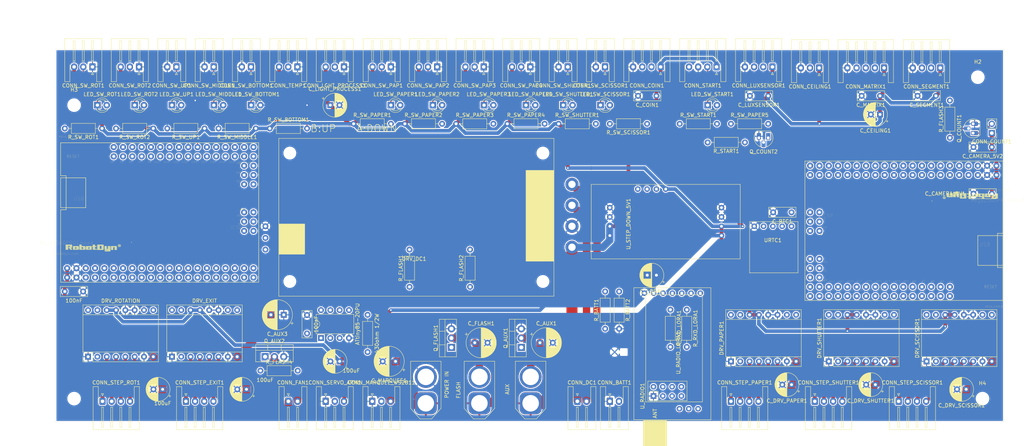
<source format=kicad_pcb>
(kicad_pcb (version 20171130) (host pcbnew "(5.1.5)-3")
  (layers (0 F.Cu signal) (31 B.Cu signal) (35 F.Paste user) (37 F.SilkS user) (38 B.Mask user) (39 F.Mask user) (44 Edge.Cuts user))
  (net 0 "")
  (net 1 GND)
  (net 2 +12V)
  (net 3 "Net-(CONN_STEP_PAPER1-Pad4)")
  (net 4 "Net-(CONN_STEP_PAPER1-Pad3)")
  (net 5 "Net-(CONN_STEP_PAPER1-Pad2)")
  (net 6 "Net-(CONN_STEP_PAPER1-Pad1)")
  (net 7 "Net-(CONN_STEP_SCISSOR1-Pad4)")
  (net 8 "Net-(CONN_STEP_SCISSOR1-Pad3)")
  (net 9 "Net-(CONN_STEP_SCISSOR1-Pad2)")
  (net 10 "Net-(CONN_STEP_SCISSOR1-Pad1)")
  (net 11 "Net-(CONN_STEP_SHUTTER1-Pad4)")
  (net 12 "Net-(CONN_STEP_SHUTTER1-Pad3)")
  (net 13 "Net-(CONN_STEP_SHUTTER1-Pad2)")
  (net 14 "Net-(CONN_STEP_SHUTTER1-Pad1)")
  (net 15 +5V)
  (net 16 "Net-(LED_SW_PAPER1-Pad2)")
  (net 17 "Net-(LED_SW_PAPER2-Pad2)")
  (net 18 "Net-(LED_SW_PAPER3-Pad2)")
  (net 19 "Net-(LED_SW_PAPER4-Pad2)")
  (net 20 "Net-(LED_SW_SCISSOR1-Pad2)")
  (net 21 "Net-(LED_SW_SHUTTER1-Pad2)")
  (net 22 /Camera/ENABLE_5V)
  (net 23 "Net-(MEGA_PAPER1-Pad3V3)")
  (net 24 "Net-(CONN_AUX1-Pad2)")
  (net 25 "Net-(CONN_FLASH1-Pad2)")
  (net 26 "Net-(Q_AUX1-Pad1)")
  (net 27 "Net-(Q_FLASH1-Pad1)")
  (net 28 "Net-(CONN_BATT1-Pad2)")
  (net 29 "Net-(CONN_MARQUEE_WS2811-Pad2)")
  (net 30 "Net-(R_MARQUEE1-Pad1)")
  (net 31 /Camera/ORDER_INTERRUPT_PIN)
  (net 32 /Paper/SERIAL_RX2)
  (net 33 /Camera/SERIAL_RX2)
  (net 34 "Net-(CONN_START1-Pad4)")
  (net 35 "Net-(LED_SW_START1-Pad2)")
  (net 36 "Net-(CONN_STEP_EXIT1-Pad4)")
  (net 37 "Net-(CONN_STEP_EXIT1-Pad3)")
  (net 38 "Net-(CONN_STEP_EXIT1-Pad2)")
  (net 39 "Net-(CONN_STEP_EXIT1-Pad1)")
  (net 40 "Net-(CONN_STEP_ROT1-Pad4)")
  (net 41 "Net-(CONN_STEP_ROT1-Pad3)")
  (net 42 "Net-(CONN_STEP_ROT1-Pad2)")
  (net 43 "Net-(CONN_STEP_ROT1-Pad1)")
  (net 44 LIGHT_PROCESS_PIN)
  (net 45 SERVO_ARM)
  (net 46 SPIDER_UPDOWN_PIN_ENDSTOP_BOTTOM)
  (net 47 SPIDER_UPDOWN_PIN_ENDSTOP_MIDDLE)
  (net 48 SPIDER_ROTATE_ENDSTOP1_PIN)
  (net 49 SPIDER_ROTATE_ENDSTOP2_PIN)
  (net 50 SPIDER_UPDOWN_PIN_ENDSTOP_UP)
  (net 51 TEMP_PIN)
  (net 52 SPIDER_UPDOWN_PIN_PWM)
  (net 53 SPIDER_UPDOWN_PIN_DIR)
  (net 54 SPIDER_EXIT_PIN_DIR)
  (net 55 SPIDER_EXIT_PIN_STP)
  (net 56 EXIT_M0)
  (net 57 SPIDER_EXIT_PIN_ENABLE)
  (net 58 SPIDER_ROTATE_PIN_DIR)
  (net 59 SPIDER_ROTATE_PIN_STP)
  (net 60 ROT_M0)
  (net 61 SPIDER_ROTATE_PIN_ENABLE)
  (net 62 "Net-(LED_SW_BOTTOM1-Pad2)")
  (net 63 "Net-(LED_SW_MIDDLE1-Pad2)")
  (net 64 "Net-(LED_SW_ROT1-Pad2)")
  (net 65 "Net-(LED_SW_ROT2-Pad2)")
  (net 66 "Net-(LED_SW_UP1-Pad2)")
  (net 67 "Net-(CONN_DC1-Pad2)")
  (net 68 "Net-(CONN_DC1-Pad1)")
  (net 69 +5C)
  (net 70 +3V3)
  (net 71 /Camera/SCISSOR_M0)
  (net 72 /Camera/CEILING_PIXEL_PIN)
  (net 73 /Camera/ENABLE_COIN_PIN)
  (net 74 /Camera/COIN_PIN)
  (net 75 /Camera/SCL_PIN)
  (net 76 /Camera/SDA_PIN)
  (net 77 /Camera/LED_MATRIX_SCL_PIN)
  (net 78 /Camera/LED_MATRIX_CS_PIN)
  (net 79 /Camera/LED_MATRIX_SDI_PIN)
  (net 80 /Camera/COIN_SEGMENT_DIO_PIN)
  (net 81 /Camera/COIN_SEGMENT_CLK_PIN)
  (net 82 /Camera/START_BTN_PIN)
  (net 83 /Camera/PAPER_SWITCH1_PIN)
  (net 84 /Camera/PAPER_SWITCH2_PIN)
  (net 85 /Camera/PAPER_SWITCH3_PIN)
  (net 86 /Camera/PAPER_SWITCH4_PIN)
  (net 87 /Camera/SCISSOR_ENDSTOP_PIN)
  (net 88 /Camera/SHUTTER_ENDSTOP_PIN)
  (net 89 /Camera/PAPER_PIN_DIR)
  (net 90 /Camera/PAPER_PIN_STP)
  (net 91 /Camera/PAPER_M0)
  (net 92 /Camera/PAPER_PIN_ENABLE)
  (net 93 /Camera/SCISSOR_PIN_DIR)
  (net 94 /Camera/SCISSOR_PIN_STP)
  (net 95 /Camera/SCISSOR_PIN_ENABLE)
  (net 96 /Camera/SHUTTER_PIN_DIR)
  (net 97 /Camera/SHUTTER_PIN_STP)
  (net 98 /Camera/SHUTTER_M0)
  (net 99 /Camera/SHUTTER_PIN_ENABLE)
  (net 100 /Camera/RADIO_SCK)
  (net 101 /Camera/RADIO_MISO)
  (net 102 /Camera/RADIO_MOSI)
  (net 103 /Camera/RADIO_CSN)
  (net 104 /Camera/RADIO_CE)
  (net 105 /Camera/AUX_PIN)
  (net 106 /Camera/FLASH_PIN)
  (net 107 /Camera/BATT_PROBE)
  (net 108 /Camera/LORA_M0)
  (net 109 /Camera/LORA_AUX)
  (net 110 /Camera/LORA_M1)
  (net 111 /Camera/LED_START_BTN_PIN)
  (net 112 /Camera/LORA_RXD)
  (net 113 /Camera/RADIO_INTERRUPT)
  (net 114 /Camera/LORA_TXD)
  (net 115 /Camera/ENABLE_MARQUEE)
  (net 116 "Net-(CONN_COUNT1-Pad2)")
  (net 117 "Net-(CONN_FAN1-Pad2)")
  (net 118 /Camera/COUNT_PIN)
  (net 119 /Paper/FAN_PIN)
  (net 120 "Net-(Q_AUX2-Pad1)")
  (net 121 "Net-(Q_COUNT1-Pad2)")
  (net 122 "Net-(Q_COUNT2-Pad2)")
  (net 123 "Net-(Q_COUNT2-Pad1)")
  (module Resistor_THT:R_Axial_DIN0207_L6.3mm_D2.5mm_P10.16mm_Horizontal (layer F.Cu) (at 199.39 38.1)
    (fp_text reference R_SW_PAPER5 (at 5.08 -2.37) (layer F.SilkS))
    (fp_text value "560ohm 1/2W")
    (pad 2 thru_hole oval (at 10.16 0) (size 1.6 1.6) (drill 0.8) (layers *.Cu *.Mask) (net 123 "Net-(Q_COUNT2-Pad1)"))
    (pad 1 thru_hole circle (at 0 0) (size 1.6 1.6) (drill 0.8) (layers *.Cu *.Mask) (net 34 "Net-(CONN_START1-Pad4)"))
  )
  (module Connector_JST:JST_XH_S3B-XH-A-1_1x03_P2.50mm_Horizontal (layer F.Cu) (at 81.2 22.59 180)
    (fp_text reference CONN_TEMP1 (at 2.5 -5.1) (layer F.SilkS))
    (fp_text value JST_XH3)
    (pad 3 thru_hole oval (at 5 0 180) (size 1.7 1.95) (drill 0.95) (layers *.Cu *.Mask) (net 15 +5V))
    (pad 2 thru_hole oval (at 2.5 0 180) (size 1.7 1.95) (drill 0.95) (layers *.Cu *.Mask) (net 51 TEMP_PIN))
    (pad 1 thru_hole roundrect (at 0 0 180) (size 1.7 1.95) (drill 0.95) (layers *.Cu *.Mask) (roundrect_rratio 0.147059) (net 1 GND))
  )
  (module Connector_JST:JST_XH_S3B-XH-A-1_1x03_P2.50mm_Horizontal (layer F.Cu) (at 38.02 22.59 180)
    (fp_text reference CONN_SW_ROT2 (at 2.5 -5.1) (layer F.SilkS))
    (fp_text value JST_XH3)
    (pad 3 thru_hole oval (at 5 0 180) (size 1.7 1.95) (drill 0.95) (layers *.Cu *.Mask) (net 15 +5V))
    (pad 2 thru_hole oval (at 2.5 0 180) (size 1.7 1.95) (drill 0.95) (layers *.Cu *.Mask) (net 49 SPIDER_ROTATE_ENDSTOP2_PIN))
    (pad 1 thru_hole roundrect (at 0 0 180) (size 1.7 1.95) (drill 0.95) (layers *.Cu *.Mask) (roundrect_rratio 0.147059) (net 1 GND))
  )
  (module Connector_JST:JST_XH_S3B-XH-A-1_1x03_P2.50mm_Horizontal (layer F.Cu) (at 25.32 22.59 180)
    (fp_text reference CONN_SW_ROT1 (at 2.5 -5.1) (layer F.SilkS))
    (fp_text value JST_XH3)
    (pad 3 thru_hole oval (at 5 0 180) (size 1.7 1.95) (drill 0.95) (layers *.Cu *.Mask) (net 15 +5V))
    (pad 2 thru_hole oval (at 2.5 0 180) (size 1.7 1.95) (drill 0.95) (layers *.Cu *.Mask) (net 48 SPIDER_ROTATE_ENDSTOP1_PIN))
    (pad 1 thru_hole roundrect (at 0 0 180) (size 1.7 1.95) (drill 0.95) (layers *.Cu *.Mask) (roundrect_rratio 0.147059) (net 1 GND))
  )
  (module Connector_JST:JST_XH_S3B-XH-A-1_1x03_P2.50mm_Horizontal (layer F.Cu) (at 144.7 22.59 180)
    (fp_text reference CONN_SW_PAP4 (at 2.5 -5.1) (layer F.SilkS))
    (fp_text value JST_XH3)
    (pad 3 thru_hole oval (at 5 0 180) (size 1.7 1.95) (drill 0.95) (layers *.Cu *.Mask) (net 15 +5V))
    (pad 2 thru_hole oval (at 2.5 0 180) (size 1.7 1.95) (drill 0.95) (layers *.Cu *.Mask) (net 86 /Camera/PAPER_SWITCH4_PIN))
    (pad 1 thru_hole roundrect (at 0 0 180) (size 1.7 1.95) (drill 0.95) (layers *.Cu *.Mask) (roundrect_rratio 0.147059) (net 1 GND))
  )
  (module Connector_JST:JST_XH_S3B-XH-A-1_1x03_P2.50mm_Horizontal (layer F.Cu) (at 132 22.59 180)
    (fp_text reference CONN_SW_PAP3 (at 2.5 -5.1) (layer F.SilkS))
    (fp_text value JST_XH3)
    (pad 3 thru_hole oval (at 5 0 180) (size 1.7 1.95) (drill 0.95) (layers *.Cu *.Mask) (net 15 +5V))
    (pad 2 thru_hole oval (at 2.5 0 180) (size 1.7 1.95) (drill 0.95) (layers *.Cu *.Mask) (net 85 /Camera/PAPER_SWITCH3_PIN))
    (pad 1 thru_hole roundrect (at 0 0 180) (size 1.7 1.95) (drill 0.95) (layers *.Cu *.Mask) (roundrect_rratio 0.147059) (net 1 GND))
  )
  (module Connector_JST:JST_XH_S3B-XH-A-1_1x03_P2.50mm_Horizontal (layer F.Cu) (at 119.3 22.59 180)
    (fp_text reference CONN_SW_PAP2 (at 2.5 -5.1) (layer F.SilkS))
    (fp_text value JST_XH3)
    (pad 3 thru_hole oval (at 5 0 180) (size 1.7 1.95) (drill 0.95) (layers *.Cu *.Mask) (net 15 +5V))
    (pad 2 thru_hole oval (at 2.5 0 180) (size 1.7 1.95) (drill 0.95) (layers *.Cu *.Mask) (net 84 /Camera/PAPER_SWITCH2_PIN))
    (pad 1 thru_hole roundrect (at 0 0 180) (size 1.7 1.95) (drill 0.95) (layers *.Cu *.Mask) (roundrect_rratio 0.147059) (net 1 GND))
  )
  (module Connector_JST:JST_XH_S3B-XH-A-1_1x03_P2.50mm_Horizontal (layer F.Cu) (at 106.68 22.59 180)
    (fp_text reference CONN_SW_PAP1 (at 2.5 -5.1) (layer F.SilkS))
    (fp_text value JST_XH3)
    (pad 3 thru_hole oval (at 5 0 180) (size 1.7 1.95) (drill 0.95) (layers *.Cu *.Mask) (net 15 +5V))
    (pad 2 thru_hole oval (at 2.5 0 180) (size 1.7 1.95) (drill 0.95) (layers *.Cu *.Mask) (net 83 /Camera/PAPER_SWITCH1_PIN))
    (pad 1 thru_hole roundrect (at 0 0 180) (size 1.7 1.95) (drill 0.95) (layers *.Cu *.Mask) (roundrect_rratio 0.147059) (net 1 GND))
  )
  (module Connector_JST:JST_XH_S4B-XH-A-1_1x04_P2.50mm_Horizontal (layer F.Cu) (at 222.25 113.76)
    (fp_text reference CONN_STEP_SHUTTER1 (at 3.75 -5.1) (layer F.SilkS))
    (fp_text value JST_XH4)
    (pad 4 thru_hole oval (at 7.5 0) (size 1.7 1.95) (drill 0.95) (layers *.Cu *.Mask) (net 11 "Net-(CONN_STEP_SHUTTER1-Pad4)"))
    (pad 3 thru_hole oval (at 5 0) (size 1.7 1.95) (drill 0.95) (layers *.Cu *.Mask) (net 12 "Net-(CONN_STEP_SHUTTER1-Pad3)"))
    (pad 2 thru_hole oval (at 2.5 0) (size 1.7 1.95) (drill 0.95) (layers *.Cu *.Mask) (net 13 "Net-(CONN_STEP_SHUTTER1-Pad2)"))
    (pad 1 thru_hole roundrect (at 0 0) (size 1.7 1.95) (drill 0.95) (layers *.Cu *.Mask) (roundrect_rratio 0.147059) (net 14 "Net-(CONN_STEP_SHUTTER1-Pad1)"))
  )
  (module Connector_JST:JST_XH_S4B-XH-A-1_1x04_P2.50mm_Horizontal (layer F.Cu) (at 245.11 113.76)
    (fp_text reference CONN_STEP_SCISSOR1 (at 3.75 -5.1) (layer F.SilkS))
    (fp_text value JST_XH4)
    (pad 4 thru_hole oval (at 7.5 0) (size 1.7 1.95) (drill 0.95) (layers *.Cu *.Mask) (net 7 "Net-(CONN_STEP_SCISSOR1-Pad4)"))
    (pad 3 thru_hole oval (at 5 0) (size 1.7 1.95) (drill 0.95) (layers *.Cu *.Mask) (net 8 "Net-(CONN_STEP_SCISSOR1-Pad3)"))
    (pad 2 thru_hole oval (at 2.5 0) (size 1.7 1.95) (drill 0.95) (layers *.Cu *.Mask) (net 9 "Net-(CONN_STEP_SCISSOR1-Pad2)"))
    (pad 1 thru_hole roundrect (at 0 0) (size 1.7 1.95) (drill 0.95) (layers *.Cu *.Mask) (roundrect_rratio 0.147059) (net 10 "Net-(CONN_STEP_SCISSOR1-Pad1)"))
  )
  (module Connector_JST:JST_XH_S4B-XH-A-1_1x04_P2.50mm_Horizontal (layer F.Cu) (at 28.06 113.76)
    (fp_text reference CONN_STEP_ROT1 (at 3.75 -5.1) (layer F.SilkS))
    (fp_text value JST_XH4)
    (pad 4 thru_hole oval (at 7.5 0) (size 1.7 1.95) (drill 0.95) (layers *.Cu *.Mask) (net 40 "Net-(CONN_STEP_ROT1-Pad4)"))
    (pad 3 thru_hole oval (at 5 0) (size 1.7 1.95) (drill 0.95) (layers *.Cu *.Mask) (net 41 "Net-(CONN_STEP_ROT1-Pad3)"))
    (pad 2 thru_hole oval (at 2.5 0) (size 1.7 1.95) (drill 0.95) (layers *.Cu *.Mask) (net 42 "Net-(CONN_STEP_ROT1-Pad2)"))
    (pad 1 thru_hole roundrect (at 0 0) (size 1.7 1.95) (drill 0.95) (layers *.Cu *.Mask) (roundrect_rratio 0.147059) (net 43 "Net-(CONN_STEP_ROT1-Pad1)"))
  )
  (module Connector_JST:JST_XH_S4B-XH-A-1_1x04_P2.50mm_Horizontal (layer F.Cu) (at 199.39 113.76)
    (fp_text reference CONN_STEP_PAPER1 (at 3.75 -5.1) (layer F.SilkS))
    (fp_text value JST_XH4)
    (pad 4 thru_hole oval (at 7.5 0) (size 1.7 1.95) (drill 0.95) (layers *.Cu *.Mask) (net 3 "Net-(CONN_STEP_PAPER1-Pad4)"))
    (pad 3 thru_hole oval (at 5 0) (size 1.7 1.95) (drill 0.95) (layers *.Cu *.Mask) (net 4 "Net-(CONN_STEP_PAPER1-Pad3)"))
    (pad 2 thru_hole oval (at 2.5 0) (size 1.7 1.95) (drill 0.95) (layers *.Cu *.Mask) (net 5 "Net-(CONN_STEP_PAPER1-Pad2)"))
    (pad 1 thru_hole roundrect (at 0 0) (size 1.7 1.95) (drill 0.95) (layers *.Cu *.Mask) (roundrect_rratio 0.147059) (net 6 "Net-(CONN_STEP_PAPER1-Pad1)"))
  )
  (module Connector_JST:JST_XH_S4B-XH-A-1_1x04_P2.50mm_Horizontal (layer F.Cu) (at 50.8 113.76)
    (fp_text reference CONN_STEP_EXIT1 (at 3.75 -5.1) (layer F.SilkS))
    (fp_text value JST_XH4)
    (pad 4 thru_hole oval (at 7.5 0) (size 1.7 1.95) (drill 0.95) (layers *.Cu *.Mask) (net 36 "Net-(CONN_STEP_EXIT1-Pad4)"))
    (pad 3 thru_hole oval (at 5 0) (size 1.7 1.95) (drill 0.95) (layers *.Cu *.Mask) (net 37 "Net-(CONN_STEP_EXIT1-Pad3)"))
    (pad 2 thru_hole oval (at 2.5 0) (size 1.7 1.95) (drill 0.95) (layers *.Cu *.Mask) (net 38 "Net-(CONN_STEP_EXIT1-Pad2)"))
    (pad 1 thru_hole roundrect (at 0 0) (size 1.7 1.95) (drill 0.95) (layers *.Cu *.Mask) (roundrect_rratio 0.147059) (net 39 "Net-(CONN_STEP_EXIT1-Pad1)"))
  )
  (module Connector_JST:JST_XH_S4B-XH-A-1_1x04_P2.50mm_Horizontal (layer F.Cu) (at 195.46 22.59 180)
    (fp_text reference CONN_START1 (at 3.75 -5.1) (layer F.SilkS))
    (fp_text value JST_XH4)
    (pad 4 thru_hole oval (at 7.5 0 180) (size 1.7 1.95) (drill 0.95) (layers *.Cu *.Mask) (net 34 "Net-(CONN_START1-Pad4)"))
    (pad 3 thru_hole oval (at 5 0 180) (size 1.7 1.95) (drill 0.95) (layers *.Cu *.Mask) (net 1 GND))
    (pad 2 thru_hole oval (at 2.5 0 180) (size 1.7 1.95) (drill 0.95) (layers *.Cu *.Mask) (net 82 /Camera/START_BTN_PIN))
    (pad 1 thru_hole roundrect (at 0 0 180) (size 1.7 1.95) (drill 0.95) (layers *.Cu *.Mask) (roundrect_rratio 0.147059) (net 2 +12V))
  )
  (module Connector_JST:JST_XH_S3B-XH-A-1_1x03_P2.50mm_Horizontal (layer F.Cu) (at 88.9 113.76)
    (fp_text reference CONN_SERVO_ARM1 (at 2.5 -5.1) (layer F.SilkS))
    (fp_text value JST_XH3)
    (pad 3 thru_hole oval (at 5 0) (size 1.7 1.95) (drill 0.95) (layers *.Cu *.Mask) (net 15 +5V))
    (pad 2 thru_hole oval (at 2.5 0) (size 1.7 1.95) (drill 0.95) (layers *.Cu *.Mask) (net 45 SERVO_ARM))
    (pad 1 thru_hole roundrect (at 0 0) (size 1.7 1.95) (drill 0.95) (layers *.Cu *.Mask) (roundrect_rratio 0.147059) (net 1 GND))
  )
  (module Connector_JST:JST_XH_S4B-XH-A-1_1x04_P2.50mm_Horizontal (layer F.Cu) (at 256.46 22.86 180)
    (fp_text reference CONN_SEGMENT1 (at 3.75 -5.1) (layer F.SilkS))
    (fp_text value JST_XH4)
    (pad 4 thru_hole oval (at 7.5 0 180) (size 1.7 1.95) (drill 0.95) (layers *.Cu *.Mask) (net 1 GND))
    (pad 3 thru_hole oval (at 5 0 180) (size 1.7 1.95) (drill 0.95) (layers *.Cu *.Mask) (net 80 /Camera/COIN_SEGMENT_DIO_PIN))
    (pad 2 thru_hole oval (at 2.5 0 180) (size 1.7 1.95) (drill 0.95) (layers *.Cu *.Mask) (net 81 /Camera/COIN_SEGMENT_CLK_PIN))
    (pad 1 thru_hole roundrect (at 0 0 180) (size 1.7 1.95) (drill 0.95) (layers *.Cu *.Mask) (roundrect_rratio 0.147059) (net 15 +5V))
  )
  (module Connector_JST:JST_XH_S5B-XH-A-1_1x05_P2.50mm_Horizontal (layer F.Cu) (at 241.14 22.86 180)
    (fp_text reference CONN_MATRIX1 (at 5 -5.1) (layer F.SilkS))
    (fp_text value JST_XH5)
    (pad 5 thru_hole oval (at 10 0 180) (size 1.7 1.95) (drill 0.95) (layers *.Cu *.Mask) (net 1 GND))
    (pad 4 thru_hole oval (at 7.5 0 180) (size 1.7 1.95) (drill 0.95) (layers *.Cu *.Mask) (net 77 /Camera/LED_MATRIX_SCL_PIN))
    (pad 3 thru_hole oval (at 5 0 180) (size 1.7 1.95) (drill 0.95) (layers *.Cu *.Mask) (net 78 /Camera/LED_MATRIX_CS_PIN))
    (pad 2 thru_hole oval (at 2.5 0 180) (size 1.7 1.95) (drill 0.95) (layers *.Cu *.Mask) (net 79 /Camera/LED_MATRIX_SDI_PIN))
    (pad 1 thru_hole roundrect (at 0 0 180) (size 1.7 1.95) (drill 0.95) (layers *.Cu *.Mask) (roundrect_rratio 0.147059) (net 15 +5V))
  )
  (module Connector_JST:JST_XH_S3B-XH-A-1_1x03_P2.50mm_Horizontal (layer F.Cu) (at 101.6 113.76)
    (fp_text reference CONN_MARQUEE_WS2811 (at 2.5 -5.1) (layer F.SilkS))
    (fp_text value JST_XH3)
    (pad 3 thru_hole oval (at 5 0) (size 1.7 1.95) (drill 0.95) (layers *.Cu *.Mask) (net 2 +12V))
    (pad 2 thru_hole oval (at 2.5 0) (size 1.7 1.95) (drill 0.95) (layers *.Cu *.Mask) (net 29 "Net-(CONN_MARQUEE_WS2811-Pad2)"))
    (pad 1 thru_hole roundrect (at 0 0) (size 1.7 1.95) (drill 0.95) (layers *.Cu *.Mask) (roundrect_rratio 0.147059) (net 1 GND))
  )
  (module Connector_JST:JST_XH_S4B-XH-A-1_1x04_P2.50mm_Horizontal (layer F.Cu) (at 210.7 22.59 180)
    (fp_text reference CONN_LUXSENSOR1 (at 3.75 -5.1) (layer F.SilkS))
    (fp_text value JST_XH4)
    (pad 4 thru_hole oval (at 7.5 0 180) (size 1.7 1.95) (drill 0.95) (layers *.Cu *.Mask) (net 1 GND))
    (pad 3 thru_hole oval (at 5 0 180) (size 1.7 1.95) (drill 0.95) (layers *.Cu *.Mask) (net 75 /Camera/SCL_PIN))
    (pad 2 thru_hole oval (at 2.5 0 180) (size 1.7 1.95) (drill 0.95) (layers *.Cu *.Mask) (net 76 /Camera/SDA_PIN))
    (pad 1 thru_hole roundrect (at 0 0 180) (size 1.7 1.95) (drill 0.95) (layers *.Cu *.Mask) (roundrect_rratio 0.147059) (net 15 +5V))
  )
  (module Connector_JST:JST_XH_S3B-XH-A-1_1x03_P2.50mm_Horizontal (layer F.Cu) (at 93.9 22.59 180)
    (fp_text reference CONN_LGHT_PROCESS1 (at 2.5 -5.1) (layer F.SilkS))
    (fp_text value JST_XH3)
    (pad 3 thru_hole oval (at 5 0 180) (size 1.7 1.95) (drill 0.95) (layers *.Cu *.Mask) (net 15 +5V))
    (pad 2 thru_hole oval (at 2.5 0 180) (size 1.7 1.95) (drill 0.95) (layers *.Cu *.Mask) (net 44 LIGHT_PROCESS_PIN))
    (pad 1 thru_hole roundrect (at 0 0 180) (size 1.7 1.95) (drill 0.95) (layers *.Cu *.Mask) (roundrect_rratio 0.147059) (net 1 GND))
  )
  (module Connector_JST:JST_XH_S4B-XH-A-1_1x04_P2.50mm_Horizontal (layer F.Cu) (at 180.22 22.59 180)
    (fp_text reference CONN_COIN1 (at 3.75 -5.1) (layer F.SilkS))
    (fp_text value JST_XH4)
    (pad 4 thru_hole oval (at 7.5 0 180) (size 1.7 1.95) (drill 0.95) (layers *.Cu *.Mask) (net 1 GND))
    (pad 3 thru_hole oval (at 5 0 180) (size 1.7 1.95) (drill 0.95) (layers *.Cu *.Mask) (net 73 /Camera/ENABLE_COIN_PIN))
    (pad 2 thru_hole oval (at 2.5 0 180) (size 1.7 1.95) (drill 0.95) (layers *.Cu *.Mask) (net 74 /Camera/COIN_PIN))
    (pad 1 thru_hole roundrect (at 0 0 180) (size 1.7 1.95) (drill 0.95) (layers *.Cu *.Mask) (roundrect_rratio 0.147059) (net 2 +12V))
  )
  (module Connector_JST:JST_XH_S3B-XH-A-1_1x03_P2.50mm_Horizontal (layer F.Cu) (at 223.44 22.86 180)
    (fp_text reference CONN_CEILING1 (at 2.5 -5.1) (layer F.SilkS))
    (fp_text value JST_XH3)
    (pad 3 thru_hole oval (at 5 0 180) (size 1.7 1.95) (drill 0.95) (layers *.Cu *.Mask) (net 1 GND))
    (pad 2 thru_hole oval (at 2.5 0 180) (size 1.7 1.95) (drill 0.95) (layers *.Cu *.Mask) (net 72 /Camera/CEILING_PIXEL_PIN))
    (pad 1 thru_hole roundrect (at 0 0 180) (size 1.7 1.95) (drill 0.95) (layers *.Cu *.Mask) (roundrect_rratio 0.147059) (net 15 +5V))
  )
  (module Capacitor_THT:C_Rect_L7.2mm_W2.5mm_P5.00mm_FKS2_FKP2_MKS2_MKP2 (layer F.Cu) (at 270.51 44.45 180)
    (fp_text reference C_CAMERA_5V2 (at 2.5 -2.5) (layer F.SilkS))
    (fp_text value 100nF)
    (pad 2 thru_hole circle (at 5 0 180) (size 1.6 1.6) (drill 0.8) (layers *.Cu *.Mask) (net 1 GND))
    (pad 1 thru_hole circle (at 0 0 180) (size 1.6 1.6) (drill 0.8) (layers *.Cu *.Mask) (net 2 +12V))
  )
  (module 1nofilterbooth:CYTRON_MD10C (layer F.Cu) (at 151.13 85.09 180)
    (fp_text reference DRV_DC1 (at 38.1 10.16 180) (layer F.SilkS))
    (fp_text value Cytron_MD10C)
    (fp_text user A:DOWN (at 48.26 45.72 180) (layer F.SilkS) (effects (font (size 2 2))))
    (fp_text user B:UP (at 62.865 45.72 180) (layer F.SilkS) (effects (font (size 2 2))))
    (pad "" np_thru_hole circle (at 3 39 180) (size 3 3) (drill 3) (layers *.Cu *.Mask))
    (pad "" np_thru_hole circle (at 72 39 180) (size 3 3) (drill 3) (layers *.Cu *.Mask))
    (pad "" np_thru_hole circle (at 72 4 180) (size 3 3) (drill 3) (layers *.Cu *.Mask))
    (pad "" np_thru_hole circle (at 3 4 180) (size 3 3) (drill 3) (layers *.Cu *.Mask))
    (pad DIR thru_hole circle (at 78.65 12.7 180) (size 1.6 1.6) (drill 0.8) (layers *.Cu *.Mask) (net 53 SPIDER_UPDOWN_PIN_DIR))
    (pad PWM thru_hole circle (at 78.65 15.875 180) (size 1.6 1.6) (drill 0.8) (layers *.Cu *.Mask) (net 52 SPIDER_UPDOWN_PIN_PWM))
    (pad GND thru_hole circle (at 78.65 19.05 180) (size 1.6 1.6) (drill 0.8) (layers *.Cu *.Mask) (net 1 GND))
    (pad +12V thru_hole circle (at -4.92 13.335 180) (size 3.6 3.6) (drill 2) (layers *.Cu *.Mask) (net 2 +12V))
    (pad GND thru_hole circle (at -4.92 19.05 180) (size 3.6 3.6) (drill 2) (layers *.Cu *.Mask) (net 1 GND))
    (pad A thru_hole circle (at -4.92 24.765 180) (size 3.6 3.6) (drill 2) (layers *.Cu *.Mask) (net 68 "Net-(CONN_DC1-Pad1)"))
    (pad B thru_hole circle (at -4.92 30.48 180) (size 3.6 3.6) (drill 2) (layers *.Cu *.Mask) (net 67 "Net-(CONN_DC1-Pad2)"))
  )
  (module Package_TO_SOT_THT:TO-92L_HandSolder (layer F.Cu) (at 209.55 41.91 180)
    (fp_text reference Q_COUNT2 (at 1.27 -3.8) (layer F.SilkS))
    (fp_text value BC327)
    (pad 1 thru_hole rect (at 0 0 180) (size 1.1 1.8) (drill 0.75 (offset 0 0.4)) (layers *.Cu *.Mask) (net 123 "Net-(Q_COUNT2-Pad1)"))
    (pad 3 thru_hole roundrect (at 2.54 0 180) (size 1.1 1.8) (drill 0.75 (offset 0 0.4)) (layers *.Cu *.Mask) (net 1 GND))
    (pad 2 thru_hole roundrect (at 1.27 -1.27 180) (size 1.1 1.8) (drill 0.75 (offset 0 -0.4)) (layers *.Cu *.Mask) (net 122 "Net-(Q_COUNT2-Pad2)"))
  )
  (module Resistor_THT:R_Axial_DIN0207_L6.3mm_D2.5mm_P10.16mm_Horizontal (layer F.Cu) (at 71.12 105.41)
    (fp_text reference R_FLASH4 (at 5.08 -2.37) (layer F.SilkS))
    (fp_text value "2.2k 1/2W")
    (pad 2 thru_hole oval (at 10.16 0) (size 1.6 1.6) (drill 0.8) (layers *.Cu *.Mask) (net 119 /Paper/FAN_PIN))
    (pad 1 thru_hole circle (at 0 0) (size 1.6 1.6) (drill 0.8) (layers *.Cu *.Mask) (net 120 "Net-(Q_AUX2-Pad1)"))
  )
  (module Resistor_THT:R_Axial_DIN0207_L6.3mm_D2.5mm_P10.16mm_Horizontal (layer F.Cu) (at 259.08 41.91 90)
    (fp_text reference R_FLASH3 (at 5.08 -2.37 90) (layer F.SilkS))
    (fp_text value "2.2k 1/2W")
    (pad 2 thru_hole oval (at 10.16 0 90) (size 1.6 1.6) (drill 0.8) (layers *.Cu *.Mask) (net 118 /Camera/COUNT_PIN))
    (pad 1 thru_hole circle (at 0 0 90) (size 1.6 1.6) (drill 0.8) (layers *.Cu *.Mask) (net 121 "Net-(Q_COUNT1-Pad2)"))
  )
  (module Package_TO_SOT_THT:TO-92L_HandSolder (layer F.Cu) (at 265.43 40.64 90)
    (fp_text reference Q_COUNT1 (at 1.27 -3.8 90) (layer F.SilkS))
    (fp_text value BC327)
    (pad 1 thru_hole rect (at 0 0 90) (size 1.1 1.8) (drill 0.75 (offset 0 0.4)) (layers *.Cu *.Mask) (net 116 "Net-(CONN_COUNT1-Pad2)"))
    (pad 3 thru_hole roundrect (at 2.54 0 90) (size 1.1 1.8) (drill 0.75 (offset 0 0.4)) (layers *.Cu *.Mask) (net 1 GND))
    (pad 2 thru_hole roundrect (at 1.27 -1.27 90) (size 1.1 1.8) (drill 0.75 (offset 0 -0.4)) (layers *.Cu *.Mask) (net 121 "Net-(Q_COUNT1-Pad2)"))
  )
  (module Package_TO_SOT_THT:TO-220-3_Vertical (layer F.Cu) (at 72.39 101.6)
    (fp_text reference Q_AUX2 (at 2.54 -4.27) (layer F.SilkS))
    (fp_text value TIP120)
    (pad 3 thru_hole oval (at 5.08 0) (size 1.905 2) (drill 1.1) (layers *.Cu *.Mask) (net 1 GND))
    (pad 2 thru_hole oval (at 2.54 0) (size 1.905 2) (drill 1.1) (layers *.Cu *.Mask) (net 117 "Net-(CONN_FAN1-Pad2)"))
    (pad 1 thru_hole rect (at 0 0) (size 1.905 2) (drill 1.1) (layers *.Cu *.Mask) (net 120 "Net-(Q_AUX2-Pad1)"))
  )
  (module Connector_JST:JST_XH_S2B-XH-A-1_1x02_P2.50mm_Horizontal (layer F.Cu) (at 48.22 22.59 180)
    (fp_text reference CONN_SW_UP1 (at 1.25 -5.1) (layer F.SilkS))
    (fp_text value JST_XH2)
    (pad 2 thru_hole oval (at 2.5 0 180) (size 1.7 2) (drill 1) (layers *.Cu *.Mask) (net 1 GND))
    (pad 1 thru_hole roundrect (at 0 0 180) (size 1.7 2) (drill 1) (layers *.Cu *.Mask) (roundrect_rratio 0.147059) (net 50 SPIDER_UPDOWN_PIN_ENDSTOP_UP))
  )
  (module Connector_JST:JST_XH_S2B-XH-A-1_1x02_P2.50mm_Horizontal (layer F.Cu) (at 154.9 22.59 180)
    (fp_text reference CONN_SW_SHUTTER1 (at 1.25 -5.1) (layer F.SilkS))
    (fp_text value JST_XH2)
    (pad 2 thru_hole oval (at 2.5 0 180) (size 1.7 2) (drill 1) (layers *.Cu *.Mask) (net 1 GND))
    (pad 1 thru_hole roundrect (at 0 0 180) (size 1.7 2) (drill 1) (layers *.Cu *.Mask) (roundrect_rratio 0.147059) (net 88 /Camera/SHUTTER_ENDSTOP_PIN))
  )
  (module Connector_JST:JST_XH_S2B-XH-A-1_1x02_P2.50mm_Horizontal (layer F.Cu) (at 165.06 22.59 180)
    (fp_text reference CONN_SW_SCISSOR1 (at 1.25 -5.1) (layer F.SilkS))
    (fp_text value JST_XH2)
    (pad 2 thru_hole oval (at 2.5 0 180) (size 1.7 2) (drill 1) (layers *.Cu *.Mask) (net 1 GND))
    (pad 1 thru_hole roundrect (at 0 0 180) (size 1.7 2) (drill 1) (layers *.Cu *.Mask) (roundrect_rratio 0.147059) (net 87 /Camera/SCISSOR_ENDSTOP_PIN))
  )
  (module Connector_JST:JST_XH_S2B-XH-A-1_1x02_P2.50mm_Horizontal (layer F.Cu) (at 58.38 22.59 180)
    (fp_text reference CONN_SW_MIDDLE1 (at 1.25 -5.1) (layer F.SilkS))
    (fp_text value JST_XH2)
    (pad 2 thru_hole oval (at 2.5 0 180) (size 1.7 2) (drill 1) (layers *.Cu *.Mask) (net 1 GND))
    (pad 1 thru_hole roundrect (at 0 0 180) (size 1.7 2) (drill 1) (layers *.Cu *.Mask) (roundrect_rratio 0.147059) (net 47 SPIDER_UPDOWN_PIN_ENDSTOP_MIDDLE))
  )
  (module Connector_JST:JST_XH_S2B-XH-A-1_1x02_P2.50mm_Horizontal (layer F.Cu) (at 68.54 22.59 180)
    (fp_text reference CONN_SW_BOTTOM1 (at 1.25 -5.1) (layer F.SilkS))
    (fp_text value JST_XH2)
    (pad 2 thru_hole oval (at 2.5 0 180) (size 1.7 2) (drill 1) (layers *.Cu *.Mask) (net 1 GND))
    (pad 1 thru_hole roundrect (at 0 0 180) (size 1.7 2) (drill 1) (layers *.Cu *.Mask) (roundrect_rratio 0.147059) (net 46 SPIDER_UPDOWN_PIN_ENDSTOP_BOTTOM))
  )
  (module Connector_JST:JST_XH_S2B-XH-A-1_1x02_P2.50mm_Horizontal (layer F.Cu) (at 78.74 113.76)
    (fp_text reference CONN_FAN1 (at 1.25 -5.1) (layer F.SilkS))
    (fp_text value JST_XH2)
    (pad 2 thru_hole oval (at 2.5 0) (size 1.7 2) (drill 1) (layers *.Cu *.Mask) (net 117 "Net-(CONN_FAN1-Pad2)"))
    (pad 1 thru_hole roundrect (at 0 0) (size 1.7 2) (drill 1) (layers *.Cu *.Mask) (roundrect_rratio 0.147059) (net 2 +12V))
  )
  (module Connector_JST:JST_XH_S2B-XH-A-1_1x02_P2.50mm_Horizontal (layer F.Cu) (at 157.52 113.76)
    (fp_text reference CONN_DC1 (at 1.25 -5.1) (layer F.SilkS))
    (fp_text value JST_XH2)
    (pad 1 thru_hole roundrect (at 0 0) (size 1.7 2) (drill 1) (layers *.Cu *.Mask) (roundrect_rratio 0.147059) (net 68 "Net-(CONN_DC1-Pad1)"))
    (pad 2 thru_hole oval (at 2.5 0) (size 1.7 2) (drill 1) (layers *.Cu *.Mask) (net 67 "Net-(CONN_DC1-Pad2)"))
  )
  (module Connector_PinHeader_2.54mm:PinHeader_1x02_P2.54mm_Vertical (layer F.Cu) (at 270.51 40.64 180)
    (fp_text reference CONN_COUNT1 (at 0 -2.33) (layer F.SilkS))
    (fp_text value WIRE)
    (pad 2 thru_hole oval (at 0 2.54 180) (size 1.7 1.7) (drill 1) (layers *.Cu *.Mask) (net 116 "Net-(CONN_COUNT1-Pad2)"))
    (pad 1 thru_hole rect (at 0 0 180) (size 1.7 1.7) (drill 1) (layers *.Cu *.Mask) (net 2 +12V))
  )
  (module Connector_JST:JST_XH_S2B-XH-A-1_1x02_P2.50mm_Horizontal (layer F.Cu) (at 166.37 113.76)
    (fp_text reference CONN_BATT1 (at 1.25 -5.1) (layer F.SilkS))
    (fp_text value JST_XH2)
    (pad 2 thru_hole oval (at 2.5 0) (size 1.7 2) (drill 1) (layers *.Cu *.Mask) (net 28 "Net-(CONN_BATT1-Pad2)"))
    (pad 1 thru_hole roundrect (at 0 0) (size 1.7 2) (drill 1) (layers *.Cu *.Mask) (roundrect_rratio 0.147059) (net 1 GND))
  )
  (module Capacitor_THT:CP_Radial_D8.0mm_P3.50mm (layer F.Cu) (at 107.95 102.87 180)
    (fp_text reference C_MARQUEE1 (at 1.75 -5.25) (layer F.SilkS))
    (fp_text value 680uF)
    (pad 2 thru_hole circle (at 3.5 0 180) (size 1.6 1.6) (drill 0.8) (layers *.Cu *.Mask) (net 1 GND))
    (pad 1 thru_hole rect (at 0 0 180) (size 1.6 1.6) (drill 0.8) (layers *.Cu *.Mask) (net 2 +12V))
  )
  (module Capacitor_THT:CP_Radial_D8.0mm_P3.50mm (layer F.Cu) (at 129.54 97.79)
    (fp_text reference C_FLASH1 (at 1.75 -5.25) (layer F.SilkS))
    (fp_text value 680uF)
    (pad 2 thru_hole circle (at 3.5 0) (size 1.6 1.6) (drill 0.8) (layers *.Cu *.Mask) (net 1 GND))
    (pad 1 thru_hole rect (at 0 0) (size 1.6 1.6) (drill 0.8) (layers *.Cu *.Mask) (net 2 +12V))
  )
  (module Capacitor_THT:CP_Radial_D8.0mm_P3.50mm (layer F.Cu) (at 77.47 90.17 180)
    (fp_text reference C_AUX3 (at 1.75 -5.25) (layer F.SilkS))
    (fp_text value 680uF)
    (pad 2 thru_hole circle (at 3.5 0 180) (size 1.6 1.6) (drill 0.8) (layers *.Cu *.Mask) (net 2 +12V))
    (pad 1 thru_hole rect (at 0 0 180) (size 1.6 1.6) (drill 0.8) (layers *.Cu *.Mask) (net 1 GND))
  )
  (module Capacitor_THT:CP_Radial_D8.0mm_P3.50mm (layer F.Cu) (at 147.32 97.79)
    (fp_text reference C_AUX1 (at 1.75 -5.25) (layer F.SilkS))
    (fp_text value 680uF)
    (pad 2 thru_hole circle (at 3.5 0) (size 1.6 1.6) (drill 0.8) (layers *.Cu *.Mask) (net 1 GND))
    (pad 1 thru_hole rect (at 0 0) (size 1.6 1.6) (drill 0.8) (layers *.Cu *.Mask) (net 2 +12V))
  )
  (module Capacitor_THT:CP_Radial_D6.3mm_P2.50mm (layer F.Cu) (at 90.17 33.02)
    (fp_text reference C_LIGHT_PROCESS1 (at 1.25 -4.4) (layer F.SilkS))
    (fp_text value 100uF)
    (pad 2 thru_hole circle (at 2.5 0) (size 1.6 1.6) (drill 0.8) (layers *.Cu *.Mask) (net 1 GND))
    (pad 1 thru_hole rect (at 0 0) (size 1.6 1.6) (drill 0.8) (layers *.Cu *.Mask) (net 15 +5V))
  )
  (module Capacitor_THT:CP_Radial_D6.3mm_P2.50mm (layer F.Cu) (at 67.31 110.49 180)
    (fp_text reference C_STEP1 hide)
    (fp_text value 100uF (at -5.08 2.54) (layer F.SilkS))
    (pad 2 thru_hole circle (at 2.5 0 180) (size 1.6 1.6) (drill 0.8) (layers *.Cu *.Mask) (net 1 GND))
    (pad 1 thru_hole rect (at 0 0 180) (size 1.6 1.6) (drill 0.8) (layers *.Cu *.Mask) (net 2 +12V))
  )
  (module Capacitor_THT:CP_Radial_D6.3mm_P2.50mm (layer F.Cu) (at 92.71 102.87 180)
    (fp_text reference C_SERVO_ARM1 hide)
    (fp_text value 100uF (at -3.175 -2.54) (layer F.SilkS))
    (pad 2 thru_hole circle (at 2.5 0 180) (size 1.6 1.6) (drill 0.8) (layers *.Cu *.Mask) (net 1 GND))
    (pad 1 thru_hole rect (at 0 0 180) (size 1.6 1.6) (drill 0.8) (layers *.Cu *.Mask) (net 15 +5V))
  )
  (module Capacitor_THT:CP_Radial_D6.3mm_P2.50mm (layer F.Cu) (at 44.45 110.49 180)
    (fp_text reference C_ROT1 hide)
    (fp_text value 100uF (at 0 -3.81) (layer F.SilkS))
    (pad 2 thru_hole circle (at 2.5 0 180) (size 1.6 1.6) (drill 0.8) (layers *.Cu *.Mask) (net 1 GND))
    (pad 1 thru_hole rect (at 0 0 180) (size 1.6 1.6) (drill 0.8) (layers *.Cu *.Mask) (net 2 +12V))
  )
  (module Capacitor_THT:CP_Radial_D6.3mm_P2.50mm (layer F.Cu) (at 179.07 79.375 180)
    (fp_text reference C_LORA1 (at 1.25 -4.4) (layer F.SilkS))
    (fp_text value 100uF)
    (pad 2 thru_hole circle (at 2.5 0 180) (size 1.6 1.6) (drill 0.8) (layers *.Cu *.Mask) (net 1 GND))
    (pad 1 thru_hole rect (at 0 0 180) (size 1.6 1.6) (drill 0.8) (layers *.Cu *.Mask) (net 15 +5V))
  )
  (module Capacitor_THT:CP_Radial_D6.3mm_P2.50mm (layer F.Cu) (at 238.76 109.22 180)
    (fp_text reference C_DRV_SHUTTER1 (at 1.25 -4.4) (layer F.SilkS))
    (fp_text value 100uF)
    (pad 2 thru_hole circle (at 2.5 0 180) (size 1.6 1.6) (drill 0.8) (layers *.Cu *.Mask) (net 1 GND))
    (pad 1 thru_hole rect (at 0 0 180) (size 1.6 1.6) (drill 0.8) (layers *.Cu *.Mask) (net 2 +12V))
  )
  (module Capacitor_THT:CP_Radial_D6.3mm_P2.50mm (layer F.Cu) (at 263.525 110.49 180)
    (fp_text reference C_DRV_SCISSOR1 (at 1.25 -4.4) (layer F.SilkS))
    (fp_text value 100uF)
    (pad 2 thru_hole circle (at 2.5 0 180) (size 1.6 1.6) (drill 0.8) (layers *.Cu *.Mask) (net 1 GND))
    (pad 1 thru_hole rect (at 0 0 180) (size 1.6 1.6) (drill 0.8) (layers *.Cu *.Mask) (net 2 +12V))
  )
  (module Capacitor_THT:CP_Radial_D6.3mm_P2.50mm (layer F.Cu) (at 215.9 109.22 180)
    (fp_text reference C_DRV_PAPER1 (at 1.25 -4.4) (layer F.SilkS))
    (fp_text value 100uF)
    (pad 2 thru_hole circle (at 2.5 0 180) (size 1.6 1.6) (drill 0.8) (layers *.Cu *.Mask) (net 1 GND))
    (pad 1 thru_hole rect (at 0 0 180) (size 1.6 1.6) (drill 0.8) (layers *.Cu *.Mask) (net 2 +12V))
  )
  (module Capacitor_THT:CP_Radial_D6.3mm_P2.50mm (layer F.Cu) (at 240.03 35.56 180)
    (fp_text reference C_CEILING1 (at 1.25 -4.4) (layer F.SilkS))
    (fp_text value 100uF)
    (pad 2 thru_hole circle (at 2.5 0 180) (size 1.6 1.6) (drill 0.8) (layers *.Cu *.Mask) (net 1 GND))
    (pad 1 thru_hole rect (at 0 0 180) (size 1.6 1.6) (drill 0.8) (layers *.Cu *.Mask) (net 15 +5V))
  )
  (module MountingHole:MountingHole_3.2mm_M3 (layer F.Cu) (at 267.97 113.03)
    (fp_text reference H4 (at 0 -4.2) (layer F.SilkS))
    (fp_text value MountingHole)
    (pad 1 np_thru_hole circle (at 0 0) (size 3.2 3.2) (drill 3.2) (layers *.Cu *.Mask))
  )
  (module MountingHole:MountingHole_3.2mm_M3 (layer F.Cu) (at 20.32 33.02)
    (fp_text reference H3 (at 0 -4.2) (layer F.SilkS))
    (fp_text value MountingHole)
    (pad 1 np_thru_hole circle (at 0 0) (size 3.2 3.2) (drill 3.2) (layers *.Cu *.Mask))
  )
  (module MountingHole:MountingHole_3.2mm_M3 (layer F.Cu) (at 266.7 25.4)
    (fp_text reference H2 (at 0 -4.2) (layer F.SilkS))
    (fp_text value MountingHole)
    (pad 1 np_thru_hole circle (at 0 0) (size 3.2 3.2) (drill 3.2) (layers *.Cu *.Mask))
  )
  (module MountingHole:MountingHole_3.2mm_M3 (layer F.Cu) (at 20.32 113.03)
    (fp_text reference H1 hide)
    (fp_text value MountingHole)
    (pad 1 np_thru_hole circle (at 0 0) (size 3.2 3.2) (drill 3.2) (layers *.Cu *.Mask))
  )
  (module Resistor_THT:R_Axial_DIN0207_L6.3mm_D2.5mm_P10.16mm_Horizontal (layer F.Cu) (at 182.88 88.78 270)
    (fp_text reference R_TXD_LORA1 (at 5.08 -2.37 90) (layer F.SilkS))
    (fp_text value "4.7k 1/2W")
    (pad 2 thru_hole oval (at 10.16 0 270) (size 1.6 1.6) (drill 0.8) (layers *.Cu *.Mask) (net 15 +5V))
    (pad 1 thru_hole circle (at 0 0 270) (size 1.6 1.6) (drill 0.8) (layers *.Cu *.Mask) (net 114 /Camera/LORA_TXD))
  )
  (module Resistor_THT:R_Axial_DIN0207_L6.3mm_D2.5mm_P10.16mm_Horizontal (layer F.Cu) (at 55.88 39.37 180)
    (fp_text reference R_SW_UP1 (at 5.08 -2.37) (layer F.SilkS))
    (fp_text value "560ohm 1/2W")
    (pad 2 thru_hole oval (at 10.16 0 180) (size 1.6 1.6) (drill 0.8) (layers *.Cu *.Mask) (net 66 "Net-(LED_SW_UP1-Pad2)"))
    (pad 1 thru_hole circle (at 0 0 180) (size 1.6 1.6) (drill 0.8) (layers *.Cu *.Mask) (net 15 +5V))
  )
  (module Resistor_THT:R_Axial_DIN0207_L6.3mm_D2.5mm_P10.16mm_Horizontal (layer F.Cu) (at 185.42 38.1)
    (fp_text reference R_SW_START1 (at 5.08 -2.37) (layer F.SilkS))
    (fp_text value "560ohm 1/2W")
    (pad 2 thru_hole oval (at 10.16 0) (size 1.6 1.6) (drill 0.8) (layers *.Cu *.Mask) (net 35 "Net-(LED_SW_START1-Pad2)"))
    (pad 1 thru_hole circle (at 0 0) (size 1.6 1.6) (drill 0.8) (layers *.Cu *.Mask) (net 15 +5V))
  )
  (module Resistor_THT:R_Axial_DIN0207_L6.3mm_D2.5mm_P10.16mm_Horizontal (layer F.Cu) (at 152.4 38.1)
    (fp_text reference R_SW_SHUTTER1 (at 5.08 -2.37) (layer F.SilkS))
    (fp_text value "560ohm 1/2W")
    (pad 2 thru_hole oval (at 10.16 0) (size 1.6 1.6) (drill 0.8) (layers *.Cu *.Mask) (net 21 "Net-(LED_SW_SHUTTER1-Pad2)"))
    (pad 1 thru_hole circle (at 0 0) (size 1.6 1.6) (drill 0.8) (layers *.Cu *.Mask) (net 15 +5V))
  )
  (module Resistor_THT:R_Axial_DIN0207_L6.3mm_D2.5mm_P10.16mm_Horizontal (layer F.Cu) (at 176.53 38.1 180)
    (fp_text reference R_SW_SCISSOR1 (at 5.08 -2.37) (layer F.SilkS))
    (fp_text value "560ohm 1/2W")
    (pad 2 thru_hole oval (at 10.16 0 180) (size 1.6 1.6) (drill 0.8) (layers *.Cu *.Mask) (net 20 "Net-(LED_SW_SCISSOR1-Pad2)"))
    (pad 1 thru_hole circle (at 0 0 180) (size 1.6 1.6) (drill 0.8) (layers *.Cu *.Mask) (net 15 +5V))
  )
  (module Resistor_THT:R_Axial_DIN0207_L6.3mm_D2.5mm_P10.16mm_Horizontal (layer F.Cu) (at 41.91 39.37 180)
    (fp_text reference R_SW_ROT2 (at 5.08 -2.37) (layer F.SilkS))
    (fp_text value "560ohm 1/2W")
    (pad 2 thru_hole oval (at 10.16 0 180) (size 1.6 1.6) (drill 0.8) (layers *.Cu *.Mask) (net 65 "Net-(LED_SW_ROT2-Pad2)"))
    (pad 1 thru_hole circle (at 0 0 180) (size 1.6 1.6) (drill 0.8) (layers *.Cu *.Mask) (net 15 +5V))
  )
  (module Resistor_THT:R_Axial_DIN0207_L6.3mm_D2.5mm_P10.16mm_Horizontal (layer F.Cu) (at 27.94 39.37 180)
    (fp_text reference R_SW_ROT1 (at 5.08 -2.37) (layer F.SilkS))
    (fp_text value "560ohm 1/2W")
    (pad 2 thru_hole oval (at 10.16 0 180) (size 1.6 1.6) (drill 0.8) (layers *.Cu *.Mask) (net 64 "Net-(LED_SW_ROT1-Pad2)"))
    (pad 1 thru_hole circle (at 0 0 180) (size 1.6 1.6) (drill 0.8) (layers *.Cu *.Mask) (net 15 +5V))
  )
  (module Resistor_THT:R_Axial_DIN0207_L6.3mm_D2.5mm_P10.16mm_Horizontal (layer F.Cu) (at 138.43 38.1)
    (fp_text reference R_SW_PAPER4 (at 5.08 -2.37) (layer F.SilkS))
    (fp_text value "560ohm 1/2W")
    (pad 2 thru_hole oval (at 10.16 0) (size 1.6 1.6) (drill 0.8) (layers *.Cu *.Mask) (net 19 "Net-(LED_SW_PAPER4-Pad2)"))
    (pad 1 thru_hole circle (at 0 0) (size 1.6 1.6) (drill 0.8) (layers *.Cu *.Mask) (net 15 +5V))
  )
  (module Resistor_THT:R_Axial_DIN0207_L6.3mm_D2.5mm_P10.16mm_Horizontal (layer F.Cu) (at 124.46 38.1)
    (fp_text reference R_SW_PAPER3 (at 5.08 -2.37) (layer F.SilkS))
    (fp_text value "560ohm 1/2W")
    (pad 2 thru_hole oval (at 10.16 0) (size 1.6 1.6) (drill 0.8) (layers *.Cu *.Mask) (net 18 "Net-(LED_SW_PAPER3-Pad2)"))
    (pad 1 thru_hole circle (at 0 0) (size 1.6 1.6) (drill 0.8) (layers *.Cu *.Mask) (net 15 +5V))
  )
  (module Resistor_THT:R_Axial_DIN0207_L6.3mm_D2.5mm_P10.16mm_Horizontal (layer F.Cu) (at 110.49 38.1)
    (fp_text reference R_SW_PAPER2 (at 5.08 -2.37) (layer F.SilkS))
    (fp_text value "560ohm 1/2W")
    (pad 2 thru_hole oval (at 10.16 0) (size 1.6 1.6) (drill 0.8) (layers *.Cu *.Mask) (net 17 "Net-(LED_SW_PAPER2-Pad2)"))
    (pad 1 thru_hole circle (at 0 0) (size 1.6 1.6) (drill 0.8) (layers *.Cu *.Mask) (net 15 +5V))
  )
  (module Resistor_THT:R_Axial_DIN0207_L6.3mm_D2.5mm_P10.16mm_Horizontal (layer F.Cu) (at 96.52 38.1)
    (fp_text reference R_SW_PAPER1 (at 5.08 -2.37) (layer F.SilkS))
    (fp_text value "560ohm 1/2W")
    (pad 2 thru_hole oval (at 10.16 0) (size 1.6 1.6) (drill 0.8) (layers *.Cu *.Mask) (net 16 "Net-(LED_SW_PAPER1-Pad2)"))
    (pad 1 thru_hole circle (at 0 0) (size 1.6 1.6) (drill 0.8) (layers *.Cu *.Mask) (net 15 +5V))
  )
  (module Resistor_THT:R_Axial_DIN0207_L6.3mm_D2.5mm_P10.16mm_Horizontal (layer F.Cu) (at 69.85 39.37 180)
    (fp_text reference R_SW_MIDDLE1 (at 5.08 -2.37) (layer F.SilkS))
    (fp_text value "560ohm 1/2W")
    (pad 2 thru_hole oval (at 10.16 0 180) (size 1.6 1.6) (drill 0.8) (layers *.Cu *.Mask) (net 63 "Net-(LED_SW_MIDDLE1-Pad2)"))
    (pad 1 thru_hole circle (at 0 0 180) (size 1.6 1.6) (drill 0.8) (layers *.Cu *.Mask) (net 15 +5V))
  )
  (module Resistor_THT:R_Axial_DIN0207_L6.3mm_D2.5mm_P10.16mm_Horizontal (layer F.Cu) (at 73.66 39.37)
    (fp_text reference R_SW_BOTTOM1 (at 5.08 -2.37) (layer F.SilkS))
    (fp_text value "560ohm 1/2W")
    (pad 2 thru_hole oval (at 10.16 0) (size 1.6 1.6) (drill 0.8) (layers *.Cu *.Mask) (net 62 "Net-(LED_SW_BOTTOM1-Pad2)"))
    (pad 1 thru_hole circle (at 0 0) (size 1.6 1.6) (drill 0.8) (layers *.Cu *.Mask) (net 15 +5V))
  )
  (module Resistor_THT:R_Axial_DIN0207_L6.3mm_D2.5mm_P10.16mm_Horizontal (layer F.Cu) (at 203.2 43.18 180)
    (fp_text reference R_START1 (at 5.08 -2.37) (layer F.SilkS))
    (fp_text value "2.2k 1/2W")
    (pad 2 thru_hole oval (at 10.16 0 180) (size 1.6 1.6) (drill 0.8) (layers *.Cu *.Mask) (net 111 /Camera/LED_START_BTN_PIN))
    (pad 1 thru_hole circle (at 0 0 180) (size 1.6 1.6) (drill 0.8) (layers *.Cu *.Mask) (net 122 "Net-(Q_COUNT2-Pad2)"))
  )
  (module Resistor_THT:R_Axial_DIN0207_L6.3mm_D2.5mm_P10.16mm_Horizontal (layer F.Cu) (at 187.35 88.78 270)
    (fp_text reference R_RXD_LORA1 (at 5.08 -2.37 90) (layer F.SilkS))
    (fp_text value "4.7k 1/2W")
    (pad 2 thru_hole oval (at 10.16 0 270) (size 1.6 1.6) (drill 0.8) (layers *.Cu *.Mask) (net 15 +5V))
    (pad 1 thru_hole circle (at 0 0 270) (size 1.6 1.6) (drill 0.8) (layers *.Cu *.Mask) (net 112 /Camera/LORA_RXD))
  )
  (module Resistor_THT:R_Axial_DIN0207_L6.3mm_D2.5mm_P10.16mm_Horizontal (layer F.Cu) (at 100.33 90.17 270)
    (fp_text reference R_MARQUEE1 hide)
    (fp_text value "430ohm 1/2W" (at 5.08 -2.54 90) (layer F.SilkS))
    (pad 2 thru_hole oval (at 10.16 0 270) (size 1.6 1.6) (drill 0.8) (layers *.Cu *.Mask) (net 29 "Net-(CONN_MARQUEE_WS2811-Pad2)"))
    (pad 1 thru_hole circle (at 0 0 270) (size 1.6 1.6) (drill 0.8) (layers *.Cu *.Mask) (net 30 "Net-(R_MARQUEE1-Pad1)"))
  )
  (module Resistor_THT:R_Axial_DIN0207_L6.3mm_D2.5mm_P10.16mm_Horizontal (layer F.Cu) (at 128.27 82.55 90)
    (fp_text reference R_FLASH2 (at 5.08 -2.37 90) (layer F.SilkS))
    (fp_text value "2.2k 1/2W")
    (pad 2 thru_hole oval (at 10.16 0 90) (size 1.6 1.6) (drill 0.8) (layers *.Cu *.Mask) (net 105 /Camera/AUX_PIN))
    (pad 1 thru_hole circle (at 0 0 90) (size 1.6 1.6) (drill 0.8) (layers *.Cu *.Mask) (net 26 "Net-(Q_AUX1-Pad1)"))
  )
  (module Resistor_THT:R_Axial_DIN0207_L6.3mm_D2.5mm_P10.16mm_Horizontal (layer F.Cu) (at 111.76 82.55 90)
    (fp_text reference R_FLASH1 (at 5.08 -2.37 90) (layer F.SilkS))
    (fp_text value "2.2k 1/2W")
    (pad 2 thru_hole oval (at 10.16 0 90) (size 1.6 1.6) (drill 0.8) (layers *.Cu *.Mask) (net 106 /Camera/FLASH_PIN))
    (pad 1 thru_hole circle (at 0 0 90) (size 1.6 1.6) (drill 0.8) (layers *.Cu *.Mask) (net 27 "Net-(Q_FLASH1-Pad1)"))
  )
  (module Resistor_THT:R_Axial_DIN0207_L6.3mm_D2.5mm_P10.16mm_Horizontal (layer F.Cu) (at 168.91 83.82 270)
    (fp_text reference R_BATT2 (at 5.08 -2.37 90) (layer F.SilkS))
    (fp_text value "10k 1/2W")
    (pad 2 thru_hole oval (at 10.16 0 270) (size 1.6 1.6) (drill 0.8) (layers *.Cu *.Mask) (net 1 GND))
    (pad 1 thru_hole circle (at 0 0 270) (size 1.6 1.6) (drill 0.8) (layers *.Cu *.Mask) (net 107 /Camera/BATT_PROBE))
  )
  (module Resistor_THT:R_Axial_DIN0207_L6.3mm_D2.5mm_P10.16mm_Horizontal (layer F.Cu) (at 165.1 93.98 90)
    (fp_text reference R_BATT1 (at 5.08 -2.37 90) (layer F.SilkS))
    (fp_text value 20k1/2W)
    (pad 2 thru_hole oval (at 10.16 0 90) (size 1.6 1.6) (drill 0.8) (layers *.Cu *.Mask) (net 107 /Camera/BATT_PROBE))
    (pad 1 thru_hole circle (at 0 0 90) (size 1.6 1.6) (drill 0.8) (layers *.Cu *.Mask) (net 28 "Net-(CONN_BATT1-Pad2)"))
  )
  (module Capacitor_THT:C_Rect_L7.2mm_W2.5mm_P5.00mm_FKS2_FKP2_MKS2_MKP2 (layer F.Cu) (at 255.27 30.48 180)
    (fp_text reference C_SEGMENT1 (at 2.5 -2.5) (layer F.SilkS))
    (fp_text value 100nF)
    (pad 2 thru_hole circle (at 5 0 180) (size 1.6 1.6) (drill 0.8) (layers *.Cu *.Mask) (net 1 GND))
    (pad 1 thru_hole circle (at 0 0 180) (size 1.6 1.6) (drill 0.8) (layers *.Cu *.Mask) (net 15 +5V))
  )
  (module Capacitor_THT:C_Rect_L7.2mm_W2.5mm_P5.00mm_FKS2_FKP2_MKS2_MKP2 (layer F.Cu) (at 215.9 62.23 180)
    (fp_text reference C_RTC1 (at 2.5 -2.5) (layer F.SilkS))
    (fp_text value 100nF)
    (pad 2 thru_hole circle (at 5 0 180) (size 1.6 1.6) (drill 0.8) (layers *.Cu *.Mask) (net 1 GND))
    (pad 1 thru_hole circle (at 0 0 180) (size 1.6 1.6) (drill 0.8) (layers *.Cu *.Mask) (net 70 +3V3))
  )
  (module Capacitor_THT:C_Rect_L7.2mm_W2.5mm_P5.00mm_FKS2_FKP2_MKS2_MKP2 (layer F.Cu) (at 17.78 83.82)
    (fp_text reference C_MEGA_PAPER1)
    (fp_text value 100nF (at 2.5 2.5) (layer F.SilkS))
    (pad 2 thru_hole circle (at 5 0) (size 1.6 1.6) (drill 0.8) (layers *.Cu *.Mask) (net 1 GND))
    (pad 1 thru_hole circle (at 0 0) (size 1.6 1.6) (drill 0.8) (layers *.Cu *.Mask) (net 2 +12V))
  )
  (module Capacitor_THT:C_Rect_L7.2mm_W2.5mm_P5.00mm_FKS2_FKP2_MKS2_MKP2 (layer F.Cu) (at 240.03 30.48 180)
    (fp_text reference C_MATRIX1 (at 2.5 -2.5) (layer F.SilkS))
    (fp_text value 100nF)
    (pad 2 thru_hole circle (at 5 0 180) (size 1.6 1.6) (drill 0.8) (layers *.Cu *.Mask) (net 1 GND))
    (pad 1 thru_hole circle (at 0 0 180) (size 1.6 1.6) (drill 0.8) (layers *.Cu *.Mask) (net 15 +5V))
  )
  (module Capacitor_THT:C_Rect_L7.2mm_W2.5mm_P5.00mm_FKS2_FKP2_MKS2_MKP2 (layer F.Cu) (at 209.55 30.48 180)
    (fp_text reference C_LUXSENSOR1 (at 2.5 -2.5) (layer F.SilkS))
    (fp_text value 100nF)
    (pad 2 thru_hole circle (at 5 0 180) (size 1.6 1.6) (drill 0.8) (layers *.Cu *.Mask) (net 1 GND))
    (pad 1 thru_hole circle (at 0 0 180) (size 1.6 1.6) (drill 0.8) (layers *.Cu *.Mask) (net 15 +5V))
  )
  (module Capacitor_THT:C_Rect_L7.2mm_W2.5mm_P5.00mm_FKS2_FKP2_MKS2_MKP2 (layer F.Cu) (at 179.07 30.48 180)
    (fp_text reference C_COIN1 (at 2.5 -2.5) (layer F.SilkS))
    (fp_text value 100nF)
    (pad 2 thru_hole circle (at 5 0 180) (size 1.6 1.6) (drill 0.8) (layers *.Cu *.Mask) (net 1 GND))
    (pad 1 thru_hole circle (at 0 0 180) (size 1.6 1.6) (drill 0.8) (layers *.Cu *.Mask) (net 2 +12V))
  )
  (module Capacitor_THT:C_Rect_L7.2mm_W2.5mm_P5.00mm_FKS2_FKP2_MKS2_MKP2 (layer F.Cu) (at 270.51 57.15 180)
    (fp_text reference C_CAMERA_5V1 (at 12.7 0) (layer F.SilkS))
    (fp_text value 100nF)
    (pad 2 thru_hole circle (at 5 0 180) (size 1.6 1.6) (drill 0.8) (layers *.Cu *.Mask) (net 1 GND))
    (pad 1 thru_hole circle (at 0 0 180) (size 1.6 1.6) (drill 0.8) (layers *.Cu *.Mask) (net 2 +12V))
  )
  (module Capacitor_THT:C_Rect_L7.2mm_W2.5mm_P5.00mm_FKS2_FKP2_MKS2_MKP2 (layer F.Cu) (at 83.82 95.25 90)
    (fp_text reference C_ATTINY1 hide)
    (fp_text value 100nF (at 2.5 2.5 90) (layer F.SilkS))
    (pad 2 thru_hole circle (at 5 0 90) (size 1.6 1.6) (drill 0.8) (layers *.Cu *.Mask) (net 1 GND))
    (pad 1 thru_hole circle (at 0 0 90) (size 1.6 1.6) (drill 0.8) (layers *.Cu *.Mask) (net 69 +5C))
  )
  (module 1nofilterbooth:DS3231_breakout (layer F.Cu) (at 204.47 64.77)
    (fp_text reference URTC1 (at 6.35 5.08) (layer F.SilkS))
    (fp_text value RTC_DS3231_BREAKOUT)
    (pad 3V3 thru_hole circle (at 11.43 1.27) (size 1.524 1.524) (drill 0.762) (layers *.Cu *.Mask) (net 70 +3V3))
    (pad SDA thru_hole circle (at 8.89 1.27) (size 1.524 1.524) (drill 0.762) (layers *.Cu *.Mask) (net 76 /Camera/SDA_PIN))
    (pad SCL thru_hole circle (at 6.35 1.27) (size 1.524 1.524) (drill 0.762) (layers *.Cu *.Mask) (net 75 /Camera/SCL_PIN))
    (pad ND thru_hole circle (at 3.81 1.27) (size 1.524 1.524) (drill 0.762) (layers *.Cu *.Mask))
    (pad GND thru_hole circle (at 1.27 1.27) (size 1.524 1.524) (drill 0.762) (layers *.Cu *.Mask) (net 1 GND))
  )
  (module 1nofilterbooth:LORA_E32-TTL-100 (layer F.Cu) (at 193.93 82.78 270)
    (fp_text reference U_RADIO_LORA1 (at 17.78 8.89 90) (layer F.SilkS))
    (fp_text value SX17278_LORA)
    (fp_text user ANT (at 34.29 15.24 90) (layer F.SilkS))
    (pad ND thru_hole circle (at 33 8.58 270) (size 1.524 1.524) (drill 0.762) (layers *.Cu *.Mask))
    (pad ND thru_hole circle (at 33 6.04 270) (size 1.524 1.524) (drill 0.762) (layers *.Cu *.Mask))
    (pad ND thru_hole circle (at 33 3.5 270) (size 1.524 1.524) (drill 0.762) (layers *.Cu *.Mask))
    (pad GND thru_hole circle (at 1.5 18.12 270) (size 1.524 1.524) (drill 0.762) (layers *.Cu *.Mask) (net 1 GND))
    (pad VCC thru_hole circle (at 1.5 15.58 270) (size 1.524 1.524) (drill 0.762) (layers *.Cu *.Mask) (net 15 +5V))
    (pad AUX thru_hole circle (at 1.5 13.04 270) (size 1.524 1.524) (drill 0.762) (layers *.Cu *.Mask) (net 109 /Camera/LORA_AUX))
    (pad TXD thru_hole circle (at 1.5 10.5 270) (size 1.524 1.524) (drill 0.762) (layers *.Cu *.Mask) (net 114 /Camera/LORA_TXD))
    (pad RXD thru_hole circle (at 1.5 7.96 270) (size 1.524 1.524) (drill 0.762) (layers *.Cu *.Mask) (net 112 /Camera/LORA_RXD))
    (pad M1 thru_hole circle (at 1.5 5.42 270) (size 1.524 1.524) (drill 0.762) (layers *.Cu *.Mask) (net 110 /Camera/LORA_M1))
    (pad M0 thru_hole circle (at 1.5 2.88 270) (size 1.524 1.524) (drill 0.762) (layers *.Cu *.Mask) (net 108 /Camera/LORA_M0))
  )
  (module LED_THT:LED_D3.0mm (layer F.Cu) (at 46.99 33.02)
    (fp_text reference LED_SW_UP1 (at 1.27 -2.96) (layer F.SilkS))
    (fp_text value "LED 3mm")
    (pad 2 thru_hole circle (at 2.54 0) (size 1.8 1.8) (drill 0.9) (layers *.Cu *.Mask) (net 66 "Net-(LED_SW_UP1-Pad2)"))
    (pad 1 thru_hole rect (at 0 0) (size 1.8 1.8) (drill 0.9) (layers *.Cu *.Mask) (net 50 SPIDER_UPDOWN_PIN_ENDSTOP_UP))
  )
  (module LED_THT:LED_D3.0mm (layer F.Cu) (at 36.83 33.02)
    (fp_text reference LED_SW_ROT2 (at 1.27 -2.96) (layer F.SilkS))
    (fp_text value "LED 3mm")
    (pad 2 thru_hole circle (at 2.54 0) (size 1.8 1.8) (drill 0.9) (layers *.Cu *.Mask) (net 65 "Net-(LED_SW_ROT2-Pad2)"))
    (pad 1 thru_hole rect (at 0 0) (size 1.8 1.8) (drill 0.9) (layers *.Cu *.Mask) (net 49 SPIDER_ROTATE_ENDSTOP2_PIN))
  )
  (module LED_THT:LED_D3.0mm (layer F.Cu) (at 26.67 33.02)
    (fp_text reference LED_SW_ROT1 (at 1.27 -2.96) (layer F.SilkS))
    (fp_text value "LED 3mm")
    (pad 2 thru_hole circle (at 2.54 0) (size 1.8 1.8) (drill 0.9) (layers *.Cu *.Mask) (net 64 "Net-(LED_SW_ROT1-Pad2)"))
    (pad 1 thru_hole rect (at 0 0) (size 1.8 1.8) (drill 0.9) (layers *.Cu *.Mask) (net 48 SPIDER_ROTATE_ENDSTOP1_PIN))
  )
  (module LED_THT:LED_D3.0mm (layer F.Cu) (at 58.42 33.02)
    (fp_text reference LED_SW_MIDDLE1 (at 1.27 -2.96) (layer F.SilkS))
    (fp_text value "LED 3mm")
    (pad 2 thru_hole circle (at 2.54 0) (size 1.8 1.8) (drill 0.9) (layers *.Cu *.Mask) (net 63 "Net-(LED_SW_MIDDLE1-Pad2)"))
    (pad 1 thru_hole rect (at 0 0) (size 1.8 1.8) (drill 0.9) (layers *.Cu *.Mask) (net 47 SPIDER_UPDOWN_PIN_ENDSTOP_MIDDLE))
  )
  (module LED_THT:LED_D3.0mm (layer F.Cu) (at 68.58 33.02)
    (fp_text reference LED_SW_BOTTOM1 (at 1.27 -2.96) (layer F.SilkS))
    (fp_text value "LED 3mm")
    (pad 2 thru_hole circle (at 2.54 0) (size 1.8 1.8) (drill 0.9) (layers *.Cu *.Mask) (net 62 "Net-(LED_SW_BOTTOM1-Pad2)"))
    (pad 1 thru_hole rect (at 0 0) (size 1.8 1.8) (drill 0.9) (layers *.Cu *.Mask) (net 46 SPIDER_UPDOWN_PIN_ENDSTOP_BOTTOM))
  )
  (module Module:Pololu_Breakout-16_15.2x20.3mm (layer F.Cu) (at 46.99 101.6 90)
    (fp_text reference DRV_EXIT1)
    (fp_text value Pololu_Breakout_DRV8825)
    (fp_text user DRV_EXIT (at 15.24 8.89 180) (layer F.SilkS))
    (pad 16 thru_hole oval (at 12.7 0 90) (size 1.6 1.6) (drill 0.8) (layers *.Cu *.Mask) (net 54 SPIDER_EXIT_PIN_DIR))
    (pad 8 thru_hole oval (at 0 17.78 90) (size 1.6 1.6) (drill 0.8) (layers *.Cu *.Mask) (net 2 +12V))
    (pad 15 thru_hole oval (at 12.7 2.54 90) (size 1.6 1.6) (drill 0.8) (layers *.Cu *.Mask) (net 55 SPIDER_EXIT_PIN_STP))
    (pad 7 thru_hole oval (at 0 15.24 90) (size 1.6 1.6) (drill 0.8) (layers *.Cu *.Mask) (net 1 GND))
    (pad 14 thru_hole oval (at 12.7 5.08 90) (size 1.6 1.6) (drill 0.8) (layers *.Cu *.Mask) (net 15 +5V))
    (pad 6 thru_hole oval (at 0 12.7 90) (size 1.6 1.6) (drill 0.8) (layers *.Cu *.Mask) (net 36 "Net-(CONN_STEP_EXIT1-Pad4)"))
    (pad 13 thru_hole oval (at 12.7 7.62 90) (size 1.6 1.6) (drill 0.8) (layers *.Cu *.Mask) (net 15 +5V))
    (pad 5 thru_hole oval (at 0 10.16 90) (size 1.6 1.6) (drill 0.8) (layers *.Cu *.Mask) (net 37 "Net-(CONN_STEP_EXIT1-Pad3)"))
    (pad 12 thru_hole oval (at 12.7 10.16 90) (size 1.6 1.6) (drill 0.8) (layers *.Cu *.Mask) (net 1 GND))
    (pad 4 thru_hole oval (at 0 7.62 90) (size 1.6 1.6) (drill 0.8) (layers *.Cu *.Mask) (net 38 "Net-(CONN_STEP_EXIT1-Pad2)"))
    (pad 11 thru_hole oval (at 12.7 12.7 90) (size 1.6 1.6) (drill 0.8) (layers *.Cu *.Mask) (net 1 GND))
    (pad 3 thru_hole oval (at 0 5.08 90) (size 1.6 1.6) (drill 0.8) (layers *.Cu *.Mask) (net 39 "Net-(CONN_STEP_EXIT1-Pad1)"))
    (pad 10 thru_hole oval (at 12.7 15.24 90) (size 1.6 1.6) (drill 0.8) (layers *.Cu *.Mask) (net 56 EXIT_M0))
    (pad 2 thru_hole oval (at 0 2.54 90) (size 1.6 1.6) (drill 0.8) (layers *.Cu *.Mask))
    (pad 9 thru_hole oval (at 12.7 17.78 90) (size 1.6 1.6) (drill 0.8) (layers *.Cu *.Mask) (net 57 SPIDER_EXIT_PIN_ENABLE))
    (pad 1 thru_hole rect (at 0 0 90) (size 1.6 1.6) (drill 0.8) (layers *.Cu *.Mask) (net 1 GND))
  )
  (module 1nofilterbooth:D24V90F5 (layer F.Cu) (at 161.29 74.93 90)
    (fp_text reference U_STEP_DOWN_5V1 (at 9.525 10.16 90) (layer F.SilkS))
    (fp_text value D24V90F5)
    (pad VOUT thru_hole circle (at 19.03 20.32 90) (size 1.524 1.524) (drill 0.762) (layers *.Cu *.Mask) (net 15 +5V))
    (pad FB thru_hole circle (at 19.03 17.78 90) (size 1.524 1.524) (drill 0.762) (layers *.Cu *.Mask))
    (pad PG thru_hole circle (at 19.03 15.24 90) (size 1.524 1.524) (drill 0.762) (layers *.Cu *.Mask))
    (pad ENB thru_hole circle (at 19.03 12.7 90) (size 1.524 1.524) (drill 0.762) (layers *.Cu *.Mask) (net 22 /Camera/ENABLE_5V))
    (pad GND thru_hole circle (at 11.43 35.52 90) (size 1.524 1.524) (drill 0.762) (layers *.Cu *.Mask) (net 1 GND))
    (pad GND thru_hole circle (at 13.97 35.52 90) (size 1.524 1.524) (drill 0.762) (layers *.Cu *.Mask) (net 1 GND))
    (pad VOUT thru_hole circle (at 8.89 35.52 90) (size 1.524 1.524) (drill 0.762) (layers *.Cu *.Mask) (net 15 +5V))
    (pad VOUT thru_hole circle (at 6.35 35.52 180) (size 1.524 1.524) (drill 0.762) (layers *.Cu *.Mask) (net 15 +5V))
    (pad GND thru_hole circle (at 13.97 5.08 90) (size 1.524 1.524) (drill 0.762) (layers *.Cu *.Mask) (net 1 GND))
    (pad GND thru_hole circle (at 11.43 5.08 90) (size 1.524 1.524) (drill 0.762) (layers *.Cu *.Mask) (net 1 GND))
    (pad VIN thru_hole circle (at 8.89 5.08 90) (size 1.524 1.524) (drill 0.762) (layers *.Cu *.Mask) (net 2 +12V))
    (pad VIN thru_hole circle (at 6.35 5.08 90) (size 1.524 1.524) (drill 0.762) (layers *.Cu *.Mask) (net 2 +12V))
  )
  (module 1nofilterbooth:MEGA2560PRO-EMBED (layer F.Cu) (at 51.435 60.96)
    (fp_text reference MEGA_PAPER1 (at -32.766 -19.3548 180) (layer F.SilkS) (effects (font (size 0.48 0.48) (thickness 0.015))))
    (fp_text value MEGA2560PRO-EMBED)
    (fp_text user USB (at -29.845 -2.413 180) (layer F.SilkS) (effects (font (thickness 0.015))))
    (fp_text user 5V (at -28.4067 18.215 180) (layer F.SilkS) (effects (font (size 0.52 0.52) (thickness 0.015))))
    (fp_text user MOSI (at 16.761 4.92572 180) (layer F.SilkS) (effects (font (size 0.52 0.52) (thickness 0.015))))
    (fp_text user GND (at -31.2588 18.2283 180) (layer F.SilkS) (effects (font (size 0.52 0.52) (thickness 0.015))))
    (fp_text user RESET (at -31.4028 -13.9752 180) (layer F.SilkS) (effects (font (size 0.787399 0.787399) (thickness 0.015))))
    (fp_text user SCK (at 14.221 4.54472 180) (layer F.SilkS) (effects (font (size 0.52 0.52) (thickness 0.015))))
    (fp_text user MISO (at 14.221 2.25872 180) (layer F.SilkS) (effects (font (size 0.52 0.52) (thickness 0.015))))
    (fp_text user Mega2560PROEmbed (at -33.2604 9.5934 180) (layer F.SilkS) (effects (font (size 0.944882 0.944882) (thickness 0.015))))
    (fp_text user 3V3 (at -26.1557 18.2184 180) (layer F.SilkS) (effects (font (size 0.52 0.52) (thickness 0.015))))
    (fp_text user GND (at -31.2391 15.5982 180) (layer F.SilkS) (effects (font (size 0.52 0.52) (thickness 0.015))))
    (fp_text user 5V (at -28.3568 15.5848 180) (layer F.SilkS) (effects (font (size 0.52 0.52) (thickness 0.015))))
    (fp_text user VIN (at -33.7838 18.215 180) (layer F.SilkS) (effects (font (size 0.52 0.52) (thickness 0.015))))
    (fp_text user RESET (at -31.4028 -13.9752 180) (layer F.SilkS) (effects (font (size 0.787399 0.787399) (thickness 0.015))))
    (fp_text user ICSP (at 13.0575 5.42448 180) (layer F.SilkS) (effects (font (size 0.892378 0.892378) (thickness 0.015))))
    (fp_text user robotdyn.com (at -33.2579 12.5363 180) (layer F.SilkS) (effects (font (size 0.682419 0.682419) (thickness 0.015))))
    (fp_text user A0 (at -20.7658 -14.9117 180) (layer F.SilkS) (effects (font (size 0.52 0.52) (thickness 0.015))))
    (fp_text user A1 (at -20.8329 -12.4373 180) (layer F.SilkS) (effects (font (size 0.52 0.52) (thickness 0.015))))
    (fp_text user A2 (at -18.222 -15.0387 180) (layer F.SilkS) (effects (font (size 0.52 0.52) (thickness 0.015))))
    (fp_text user A3 (at -18.2393 -12.4373 180) (layer F.SilkS) (effects (font (size 0.52 0.52) (thickness 0.015))))
    (fp_text user A4 (at -15.7028 -15.0421 180) (layer F.SilkS) (effects (font (size 0.52 0.52) (thickness 0.015))))
    (fp_text user A5 (at -15.7058 -12.4406 180) (layer F.SilkS) (effects (font (size 0.52 0.52) (thickness 0.015))))
    (fp_text user A7 (at -13.1104 -12.4406 180) (layer F.SilkS) (effects (font (size 0.52 0.52) (thickness 0.015))))
    (fp_text user A6 (at -13.183 -15.0387 180) (layer F.SilkS) (effects (font (size 0.52 0.52) (thickness 0.015))))
    (fp_text user A8 (at -10.5898 -15.0387 180) (layer F.SilkS) (effects (font (size 0.52 0.52) (thickness 0.015))))
    (fp_text user A9 (at -10.587 -12.4373 180) (layer F.SilkS) (effects (font (size 0.52 0.52) (thickness 0.015))))
    (fp_text user D45 (at 14.4274 -12.4406 180) (layer F.SilkS) (effects (font (size 0.52 0.52) (thickness 0.015))))
    (fp_text user D44 (at 14.4242 -15.0421 180) (layer F.SilkS) (effects (font (size 0.52 0.52) (thickness 0.015))))
    (fp_text user A13 (at -6.05821 -12.4373 180) (layer F.SilkS) (effects (font (size 0.52 0.52) (thickness 0.015))))
    (fp_text user A15 (at -3.42219 -12.4373 180) (layer F.SilkS) (effects (font (size 0.52 0.52) (thickness 0.015))))
    (fp_text user D35 (at 1.6254 -12.4373 180) (layer F.SilkS) (effects (font (size 0.52 0.52) (thickness 0.015))))
    (fp_text user D37 (at 4.25315 -12.4373 180) (layer F.SilkS) (effects (font (size 0.52 0.52) (thickness 0.015))))
    (fp_text user D39 (at 6.70263 -12.4373 180) (layer F.SilkS) (effects (font (size 0.52 0.52) (thickness 0.015))))
    (fp_text user D41 (at 9.27631 -12.4373 180) (layer F.SilkS) (effects (font (size 0.52 0.52) (thickness 0.015))))
    (fp_text user D43 (at 11.8683 -12.4373 180) (layer F.SilkS) (effects (font (size 0.52 0.52) (thickness 0.015))))
    (fp_text user A12 (at -5.81045 -15.0387 180) (layer F.SilkS) (effects (font (size 0.52 0.52) (thickness 0.015))))
    (fp_text user A14 (at -3.29639 -15.0387 180) (layer F.SilkS) (effects (font (size 0.52 0.52) (thickness 0.015))))
    (fp_text user D34 (at 1.62357 -15.0387 180) (layer F.SilkS) (effects (font (size 0.52 0.52) (thickness 0.015))))
    (fp_text user D36 (at 4.26481 -15.0387 180) (layer F.SilkS) (effects (font (size 0.52 0.52) (thickness 0.015))))
    (fp_text user D38 (at 6.76755 -15.0387 180) (layer F.SilkS) (effects (font (size 0.52 0.52) (thickness 0.015))))
    (fp_text user D40 (at 9.16904 -15.0387 180) (layer F.SilkS) (effects (font (size 0.52 0.52) (thickness 0.015))))
    (fp_text user D42 (at 11.8896 -15.0387 180) (layer F.SilkS) (effects (font (size 0.52 0.52) (thickness 0.015))))
    (fp_text user A11 (at -8.56099 -12.4373 180) (layer F.SilkS) (effects (font (size 0.52 0.52) (thickness 0.015))))
    (fp_text user D33 (at -0.950519 -12.4373 180) (layer F.SilkS) (effects (font (size 0.52 0.52) (thickness 0.015))))
    (fp_text user D47 (at 16.9624 -12.4406 180) (layer F.SilkS) (effects (font (size 0.52 0.52) (thickness 0.015))))
    (fp_text user A10 (at -8.48871 -15.0387 180) (layer F.SilkS) (effects (font (size 0.52 0.52) (thickness 0.015))))
    (fp_text user D32 (at -0.910972 -15.0387 180) (layer F.SilkS) (effects (font (size 0.52 0.52) (thickness 0.015))))
    (fp_text user D46 (at 16.9247 -15.0387 180) (layer F.SilkS) (effects (font (size 0.52 0.52) (thickness 0.015))))
    (fp_text user D49 (at 13.846 -12.1344 180) (layer F.SilkS) (effects (font (size 0.52 0.52) (thickness 0.015))))
    (fp_text user D51 (at 13.846 -9.55695 180) (layer F.SilkS) (effects (font (size 0.52 0.52) (thickness 0.015))))
    (fp_text user D48 (at 16.366 -12.1344 180) (layer F.SilkS) (effects (font (size 0.52 0.52) (thickness 0.015))))
    (fp_text user D50 (at 16.366 -9.56247 180) (layer F.SilkS) (effects (font (size 0.52 0.52) (thickness 0.015))))
    (fp_text user D53 (at 13.846 -7.21172 180) (layer F.SilkS) (effects (font (size 0.52 0.52) (thickness 0.015))))
    (fp_text user D52 (at 16.366 -7.21172 180) (layer F.SilkS) (effects (font (size 0.52 0.52) (thickness 0.015))))
    (fp_text user D4 (at -15.8268 15.7118 180) (layer F.SilkS) (effects (font (size 0.52 0.52) (thickness 0.015))))
    (fp_text user D6 (at -13.148 15.7152 180) (layer F.SilkS) (effects (font (size 0.52 0.52) (thickness 0.015))))
    (fp_text user AREF (at -23.8628 15.5848 180) (layer F.SilkS) (effects (font (size 0.52 0.52) (thickness 0.015))))
    (fp_text user RX (at -20.7797 15.5848 180) (layer F.SilkS) (effects (font (size 0.52 0.52) (thickness 0.015))))
    (fp_text user D2 (at -18.314 15.5882 180) (layer F.SilkS) (effects (font (size 0.52 0.52) (thickness 0.015))))
    (fp_text user D8 (at -10.7153 15.7152 180) (layer F.SilkS) (effects (font (size 0.52 0.52) (thickness 0.015))))
    (fp_text user D10 (at -8.43539 15.5882 180) (layer F.SilkS) (effects (font (size 0.52 0.52) (thickness 0.015))))
    (fp_text user D12 (at -5.85152 15.5882 180) (layer F.SilkS) (effects (font (size 0.52 0.52) (thickness 0.015))))
    (fp_text user D16 (at -0.758088 15.5882 180) (layer F.SilkS) (effects (font (size 0.52 0.52) (thickness 0.015))))
    (fp_text user D20 (at 4.26502 15.5882 180) (layer F.SilkS) (effects (font (size 0.52 0.52) (thickness 0.015))))
    (fp_text user D22 (at 6.80006 15.5882 180) (layer F.SilkS) (effects (font (size 0.52 0.52) (thickness 0.015))))
    (fp_text user D26 (at 11.9199 15.5882 180) (layer F.SilkS) (effects (font (size 0.52 0.52) (thickness 0.015))))
    (fp_text user D28 (at 14.4322 15.5882 180) (layer F.SilkS) (effects (font (size 0.52 0.52) (thickness 0.015))))
    (fp_text user D18 (at 1.67739 15.5882 180) (layer F.SilkS) (effects (font (size 0.52 0.52) (thickness 0.015))))
    (fp_text user D24 (at 9.41034 15.5882 180) (layer F.SilkS) (effects (font (size 0.52 0.52) (thickness 0.015))))
    (fp_text user D30 (at 17.0587 15.5882 180) (layer F.SilkS) (effects (font (size 0.52 0.52) (thickness 0.015))))
    (fp_text user D14 (at -3.32605 15.5882 180) (layer F.SilkS) (effects (font (size 0.52 0.52) (thickness 0.015))))
    (fp_text user VIN (at -33.7838 18.215 180) (layer F.SilkS) (effects (font (size 0.52 0.52) (thickness 0.015))))
    (fp_text user D7 (at -13.2191 18.215 180) (layer F.SilkS) (effects (font (size 0.52 0.52) (thickness 0.015))))
    (fp_text user D15 (at -3.41094 18.2184 180) (layer F.SilkS) (effects (font (size 0.52 0.52) (thickness 0.015))))
    (fp_text user D23 (at 6.82193 18.2184 180) (layer F.SilkS) (effects (font (size 0.52 0.52) (thickness 0.015))))
    (fp_text user D31 (at 17.0064 18.2184 180) (layer F.SilkS) (effects (font (size 0.52 0.52) (thickness 0.015))))
    (fp_text user GND (at -31.2588 18.2283 180) (layer F.SilkS) (effects (font (size 0.52 0.52) (thickness 0.015))))
    (fp_text user 5V (at -28.4067 18.215 180) (layer F.SilkS) (effects (font (size 0.52 0.52) (thickness 0.015))))
    (fp_text user TX (at -20.743 18.215 180) (layer F.SilkS) (effects (font (size 0.52 0.52) (thickness 0.015))))
    (fp_text user D3 (at -18.2663 18.2184 180) (layer F.SilkS) (effects (font (size 0.52 0.52) (thickness 0.015))))
    (fp_text user RST (at -23.5621 18.2283 180) (layer F.SilkS) (effects (font (size 0.52 0.52) (thickness 0.015))))
    (fp_text user D5 (at -15.7541 18.215 180) (layer F.SilkS) (effects (font (size 0.52 0.52) (thickness 0.015))))
    (fp_text user D9 (at -10.6967 18.2184 180) (layer F.SilkS) (effects (font (size 0.52 0.52) (thickness 0.015))))
    (fp_text user D11 (at -8.44883 18.2184 180) (layer F.SilkS) (effects (font (size 0.52 0.52) (thickness 0.015))))
    (fp_text user D13 (at -5.93334 18.2184 180) (layer F.SilkS) (effects (font (size 0.52 0.52) (thickness 0.015))))
    (fp_text user D19 (at 1.78404 18.2184 180) (layer F.SilkS) (effects (font (size 0.52 0.52) (thickness 0.015))))
    (fp_text user D21 (at 4.2481 18.2184 180) (layer F.SilkS) (effects (font (size 0.52 0.52) (thickness 0.015))))
    (fp_text user D25 (at 9.36287 18.2184 180) (layer F.SilkS) (effects (font (size 0.52 0.52) (thickness 0.015))))
    (fp_text user D27 (at 11.9013 18.2184 180) (layer F.SilkS) (effects (font (size 0.52 0.52) (thickness 0.015))))
    (fp_text user 3V3 (at -26.1557 18.2184 180) (layer F.SilkS) (effects (font (size 0.52 0.52) (thickness 0.015))))
    (fp_text user D17 (at -0.848131 18.2184 180) (layer F.SilkS) (effects (font (size 0.52 0.52) (thickness 0.015))))
    (fp_text user D29 (at 14.4255 18.2184 180) (layer F.SilkS) (effects (font (size 0.52 0.52) (thickness 0.015))))
    (pad MOSI thru_hole circle (at 17.78 3.81) (size 1.6764 1.6764) (drill 0.8) (layers *.Cu *.Mask))
    (pad VCC thru_hole circle (at 17.78 1.27) (size 1.6764 1.6764) (drill 0.8) (layers *.Cu *.Mask))
    (pad MISO thru_hole circle (at 15.24 1.27) (size 1.6764 1.6764) (drill 0.8) (layers *.Cu *.Mask))
    (pad SCK thru_hole circle (at 15.24 3.81) (size 1.6764 1.6764) (drill 0.8) (layers *.Cu *.Mask))
    (pad GND@3 thru_hole circle (at 17.78 6.35) (size 1.6764 1.6764) (drill 0.8) (layers *.Cu *.Mask))
    (pad RESET thru_hole circle (at 15.24 6.35) (size 1.6764 1.6764) (drill 0.8) (layers *.Cu *.Mask))
    (pad D53 thru_hole circle (at 15.24 -6.35) (size 1.6764 1.6764) (drill 0.8) (layers *.Cu *.Mask))
    (pad D52 thru_hole circle (at 17.78 -6.35) (size 1.6764 1.6764) (drill 0.8) (layers *.Cu *.Mask))
    (pad D50 thru_hole circle (at 17.78 -8.89) (size 1.6764 1.6764) (drill 0.8) (layers *.Cu *.Mask))
    (pad D51 thru_hole circle (at 15.24 -8.89) (size 1.6764 1.6764) (drill 0.8) (layers *.Cu *.Mask))
    (pad D49 thru_hole circle (at 15.24 -11.43) (size 1.6764 1.6764) (drill 0.8) (layers *.Cu *.Mask))
    (pad D48 thru_hole circle (at 17.78 -11.43) (size 1.6764 1.6764) (drill 0.8) (layers *.Cu *.Mask))
    (pad D47 thru_hole circle (at 17.78 -13.97) (size 1.6764 1.6764) (drill 0.8) (layers *.Cu *.Mask))
    (pad D46 thru_hole circle (at 17.78 -16.51) (size 1.6764 1.6764) (drill 0.8) (layers *.Cu *.Mask) (net 51 TEMP_PIN))
    (pad D45 thru_hole circle (at 15.24 -13.97) (size 1.6764 1.6764) (drill 0.8) (layers *.Cu *.Mask) (net 45 SERVO_ARM))
    (pad D44 thru_hole circle (at 15.24 -16.51) (size 1.6764 1.6764) (drill 0.8) (layers *.Cu *.Mask) (net 44 LIGHT_PROCESS_PIN))
    (pad D43 thru_hole circle (at 12.7 -13.97) (size 1.6764 1.6764) (drill 0.8) (layers *.Cu *.Mask))
    (pad D42 thru_hole circle (at 12.7 -16.51) (size 1.6764 1.6764) (drill 0.8) (layers *.Cu *.Mask))
    (pad D41 thru_hole circle (at 10.16 -13.97) (size 1.6764 1.6764) (drill 0.8) (layers *.Cu *.Mask))
    (pad D40 thru_hole circle (at 10.16 -16.51) (size 1.6764 1.6764) (drill 0.8) (layers *.Cu *.Mask))
    (pad D39 thru_hole circle (at 7.62 -13.97) (size 1.6764 1.6764) (drill 0.8) (layers *.Cu *.Mask) (net 119 /Paper/FAN_PIN))
    (pad D38 thru_hole circle (at 7.62 -16.51) (size 1.6764 1.6764) (drill 0.8) (layers *.Cu *.Mask))
    (pad D37 thru_hole circle (at 5.08 -13.97) (size 1.6764 1.6764) (drill 0.8) (layers *.Cu *.Mask) (net 51 TEMP_PIN))
    (pad D36 thru_hole circle (at 5.08 -16.51) (size 1.6764 1.6764) (drill 0.8) (layers *.Cu *.Mask) (net 46 SPIDER_UPDOWN_PIN_ENDSTOP_BOTTOM))
    (pad D35 thru_hole circle (at 2.54 -13.97) (size 1.6764 1.6764) (drill 0.8) (layers *.Cu *.Mask) (net 47 SPIDER_UPDOWN_PIN_ENDSTOP_MIDDLE))
    (pad D34 thru_hole circle (at 2.54 -16.51) (size 1.6764 1.6764) (drill 0.8) (layers *.Cu *.Mask) (net 50 SPIDER_UPDOWN_PIN_ENDSTOP_UP))
    (pad D33 thru_hole circle (at 0 -13.97) (size 1.6764 1.6764) (drill 0.8) (layers *.Cu *.Mask) (net 49 SPIDER_ROTATE_ENDSTOP2_PIN))
    (pad D32 thru_hole circle (at 0 -16.51) (size 1.6764 1.6764) (drill 0.8) (layers *.Cu *.Mask) (net 48 SPIDER_ROTATE_ENDSTOP1_PIN))
    (pad A15 thru_hole circle (at -2.54 -13.97) (size 1.6764 1.6764) (drill 0.8) (layers *.Cu *.Mask))
    (pad A14 thru_hole circle (at -2.54 -16.51) (size 1.6764 1.6764) (drill 0.8) (layers *.Cu *.Mask))
    (pad A13 thru_hole circle (at -5.08 -13.97) (size 1.6764 1.6764) (drill 0.8) (layers *.Cu *.Mask))
    (pad A12 thru_hole circle (at -5.08 -16.51) (size 1.6764 1.6764) (drill 0.8) (layers *.Cu *.Mask))
    (pad A11 thru_hole circle (at -7.62 -13.97) (size 1.6764 1.6764) (drill 0.8) (layers *.Cu *.Mask))
    (pad A10 thru_hole circle (at -7.62 -16.51) (size 1.6764 1.6764) (drill 0.8) (layers *.Cu *.Mask))
    (pad A9 thru_hole circle (at -10.16 -13.97) (size 1.6764 1.6764) (drill 0.8) (layers *.Cu *.Mask))
    (pad A8 thru_hole circle (at -10.16 -16.51) (size 1.6764 1.6764) (drill 0.8) (layers *.Cu *.Mask))
    (pad A7 thru_hole circle (at -12.7 -13.97) (size 1.6764 1.6764) (drill 0.8) (layers *.Cu *.Mask))
    (pad A6 thru_hole circle (at -12.7 -16.51) (size 1.6764 1.6764) (drill 0.8) (layers *.Cu *.Mask))
    (pad A4 thru_hole circle (at -15.24 -16.51) (size 1.6764 1.6764) (drill 0.8) (layers *.Cu *.Mask))
    (pad A5 thru_hole circle (at -15.24 -13.97) (size 1.6764 1.6764) (drill 0.8) (layers *.Cu *.Mask))
    (pad A3 thru_hole circle (at -17.78 -13.97) (size 1.6764 1.6764) (drill 0.8) (layers *.Cu *.Mask))
    (pad A2 thru_hole circle (at -17.78 -16.51) (size 1.6764 1.6764) (drill 0.8) (layers *.Cu *.Mask))
    (pad A0 thru_hole circle (at -20.32 -16.51) (size 1.6764 1.6764) (drill 0.8) (layers *.Cu *.Mask))
    (pad A1 thru_hole circle (at -20.32 -13.97) (size 1.6764 1.6764) (drill 0.8) (layers *.Cu *.Mask))
    (pad D22 thru_hole circle (at 7.62 16.51) (size 1.6764 1.6764) (drill 0.8) (layers *.Cu *.Mask))
    (pad D24 thru_hole circle (at 10.16 16.51) (size 1.6764 1.6764) (drill 0.8) (layers *.Cu *.Mask))
    (pad D26 thru_hole circle (at 12.7 16.51) (size 1.6764 1.6764) (drill 0.8) (layers *.Cu *.Mask))
    (pad D28 thru_hole circle (at 15.24 16.51) (size 1.6764 1.6764) (drill 0.8) (layers *.Cu *.Mask))
    (pad D30 thru_hole circle (at 17.78 16.51) (size 1.6764 1.6764) (drill 0.8) (layers *.Cu *.Mask))
    (pad D31 thru_hole circle (at 17.78 19.05) (size 1.6764 1.6764) (drill 0.8) (layers *.Cu *.Mask))
    (pad D29 thru_hole circle (at 15.24 19.05) (size 1.6764 1.6764) (drill 0.8) (layers *.Cu *.Mask))
    (pad D27 thru_hole circle (at 12.7 19.05) (size 1.6764 1.6764) (drill 0.8) (layers *.Cu *.Mask))
    (pad D25 thru_hole circle (at 10.16 19.05) (size 1.6764 1.6764) (drill 0.8) (layers *.Cu *.Mask))
    (pad D23 thru_hole circle (at 7.62 19.05) (size 1.6764 1.6764) (drill 0.8) (layers *.Cu *.Mask))
    (pad D20 thru_hole circle (at 5.08 16.51) (size 1.6764 1.6764) (drill 0.8) (layers *.Cu *.Mask))
    (pad D18 thru_hole circle (at 2.54 16.51) (size 1.6764 1.6764) (drill 0.8) (layers *.Cu *.Mask))
    (pad D16 thru_hole circle (at 0 16.51) (size 1.6764 1.6764) (drill 0.8) (layers *.Cu *.Mask))
    (pad D14 thru_hole circle (at -2.54 16.51) (size 1.6764 1.6764) (drill 0.8) (layers *.Cu *.Mask) (net 33 /Camera/SERIAL_RX2))
    (pad D12 thru_hole circle (at -5.08 16.51) (size 1.6764 1.6764) (drill 0.8) (layers *.Cu *.Mask) (net 54 SPIDER_EXIT_PIN_DIR))
    (pad D10 thru_hole circle (at -7.62 16.51) (size 1.6764 1.6764) (drill 0.8) (layers *.Cu *.Mask) (net 56 EXIT_M0))
    (pad D8 thru_hole circle (at -10.16 16.51) (size 1.6764 1.6764) (drill 0.8) (layers *.Cu *.Mask) (net 58 SPIDER_ROTATE_PIN_DIR))
    (pad D6 thru_hole circle (at -12.7 16.51) (size 1.6764 1.6764) (drill 0.8) (layers *.Cu *.Mask) (net 60 ROT_M0))
    (pad D4 thru_hole circle (at -15.24 16.51) (size 1.6764 1.6764) (drill 0.8) (layers *.Cu *.Mask) (net 52 SPIDER_UPDOWN_PIN_PWM))
    (pad D2 thru_hole circle (at -17.78 16.51) (size 1.6764 1.6764) (drill 0.8) (layers *.Cu *.Mask) (net 31 /Camera/ORDER_INTERRUPT_PIN))
    (pad D21 thru_hole circle (at 5.08 19.05) (size 1.6764 1.6764) (drill 0.8) (layers *.Cu *.Mask))
    (pad D19 thru_hole circle (at 2.54 19.05) (size 1.6764 1.6764) (drill 0.8) (layers *.Cu *.Mask))
    (pad D17 thru_hole circle (at 0 19.05) (size 1.6764 1.6764) (drill 0.8) (layers *.Cu *.Mask))
    (pad D15 thru_hole circle (at -2.54 19.05) (size 1.6764 1.6764) (drill 0.8) (layers *.Cu *.Mask) (net 32 /Paper/SERIAL_RX2))
    (pad D13 thru_hole circle (at -5.08 19.05) (size 1.6764 1.6764) (drill 0.8) (layers *.Cu *.Mask) (net 55 SPIDER_EXIT_PIN_STP))
    (pad D11 thru_hole circle (at -7.62 19.05) (size 1.6764 1.6764) (drill 0.8) (layers *.Cu *.Mask) (net 57 SPIDER_EXIT_PIN_ENABLE))
    (pad D9 thru_hole circle (at -10.16 19.05) (size 1.6764 1.6764) (drill 0.8) (layers *.Cu *.Mask) (net 59 SPIDER_ROTATE_PIN_STP))
    (pad D7 thru_hole circle (at -12.7 19.05) (size 1.6764 1.6764) (drill 0.8) (layers *.Cu *.Mask) (net 61 SPIDER_ROTATE_PIN_ENABLE))
    (pad D5 thru_hole circle (at -15.24 19.05) (size 1.6764 1.6764) (drill 0.8) (layers *.Cu *.Mask) (net 53 SPIDER_UPDOWN_PIN_DIR))
    (pad D3 thru_hole circle (at -17.78 19.05) (size 1.6764 1.6764) (drill 0.8) (layers *.Cu *.Mask))
    (pad TX thru_hole circle (at -20.32 19.05) (size 1.6764 1.6764) (drill 0.8) (layers *.Cu *.Mask))
    (pad RX thru_hole circle (at -20.32 16.51) (size 1.6764 1.6764) (drill 0.8) (layers *.Cu *.Mask))
    (pad AREF thru_hole circle (at -22.86 16.51) (size 1.6764 1.6764) (drill 0.8) (layers *.Cu *.Mask))
    (pad RST thru_hole circle (at -22.86 19.05) (size 1.6764 1.6764) (drill 0.8) (layers *.Cu *.Mask))
    (pad 3V3 thru_hole circle (at -25.4 19.05) (size 1.6764 1.6764) (drill 0.8) (layers *.Cu *.Mask) (net 23 "Net-(MEGA_PAPER1-Pad3V3)"))
    (pad 3V3 thru_hole circle (at -25.4 16.51) (size 1.6764 1.6764) (drill 0.8) (layers *.Cu *.Mask) (net 23 "Net-(MEGA_PAPER1-Pad3V3)"))
    (pad 5V@2 thru_hole circle (at -27.94 16.51) (size 1.6764 1.6764) (drill 0.8) (layers *.Cu *.Mask))
    (pad 5V thru_hole circle (at -27.94 19.05) (size 1.6764 1.6764) (drill 0.8) (layers *.Cu *.Mask))
    (pad GND thru_hole circle (at -30.48 19.05) (size 1.6764 1.6764) (drill 0.8) (layers *.Cu *.Mask) (net 1 GND))
    (pad GND thru_hole circle (at -30.48 16.51) (size 1.6764 1.6764) (drill 0.8) (layers *.Cu *.Mask) (net 1 GND))
    (pad VIN thru_hole circle (at -33.02 19.05) (size 1.6764 1.6764) (drill 0.8) (layers *.Cu *.Mask) (net 2 +12V))
    (pad VIN thru_hole circle (at -33.02 16.51) (size 1.6764 1.6764) (drill 0.8) (layers *.Cu *.Mask) (net 2 +12V))
  )
  (module 1nofilterbooth:MEGA2560PRO-EMBED (layer F.Cu) (at 238.76 68.58 180)
    (fp_text reference MEGA_CAMERA1 (at -32.766 -19.3548 180) (layer F.SilkS) (effects (font (size 0.48 0.48) (thickness 0.015))))
    (fp_text value MEGA2560PRO-EMBED)
    (fp_text user USB (at -29.845 -2.413 180) (layer F.SilkS) (effects (font (thickness 0.015))))
    (fp_text user 5V (at -28.4067 18.215 180) (layer F.SilkS) (effects (font (size 0.52 0.52) (thickness 0.015))))
    (fp_text user MOSI (at 16.761 4.92572 180) (layer F.SilkS) (effects (font (size 0.52 0.52) (thickness 0.015))))
    (fp_text user GND (at -31.2588 18.2283 180) (layer F.SilkS) (effects (font (size 0.52 0.52) (thickness 0.015))))
    (fp_text user RESET (at -31.4028 -13.9752 180) (layer F.SilkS) (effects (font (size 0.787399 0.787399) (thickness 0.015))))
    (fp_text user SCK (at 14.221 4.54472 180) (layer F.SilkS) (effects (font (size 0.52 0.52) (thickness 0.015))))
    (fp_text user MISO (at 14.221 2.25872 180) (layer F.SilkS) (effects (font (size 0.52 0.52) (thickness 0.015))))
    (fp_text user Mega2560PROEmbed (at -33.2604 9.5934 180) (layer F.SilkS) (effects (font (size 0.944882 0.944882) (thickness 0.015))))
    (fp_text user 3V3 (at -26.1557 18.2184 180) (layer F.SilkS) (effects (font (size 0.52 0.52) (thickness 0.015))))
    (fp_text user GND (at -31.2391 15.5982 180) (layer F.SilkS) (effects (font (size 0.52 0.52) (thickness 0.015))))
    (fp_text user 5V (at -28.3568 15.5848 180) (layer F.SilkS) (effects (font (size 0.52 0.52) (thickness 0.015))))
    (fp_text user VIN (at -33.7838 18.215 180) (layer F.SilkS) (effects (font (size 0.52 0.52) (thickness 0.015))))
    (fp_text user RESET (at -31.4028 -13.9752 180) (layer F.SilkS) (effects (font (size 0.787399 0.787399) (thickness 0.015))))
    (fp_text user ICSP (at 13.0575 5.42448 180) (layer F.SilkS) (effects (font (size 0.892378 0.892378) (thickness 0.015))))
    (fp_text user robotdyn.com (at -33.2579 12.5363 180) (layer F.SilkS) (effects (font (size 0.682419 0.682419) (thickness 0.015))))
    (fp_text user A0 (at -20.7658 -14.9117 180) (layer F.SilkS) (effects (font (size 0.52 0.52) (thickness 0.015))))
    (fp_text user A1 (at -20.8329 -12.4373 180) (layer F.SilkS) (effects (font (size 0.52 0.52) (thickness 0.015))))
    (fp_text user A2 (at -18.222 -15.0387 180) (layer F.SilkS) (effects (font (size 0.52 0.52) (thickness 0.015))))
    (fp_text user A3 (at -18.2393 -12.4373 180) (layer F.SilkS) (effects (font (size 0.52 0.52) (thickness 0.015))))
    (fp_text user A4 (at -15.7028 -15.0421 180) (layer F.SilkS) (effects (font (size 0.52 0.52) (thickness 0.015))))
    (fp_text user A5 (at -15.7058 -12.4406 180) (layer F.SilkS) (effects (font (size 0.52 0.52) (thickness 0.015))))
    (fp_text user A7 (at -13.1104 -12.4406 180) (layer F.SilkS) (effects (font (size 0.52 0.52) (thickness 0.015))))
    (fp_text user A6 (at -13.183 -15.0387 180) (layer F.SilkS) (effects (font (size 0.52 0.52) (thickness 0.015))))
    (fp_text user A8 (at -10.5898 -15.0387 180) (layer F.SilkS) (effects (font (size 0.52 0.52) (thickness 0.015))))
    (fp_text user A9 (at -10.587 -12.4373 180) (layer F.SilkS) (effects (font (size 0.52 0.52) (thickness 0.015))))
    (fp_text user D45 (at 14.4274 -12.4406 180) (layer F.SilkS) (effects (font (size 0.52 0.52) (thickness 0.015))))
    (fp_text user D44 (at 14.4242 -15.0421 180) (layer F.SilkS) (effects (font (size 0.52 0.52) (thickness 0.015))))
    (fp_text user A13 (at -6.05821 -12.4373 180) (layer F.SilkS) (effects (font (size 0.52 0.52) (thickness 0.015))))
    (fp_text user A15 (at -3.42219 -12.4373 180) (layer F.SilkS) (effects (font (size 0.52 0.52) (thickness 0.015))))
    (fp_text user D35 (at 1.6254 -12.4373 180) (layer F.SilkS) (effects (font (size 0.52 0.52) (thickness 0.015))))
    (fp_text user D37 (at 4.25315 -12.4373 180) (layer F.SilkS) (effects (font (size 0.52 0.52) (thickness 0.015))))
    (fp_text user D39 (at 6.70263 -12.4373 180) (layer F.SilkS) (effects (font (size 0.52 0.52) (thickness 0.015))))
    (fp_text user D41 (at 9.27631 -12.4373 180) (layer F.SilkS) (effects (font (size 0.52 0.52) (thickness 0.015))))
    (fp_text user D43 (at 11.8683 -12.4373 180) (layer F.SilkS) (effects (font (size 0.52 0.52) (thickness 0.015))))
    (fp_text user A12 (at -5.81045 -15.0387 180) (layer F.SilkS) (effects (font (size 0.52 0.52) (thickness 0.015))))
    (fp_text user A14 (at -3.29639 -15.0387 180) (layer F.SilkS) (effects (font (size 0.52 0.52) (thickness 0.015))))
    (fp_text user D34 (at 1.62357 -15.0387 180) (layer F.SilkS) (effects (font (size 0.52 0.52) (thickness 0.015))))
    (fp_text user D36 (at 4.26481 -15.0387 180) (layer F.SilkS) (effects (font (size 0.52 0.52) (thickness 0.015))))
    (fp_text user D38 (at 6.76755 -15.0387 180) (layer F.SilkS) (effects (font (size 0.52 0.52) (thickness 0.015))))
    (fp_text user D40 (at 9.16904 -15.0387 180) (layer F.SilkS) (effects (font (size 0.52 0.52) (thickness 0.015))))
    (fp_text user D42 (at 11.8896 -15.0387 180) (layer F.SilkS) (effects (font (size 0.52 0.52) (thickness 0.015))))
    (fp_text user A11 (at -8.56099 -12.4373 180) (layer F.SilkS) (effects (font (size 0.52 0.52) (thickness 0.015))))
    (fp_text user D33 (at -0.950519 -12.4373 180) (layer F.SilkS) (effects (font (size 0.52 0.52) (thickness 0.015))))
    (fp_text user D47 (at 16.9624 -12.4406 180) (layer F.SilkS) (effects (font (size 0.52 0.52) (thickness 0.015))))
    (fp_text user A10 (at -8.48871 -15.0387 180) (layer F.SilkS) (effects (font (size 0.52 0.52) (thickness 0.015))))
    (fp_text user D32 (at -0.910972 -15.0387 180) (layer F.SilkS) (effects (font (size 0.52 0.52) (thickness 0.015))))
    (fp_text user D46 (at 16.9247 -15.0387 180) (layer F.SilkS) (effects (font (size 0.52 0.52) (thickness 0.015))))
    (fp_text user D49 (at 13.846 -12.1344 180) (layer F.SilkS) (effects (font (size 0.52 0.52) (thickness 0.015))))
    (fp_text user D51 (at 13.846 -9.55695 180) (layer F.SilkS) (effects (font (size 0.52 0.52) (thickness 0.015))))
    (fp_text user D48 (at 16.366 -12.1344 180) (layer F.SilkS) (effects (font (size 0.52 0.52) (thickness 0.015))))
    (fp_text user D50 (at 16.366 -9.56247 180) (layer F.SilkS) (effects (font (size 0.52 0.52) (thickness 0.015))))
    (fp_text user D53 (at 13.846 -7.21172 180) (layer F.SilkS) (effects (font (size 0.52 0.52) (thickness 0.015))))
    (fp_text user D52 (at 16.366 -7.21172 180) (layer F.SilkS) (effects (font (size 0.52 0.52) (thickness 0.015))))
    (fp_text user D4 (at -15.8268 15.7118 180) (layer F.SilkS) (effects (font (size 0.52 0.52) (thickness 0.015))))
    (fp_text user D6 (at -13.148 15.7152 180) (layer F.SilkS) (effects (font (size 0.52 0.52) (thickness 0.015))))
    (fp_text user AREF (at -23.8628 15.5848 180) (layer F.SilkS) (effects (font (size 0.52 0.52) (thickness 0.015))))
    (fp_text user RX (at -20.7797 15.5848 180) (layer F.SilkS) (effects (font (size 0.52 0.52) (thickness 0.015))))
    (fp_text user D2 (at -18.314 15.5882 180) (layer F.SilkS) (effects (font (size 0.52 0.52) (thickness 0.015))))
    (fp_text user D8 (at -10.7153 15.7152 180) (layer F.SilkS) (effects (font (size 0.52 0.52) (thickness 0.015))))
    (fp_text user D10 (at -8.43539 15.5882 180) (layer F.SilkS) (effects (font (size 0.52 0.52) (thickness 0.015))))
    (fp_text user D12 (at -5.85152 15.5882 180) (layer F.SilkS) (effects (font (size 0.52 0.52) (thickness 0.015))))
    (fp_text user D16 (at -0.758088 15.5882 180) (layer F.SilkS) (effects (font (size 0.52 0.52) (thickness 0.015))))
    (fp_text user D20 (at 4.26502 15.5882 180) (layer F.SilkS) (effects (font (size 0.52 0.52) (thickness 0.015))))
    (fp_text user D22 (at 6.80006 15.5882 180) (layer F.SilkS) (effects (font (size 0.52 0.52) (thickness 0.015))))
    (fp_text user D26 (at 11.9199 15.5882 180) (layer F.SilkS) (effects (font (size 0.52 0.52) (thickness 0.015))))
    (fp_text user D28 (at 14.4322 15.5882 180) (layer F.SilkS) (effects (font (size 0.52 0.52) (thickness 0.015))))
    (fp_text user D18 (at 1.67739 15.5882 180) (layer F.SilkS) (effects (font (size 0.52 0.52) (thickness 0.015))))
    (fp_text user D24 (at 9.41034 15.5882 180) (layer F.SilkS) (effects (font (size 0.52 0.52) (thickness 0.015))))
    (fp_text user D30 (at 17.0587 15.5882 180) (layer F.SilkS) (effects (font (size 0.52 0.52) (thickness 0.015))))
    (fp_text user D14 (at -3.32605 15.5882 180) (layer F.SilkS) (effects (font (size 0.52 0.52) (thickness 0.015))))
    (fp_text user VIN (at -33.7838 18.215 180) (layer F.SilkS) (effects (font (size 0.52 0.52) (thickness 0.015))))
    (fp_text user D7 (at -13.2191 18.215 180) (layer F.SilkS) (effects (font (size 0.52 0.52) (thickness 0.015))))
    (fp_text user D15 (at -3.41094 18.2184 180) (layer F.SilkS) (effects (font (size 0.52 0.52) (thickness 0.015))))
    (fp_text user D23 (at 6.82193 18.2184 180) (layer F.SilkS) (effects (font (size 0.52 0.52) (thickness 0.015))))
    (fp_text user D31 (at 17.0064 18.2184 180) (layer F.SilkS) (effects (font (size 0.52 0.52) (thickness 0.015))))
    (fp_text user GND (at -31.2588 18.2283 180) (layer F.SilkS) (effects (font (size 0.52 0.52) (thickness 0.015))))
    (fp_text user 5V (at -28.4067 18.215 180) (layer F.SilkS) (effects (font (size 0.52 0.52) (thickness 0.015))))
    (fp_text user TX (at -20.743 18.215 180) (layer F.SilkS) (effects (font (size 0.52 0.52) (thickness 0.015))))
    (fp_text user D3 (at -18.2663 18.2184 180) (layer F.SilkS) (effects (font (size 0.52 0.52) (thickness 0.015))))
    (fp_text user RST (at -23.5621 18.2283 180) (layer F.SilkS) (effects (font (size 0.52 0.52) (thickness 0.015))))
    (fp_text user D5 (at -15.7541 18.215 180) (layer F.SilkS) (effects (font (size 0.52 0.52) (thickness 0.015))))
    (fp_text user D9 (at -10.6967 18.2184 180) (layer F.SilkS) (effects (font (size 0.52 0.52) (thickness 0.015))))
    (fp_text user D11 (at -8.44883 18.2184 180) (layer F.SilkS) (effects (font (size 0.52 0.52) (thickness 0.015))))
    (fp_text user D13 (at -5.93334 18.2184 180) (layer F.SilkS) (effects (font (size 0.52 0.52) (thickness 0.015))))
    (fp_text user D19 (at 1.78404 18.2184 180) (layer F.SilkS) (effects (font (size 0.52 0.52) (thickness 0.015))))
    (fp_text user D21 (at 4.2481 18.2184 180) (layer F.SilkS) (effects (font (size 0.52 0.52) (thickness 0.015))))
    (fp_text user D25 (at 9.36287 18.2184 180) (layer F.SilkS) (effects (font (size 0.52 0.52) (thickness 0.015))))
    (fp_text user D27 (at 11.9013 18.2184 180) (layer F.SilkS) (effects (font (size 0.52 0.52) (thickness 0.015))))
    (fp_text user 3V3 (at -26.1557 18.2184 180) (layer F.SilkS) (effects (font (size 0.52 0.52) (thickness 0.015))))
    (fp_text user D17 (at -0.848131 18.2184 180) (layer F.SilkS) (effects (font (size 0.52 0.52) (thickness 0.015))))
    (fp_text user D29 (at 14.4255 18.2184 180) (layer F.SilkS) (effects (font (size 0.52 0.52) (thickness 0.015))))
    (pad MOSI thru_hole circle (at 17.78 3.81 180) (size 1.6764 1.6764) (drill 0.8) (layers *.Cu *.Mask))
    (pad VCC thru_hole circle (at 17.78 1.27 180) (size 1.6764 1.6764) (drill 0.8) (layers *.Cu *.Mask))
    (pad MISO thru_hole circle (at 15.24 1.27 180) (size 1.6764 1.6764) (drill 0.8) (layers *.Cu *.Mask))
    (pad SCK thru_hole circle (at 15.24 3.81 180) (size 1.6764 1.6764) (drill 0.8) (layers *.Cu *.Mask))
    (pad GND@3 thru_hole circle (at 17.78 6.35 180) (size 1.6764 1.6764) (drill 0.8) (layers *.Cu *.Mask))
    (pad RESET thru_hole circle (at 15.24 6.35 180) (size 1.6764 1.6764) (drill 0.8) (layers *.Cu *.Mask))
    (pad D53 thru_hole circle (at 15.24 -6.35 180) (size 1.6764 1.6764) (drill 0.8) (layers *.Cu *.Mask))
    (pad D52 thru_hole circle (at 17.78 -6.35 180) (size 1.6764 1.6764) (drill 0.8) (layers *.Cu *.Mask) (net 100 /Camera/RADIO_SCK))
    (pad D50 thru_hole circle (at 17.78 -8.89 180) (size 1.6764 1.6764) (drill 0.8) (layers *.Cu *.Mask) (net 101 /Camera/RADIO_MISO))
    (pad D51 thru_hole circle (at 15.24 -8.89 180) (size 1.6764 1.6764) (drill 0.8) (layers *.Cu *.Mask) (net 102 /Camera/RADIO_MOSI))
    (pad D49 thru_hole circle (at 15.24 -11.43 180) (size 1.6764 1.6764) (drill 0.8) (layers *.Cu *.Mask) (net 103 /Camera/RADIO_CSN))
    (pad D48 thru_hole circle (at 17.78 -11.43 180) (size 1.6764 1.6764) (drill 0.8) (layers *.Cu *.Mask) (net 104 /Camera/RADIO_CE))
    (pad D47 thru_hole circle (at 17.78 -13.97 180) (size 1.6764 1.6764) (drill 0.8) (layers *.Cu *.Mask))
    (pad D46 thru_hole circle (at 17.78 -16.51 180) (size 1.6764 1.6764) (drill 0.8) (layers *.Cu *.Mask) (net 105 /Camera/AUX_PIN))
    (pad D45 thru_hole circle (at 15.24 -13.97 180) (size 1.6764 1.6764) (drill 0.8) (layers *.Cu *.Mask) (net 106 /Camera/FLASH_PIN))
    (pad D44 thru_hole circle (at 15.24 -16.51 180) (size 1.6764 1.6764) (drill 0.8) (layers *.Cu *.Mask) (net 22 /Camera/ENABLE_5V))
    (pad D43 thru_hole circle (at 12.7 -13.97 180) (size 1.6764 1.6764) (drill 0.8) (layers *.Cu *.Mask) (net 71 /Camera/SCISSOR_M0))
    (pad D42 thru_hole circle (at 12.7 -16.51 180) (size 1.6764 1.6764) (drill 0.8) (layers *.Cu *.Mask) (net 95 /Camera/SCISSOR_PIN_ENABLE))
    (pad D41 thru_hole circle (at 10.16 -13.97 180) (size 1.6764 1.6764) (drill 0.8) (layers *.Cu *.Mask) (net 93 /Camera/SCISSOR_PIN_DIR))
    (pad D40 thru_hole circle (at 10.16 -16.51 180) (size 1.6764 1.6764) (drill 0.8) (layers *.Cu *.Mask) (net 94 /Camera/SCISSOR_PIN_STP))
    (pad D39 thru_hole circle (at 7.62 -13.97 180) (size 1.6764 1.6764) (drill 0.8) (layers *.Cu *.Mask) (net 99 /Camera/SHUTTER_PIN_ENABLE))
    (pad D38 thru_hole circle (at 7.62 -16.51 180) (size 1.6764 1.6764) (drill 0.8) (layers *.Cu *.Mask) (net 96 /Camera/SHUTTER_PIN_DIR))
    (pad D37 thru_hole circle (at 5.08 -13.97 180) (size 1.6764 1.6764) (drill 0.8) (layers *.Cu *.Mask) (net 97 /Camera/SHUTTER_PIN_STP))
    (pad D36 thru_hole circle (at 5.08 -16.51 180) (size 1.6764 1.6764) (drill 0.8) (layers *.Cu *.Mask) (net 98 /Camera/SHUTTER_M0))
    (pad D35 thru_hole circle (at 2.54 -13.97 180) (size 1.6764 1.6764) (drill 0.8) (layers *.Cu *.Mask) (net 91 /Camera/PAPER_M0))
    (pad D34 thru_hole circle (at 2.54 -16.51 180) (size 1.6764 1.6764) (drill 0.8) (layers *.Cu *.Mask) (net 89 /Camera/PAPER_PIN_DIR))
    (pad D33 thru_hole circle (at 0 -13.97 180) (size 1.6764 1.6764) (drill 0.8) (layers *.Cu *.Mask) (net 90 /Camera/PAPER_PIN_STP))
    (pad D32 thru_hole circle (at 0 -16.51 180) (size 1.6764 1.6764) (drill 0.8) (layers *.Cu *.Mask) (net 92 /Camera/PAPER_PIN_ENABLE))
    (pad A15 thru_hole circle (at -2.54 -13.97 180) (size 1.6764 1.6764) (drill 0.8) (layers *.Cu *.Mask) (net 107 /Camera/BATT_PROBE))
    (pad A14 thru_hole circle (at -2.54 -16.51 180) (size 1.6764 1.6764) (drill 0.8) (layers *.Cu *.Mask))
    (pad A13 thru_hole circle (at -5.08 -13.97 180) (size 1.6764 1.6764) (drill 0.8) (layers *.Cu *.Mask))
    (pad A12 thru_hole circle (at -5.08 -16.51 180) (size 1.6764 1.6764) (drill 0.8) (layers *.Cu *.Mask))
    (pad A11 thru_hole circle (at -7.62 -13.97 180) (size 1.6764 1.6764) (drill 0.8) (layers *.Cu *.Mask))
    (pad A10 thru_hole circle (at -7.62 -16.51 180) (size 1.6764 1.6764) (drill 0.8) (layers *.Cu *.Mask))
    (pad A9 thru_hole circle (at -10.16 -13.97 180) (size 1.6764 1.6764) (drill 0.8) (layers *.Cu *.Mask))
    (pad A8 thru_hole circle (at -10.16 -16.51 180) (size 1.6764 1.6764) (drill 0.8) (layers *.Cu *.Mask))
    (pad A7 thru_hole circle (at -12.7 -13.97 180) (size 1.6764 1.6764) (drill 0.8) (layers *.Cu *.Mask))
    (pad A6 thru_hole circle (at -12.7 -16.51 180) (size 1.6764 1.6764) (drill 0.8) (layers *.Cu *.Mask))
    (pad A4 thru_hole circle (at -15.24 -16.51 180) (size 1.6764 1.6764) (drill 0.8) (layers *.Cu *.Mask))
    (pad A5 thru_hole circle (at -15.24 -13.97 180) (size 1.6764 1.6764) (drill 0.8) (layers *.Cu *.Mask))
    (pad A3 thru_hole circle (at -17.78 -13.97 180) (size 1.6764 1.6764) (drill 0.8) (layers *.Cu *.Mask))
    (pad A2 thru_hole circle (at -17.78 -16.51 180) (size 1.6764 1.6764) (drill 0.8) (layers *.Cu *.Mask))
    (pad A0 thru_hole circle (at -20.32 -16.51 180) (size 1.6764 1.6764) (drill 0.8) (layers *.Cu *.Mask))
    (pad A1 thru_hole circle (at -20.32 -13.97 180) (size 1.6764 1.6764) (drill 0.8) (layers *.Cu *.Mask))
    (pad D22 thru_hole circle (at 7.62 16.51 180) (size 1.6764 1.6764) (drill 0.8) (layers *.Cu *.Mask) (net 108 /Camera/LORA_M0))
    (pad D24 thru_hole circle (at 10.16 16.51 180) (size 1.6764 1.6764) (drill 0.8) (layers *.Cu *.Mask) (net 109 /Camera/LORA_AUX))
    (pad D26 thru_hole circle (at 12.7 16.51 180) (size 1.6764 1.6764) (drill 0.8) (layers *.Cu *.Mask) (net 88 /Camera/SHUTTER_ENDSTOP_PIN))
    (pad D28 thru_hole circle (at 15.24 16.51 180) (size 1.6764 1.6764) (drill 0.8) (layers *.Cu *.Mask) (net 85 /Camera/PAPER_SWITCH3_PIN))
    (pad D30 thru_hole circle (at 17.78 16.51 180) (size 1.6764 1.6764) (drill 0.8) (layers *.Cu *.Mask) (net 83 /Camera/PAPER_SWITCH1_PIN))
    (pad D31 thru_hole circle (at 17.78 19.05 180) (size 1.6764 1.6764) (drill 0.8) (layers *.Cu *.Mask) (net 84 /Camera/PAPER_SWITCH2_PIN))
    (pad D29 thru_hole circle (at 15.24 19.05 180) (size 1.6764 1.6764) (drill 0.8) (layers *.Cu *.Mask) (net 86 /Camera/PAPER_SWITCH4_PIN))
    (pad D27 thru_hole circle (at 12.7 19.05 180) (size 1.6764 1.6764) (drill 0.8) (layers *.Cu *.Mask) (net 87 /Camera/SCISSOR_ENDSTOP_PIN))
    (pad D25 thru_hole circle (at 10.16 19.05 180) (size 1.6764 1.6764) (drill 0.8) (layers *.Cu *.Mask) (net 110 /Camera/LORA_M1))
    (pad D23 thru_hole circle (at 7.62 19.05 180) (size 1.6764 1.6764) (drill 0.8) (layers *.Cu *.Mask) (net 31 /Camera/ORDER_INTERRUPT_PIN))
    (pad D20 thru_hole circle (at 5.08 16.51 180) (size 1.6764 1.6764) (drill 0.8) (layers *.Cu *.Mask) (net 76 /Camera/SDA_PIN))
    (pad D18 thru_hole circle (at 2.54 16.51 180) (size 1.6764 1.6764) (drill 0.8) (layers *.Cu *.Mask) (net 111 /Camera/LED_START_BTN_PIN))
    (pad D16 thru_hole circle (at 0 16.51 180) (size 1.6764 1.6764) (drill 0.8) (layers *.Cu *.Mask) (net 32 /Paper/SERIAL_RX2))
    (pad D14 thru_hole circle (at -2.54 16.51 180) (size 1.6764 1.6764) (drill 0.8) (layers *.Cu *.Mask) (net 112 /Camera/LORA_RXD))
    (pad D12 thru_hole circle (at -5.08 16.51 180) (size 1.6764 1.6764) (drill 0.8) (layers *.Cu *.Mask) (net 79 /Camera/LED_MATRIX_SDI_PIN))
    (pad D10 thru_hole circle (at -7.62 16.51 180) (size 1.6764 1.6764) (drill 0.8) (layers *.Cu *.Mask) (net 77 /Camera/LED_MATRIX_SCL_PIN))
    (pad D8 thru_hole circle (at -10.16 16.51 180) (size 1.6764 1.6764) (drill 0.8) (layers *.Cu *.Mask) (net 118 /Camera/COUNT_PIN))
    (pad D6 thru_hole circle (at -12.7 16.51 180) (size 1.6764 1.6764) (drill 0.8) (layers *.Cu *.Mask) (net 81 /Camera/COIN_SEGMENT_CLK_PIN))
    (pad D4 thru_hole circle (at -15.24 16.51 180) (size 1.6764 1.6764) (drill 0.8) (layers *.Cu *.Mask) (net 73 /Camera/ENABLE_COIN_PIN))
    (pad D2 thru_hole circle (at -17.78 16.51 180) (size 1.6764 1.6764) (drill 0.8) (layers *.Cu *.Mask) (net 113 /Camera/RADIO_INTERRUPT))
    (pad D21 thru_hole circle (at 5.08 19.05 180) (size 1.6764 1.6764) (drill 0.8) (layers *.Cu *.Mask) (net 75 /Camera/SCL_PIN))
    (pad D19 thru_hole circle (at 2.54 19.05 180) (size 1.6764 1.6764) (drill 0.8) (layers *.Cu *.Mask) (net 82 /Camera/START_BTN_PIN))
    (pad D17 thru_hole circle (at 0 19.05 180) (size 1.6764 1.6764) (drill 0.8) (layers *.Cu *.Mask) (net 33 /Camera/SERIAL_RX2))
    (pad D15 thru_hole circle (at -2.54 19.05 180) (size 1.6764 1.6764) (drill 0.8) (layers *.Cu *.Mask) (net 114 /Camera/LORA_TXD))
    (pad D13 thru_hole circle (at -5.08 19.05 180) (size 1.6764 1.6764) (drill 0.8) (layers *.Cu *.Mask) (net 72 /Camera/CEILING_PIXEL_PIN))
    (pad D11 thru_hole circle (at -7.62 19.05 180) (size 1.6764 1.6764) (drill 0.8) (layers *.Cu *.Mask) (net 78 /Camera/LED_MATRIX_CS_PIN))
    (pad D9 thru_hole circle (at -10.16 19.05 180) (size 1.6764 1.6764) (drill 0.8) (layers *.Cu *.Mask) (net 115 /Camera/ENABLE_MARQUEE))
    (pad D7 thru_hole circle (at -12.7 19.05 180) (size 1.6764 1.6764) (drill 0.8) (layers *.Cu *.Mask))
    (pad D5 thru_hole circle (at -15.24 19.05 180) (size 1.6764 1.6764) (drill 0.8) (layers *.Cu *.Mask) (net 80 /Camera/COIN_SEGMENT_DIO_PIN))
    (pad D3 thru_hole circle (at -17.78 19.05 180) (size 1.6764 1.6764) (drill 0.8) (layers *.Cu *.Mask) (net 74 /Camera/COIN_PIN))
    (pad TX thru_hole circle (at -20.32 19.05 180) (size 1.6764 1.6764) (drill 0.8) (layers *.Cu *.Mask))
    (pad RX thru_hole circle (at -20.32 16.51 180) (size 1.6764 1.6764) (drill 0.8) (layers *.Cu *.Mask))
    (pad AREF thru_hole circle (at -22.86 16.51 180) (size 1.6764 1.6764) (drill 0.8) (layers *.Cu *.Mask))
    (pad RST thru_hole circle (at -22.86 19.05 180) (size 1.6764 1.6764) (drill 0.8) (layers *.Cu *.Mask))
    (pad 3V3 thru_hole circle (at -25.4 19.05 180) (size 1.6764 1.6764) (drill 0.8) (layers *.Cu *.Mask) (net 70 +3V3))
    (pad 3V3 thru_hole circle (at -25.4 16.51 180) (size 1.6764 1.6764) (drill 0.8) (layers *.Cu *.Mask) (net 70 +3V3))
    (pad 5V@2 thru_hole circle (at -27.94 16.51 180) (size 1.6764 1.6764) (drill 0.8) (layers *.Cu *.Mask))
    (pad 5V thru_hole circle (at -27.94 19.05 180) (size 1.6764 1.6764) (drill 0.8) (layers *.Cu *.Mask) (net 69 +5C))
    (pad GND thru_hole circle (at -30.48 19.05 180) (size 1.6764 1.6764) (drill 0.8) (layers *.Cu *.Mask) (net 1 GND))
    (pad GND thru_hole circle (at -30.48 16.51 180) (size 1.6764 1.6764) (drill 0.8) (layers *.Cu *.Mask) (net 1 GND))
    (pad VIN thru_hole circle (at -33.02 19.05 180) (size 1.6764 1.6764) (drill 0.8) (layers *.Cu *.Mask) (net 2 +12V))
    (pad VIN thru_hole circle (at -33.02 16.51 180) (size 1.6764 1.6764) (drill 0.8) (layers *.Cu *.Mask) (net 2 +12V))
  )
  (module Module:Pololu_Breakout-16_15.2x20.3mm (layer F.Cu) (at 24.13 101.6 90)
    (fp_text reference DRV_ROT1)
    (fp_text value Pololu_Breakout_DRV8825)
    (fp_text user DRV_ROTATION (at 15.24 8.89 180) (layer F.SilkS))
    (pad 16 thru_hole oval (at 12.7 0 90) (size 1.6 1.6) (drill 0.8) (layers *.Cu *.Mask) (net 58 SPIDER_ROTATE_PIN_DIR))
    (pad 8 thru_hole oval (at 0 17.78 90) (size 1.6 1.6) (drill 0.8) (layers *.Cu *.Mask) (net 2 +12V))
    (pad 15 thru_hole oval (at 12.7 2.54 90) (size 1.6 1.6) (drill 0.8) (layers *.Cu *.Mask) (net 59 SPIDER_ROTATE_PIN_STP))
    (pad 7 thru_hole oval (at 0 15.24 90) (size 1.6 1.6) (drill 0.8) (layers *.Cu *.Mask) (net 1 GND))
    (pad 14 thru_hole oval (at 12.7 5.08 90) (size 1.6 1.6) (drill 0.8) (layers *.Cu *.Mask) (net 15 +5V))
    (pad 6 thru_hole oval (at 0 12.7 90) (size 1.6 1.6) (drill 0.8) (layers *.Cu *.Mask) (net 40 "Net-(CONN_STEP_ROT1-Pad4)"))
    (pad 13 thru_hole oval (at 12.7 7.62 90) (size 1.6 1.6) (drill 0.8) (layers *.Cu *.Mask) (net 15 +5V))
    (pad 5 thru_hole oval (at 0 10.16 90) (size 1.6 1.6) (drill 0.8) (layers *.Cu *.Mask) (net 41 "Net-(CONN_STEP_ROT1-Pad3)"))
    (pad 12 thru_hole oval (at 12.7 10.16 90) (size 1.6 1.6) (drill 0.8) (layers *.Cu *.Mask) (net 1 GND))
    (pad 4 thru_hole oval (at 0 7.62 90) (size 1.6 1.6) (drill 0.8) (layers *.Cu *.Mask) (net 42 "Net-(CONN_STEP_ROT1-Pad2)"))
    (pad 11 thru_hole oval (at 12.7 12.7 90) (size 1.6 1.6) (drill 0.8) (layers *.Cu *.Mask) (net 1 GND))
    (pad 3 thru_hole oval (at 0 5.08 90) (size 1.6 1.6) (drill 0.8) (layers *.Cu *.Mask) (net 43 "Net-(CONN_STEP_ROT1-Pad1)"))
    (pad 10 thru_hole oval (at 12.7 15.24 90) (size 1.6 1.6) (drill 0.8) (layers *.Cu *.Mask) (net 60 ROT_M0))
    (pad 2 thru_hole oval (at 0 2.54 90) (size 1.6 1.6) (drill 0.8) (layers *.Cu *.Mask))
    (pad 9 thru_hole oval (at 12.7 17.78 90) (size 1.6 1.6) (drill 0.8) (layers *.Cu *.Mask) (net 61 SPIDER_ROTATE_PIN_ENABLE))
    (pad 1 thru_hole rect (at 0 0 90) (size 1.6 1.6) (drill 0.8) (layers *.Cu *.Mask) (net 1 GND))
  )
  (module LED_THT:LED_D3.0mm (layer F.Cu) (at 193.04 33.02)
    (fp_text reference LED_SW_START1 (at 1.27 -2.96) (layer F.SilkS))
    (fp_text value "LED 3mm")
    (pad 2 thru_hole circle (at 2.54 0) (size 1.8 1.8) (drill 0.9) (layers *.Cu *.Mask) (net 35 "Net-(LED_SW_START1-Pad2)"))
    (pad 1 thru_hole rect (at 0 0) (size 1.8 1.8) (drill 0.9) (layers *.Cu *.Mask) (net 82 /Camera/START_BTN_PIN))
  )
  (module Package_DIP:DIP-8_W7.62mm (layer F.Cu) (at 87.63 96.52 90)
    (fp_text reference U_MARQUEE1 hide)
    (fp_text value ATtiny85-20PU (at 3.81 9.95 90) (layer F.SilkS))
    (pad 8 thru_hole oval (at 7.62 0 90) (size 1.6 1.6) (drill 0.8) (layers *.Cu *.Mask) (net 69 +5C))
    (pad 4 thru_hole oval (at 0 7.62 90) (size 1.6 1.6) (drill 0.8) (layers *.Cu *.Mask) (net 1 GND))
    (pad 7 thru_hole oval (at 7.62 2.54 90) (size 1.6 1.6) (drill 0.8) (layers *.Cu *.Mask))
    (pad 3 thru_hole oval (at 0 5.08 90) (size 1.6 1.6) (drill 0.8) (layers *.Cu *.Mask))
    (pad 6 thru_hole oval (at 7.62 5.08 90) (size 1.6 1.6) (drill 0.8) (layers *.Cu *.Mask) (net 30 "Net-(R_MARQUEE1-Pad1)"))
    (pad 2 thru_hole oval (at 0 2.54 90) (size 1.6 1.6) (drill 0.8) (layers *.Cu *.Mask) (net 115 /Camera/ENABLE_MARQUEE))
    (pad 5 thru_hole oval (at 7.62 7.62 90) (size 1.6 1.6) (drill 0.8) (layers *.Cu *.Mask))
    (pad 1 thru_hole rect (at 0 0 90) (size 1.6 1.6) (drill 0.8) (layers *.Cu *.Mask))
  )
  (module RF_Module:nRF24L01_Breakout (layer F.Cu) (at 178.27 112.32 90)
    (fp_text reference U_RADIO1 (at 0 -3 90) (layer F.SilkS))
    (fp_text value NRF24L01_Breakout)
    (pad 8 thru_hole circle (at 2.54 7.62 90) (size 1.524 1.524) (drill 0.762) (layers *.Cu *.Mask) (net 113 /Camera/RADIO_INTERRUPT))
    (pad 7 thru_hole circle (at 0 7.62 90) (size 1.524 1.524) (drill 0.762) (layers *.Cu *.Mask) (net 101 /Camera/RADIO_MISO))
    (pad 6 thru_hole circle (at 2.54 5.08 90) (size 1.524 1.524) (drill 0.762) (layers *.Cu *.Mask) (net 102 /Camera/RADIO_MOSI))
    (pad 5 thru_hole circle (at 0 5.08 90) (size 1.524 1.524) (drill 0.762) (layers *.Cu *.Mask) (net 100 /Camera/RADIO_SCK))
    (pad 4 thru_hole circle (at 2.54 2.54 90) (size 1.524 1.524) (drill 0.762) (layers *.Cu *.Mask) (net 103 /Camera/RADIO_CSN))
    (pad 3 thru_hole circle (at 0 2.54 90) (size 1.524 1.524) (drill 0.762) (layers *.Cu *.Mask) (net 104 /Camera/RADIO_CE))
    (pad 2 thru_hole circle (at 2.54 0 90) (size 1.524 1.524) (drill 0.762) (layers *.Cu *.Mask) (net 70 +3V3))
    (pad 1 thru_hole rect (at 0 0 90) (size 1.524 1.524) (drill 0.762) (layers *.Cu *.Mask) (net 1 GND))
  )
  (module Package_TO_SOT_THT:TO-220-3_Vertical (layer F.Cu) (at 123.19 99.06 90)
    (fp_text reference Q_FLASH1 (at 2.54 -4.27 90) (layer F.SilkS))
    (fp_text value BDX53B)
    (pad 3 thru_hole oval (at 5.08 0 90) (size 1.905 2) (drill 1.1) (layers *.Cu *.Mask) (net 1 GND))
    (pad 2 thru_hole oval (at 2.54 0 90) (size 1.905 2) (drill 1.1) (layers *.Cu *.Mask) (net 25 "Net-(CONN_FLASH1-Pad2)"))
    (pad 1 thru_hole rect (at 0 0 90) (size 1.905 2) (drill 1.1) (layers *.Cu *.Mask) (net 27 "Net-(Q_FLASH1-Pad1)"))
  )
  (module Package_TO_SOT_THT:TO-220-3_Vertical (layer F.Cu) (at 142.24 99.06 90)
    (fp_text reference Q_AUX1 (at 2.54 -4.27 90) (layer F.SilkS))
    (fp_text value TIP120)
    (pad 3 thru_hole oval (at 5.08 0 90) (size 1.905 2) (drill 1.1) (layers *.Cu *.Mask) (net 1 GND))
    (pad 2 thru_hole oval (at 2.54 0 90) (size 1.905 2) (drill 1.1) (layers *.Cu *.Mask) (net 24 "Net-(CONN_AUX1-Pad2)"))
    (pad 1 thru_hole rect (at 0 0 90) (size 1.905 2) (drill 1.1) (layers *.Cu *.Mask) (net 26 "Net-(Q_AUX1-Pad1)"))
  )
  (module Connector_AMASS:AMASS_XT60-F_1x02_P7.20mm_Vertical (layer F.Cu) (at 130.81 114.3 90)
    (fp_text reference CONN_FLASH1)
    (fp_text value XT60)
    (fp_text user FLASH (at 3.6 -5.715 90) (layer F.SilkS))
    (pad 1 thru_hole roundrect (at 0 0 90) (size 6 6) (drill 4.5) (layers *.Cu *.Mask) (net 2 +12V))
    (pad 2 thru_hole circle (at 7.2 0 90) (size 6 6) (drill 4.5) (layers *.Cu *.Mask) (net 25 "Net-(CONN_FLASH1-Pad2)"))
  )
  (module Connector_AMASS:AMASS_XT60-F_1x02_P7.20mm_Vertical (layer F.Cu) (at 144.78 114.3 90)
    (fp_text reference CONN_AUX1)
    (fp_text value XT60)
    (fp_text user AUX (at 3.81 -6.35 90) (layer F.SilkS))
    (pad 1 thru_hole roundrect (at 0 0 90) (size 6 6) (drill 4.5) (layers *.Cu *.Mask) (net 2 +12V))
    (pad 2 thru_hole circle (at 7.2 0 90) (size 6 6) (drill 4.5) (layers *.Cu *.Mask) (net 24 "Net-(CONN_AUX1-Pad2)"))
  )
  (module LED_THT:LED_D3.0mm (layer F.Cu) (at 153.67 33.02)
    (fp_text reference LED_SW_SHUTTER1 (at 1.27 -2.96) (layer F.SilkS))
    (fp_text value "LED 3mm")
    (pad 2 thru_hole circle (at 2.54 0) (size 1.8 1.8) (drill 0.9) (layers *.Cu *.Mask) (net 21 "Net-(LED_SW_SHUTTER1-Pad2)"))
    (pad 1 thru_hole rect (at 0 0) (size 1.8 1.8) (drill 0.9) (layers *.Cu *.Mask) (net 88 /Camera/SHUTTER_ENDSTOP_PIN))
  )
  (module LED_THT:LED_D3.0mm (layer F.Cu) (at 163.83 33.02)
    (fp_text reference LED_SW_SCISSOR1 (at 1.27 -2.96) (layer F.SilkS))
    (fp_text value "LED 3mm")
    (pad 2 thru_hole circle (at 2.54 0) (size 1.8 1.8) (drill 0.9) (layers *.Cu *.Mask) (net 20 "Net-(LED_SW_SCISSOR1-Pad2)"))
    (pad 1 thru_hole rect (at 0 0) (size 1.8 1.8) (drill 0.9) (layers *.Cu *.Mask) (net 87 /Camera/SCISSOR_ENDSTOP_PIN))
  )
  (module LED_THT:LED_D3.0mm (layer F.Cu) (at 143.51 33.02)
    (fp_text reference LED_SW_PAPER4 (at 1.27 -2.96) (layer F.SilkS))
    (fp_text value "LED 3mm")
    (pad 2 thru_hole circle (at 2.54 0) (size 1.8 1.8) (drill 0.9) (layers *.Cu *.Mask) (net 19 "Net-(LED_SW_PAPER4-Pad2)"))
    (pad 1 thru_hole rect (at 0 0) (size 1.8 1.8) (drill 0.9) (layers *.Cu *.Mask) (net 86 /Camera/PAPER_SWITCH4_PIN))
  )
  (module LED_THT:LED_D3.0mm (layer F.Cu) (at 132.08 33.02)
    (fp_text reference LED_SW_PAPER3 (at 1.27 -2.96) (layer F.SilkS))
    (fp_text value "LED 3mm")
    (pad 2 thru_hole circle (at 2.54 0) (size 1.8 1.8) (drill 0.9) (layers *.Cu *.Mask) (net 18 "Net-(LED_SW_PAPER3-Pad2)"))
    (pad 1 thru_hole rect (at 0 0) (size 1.8 1.8) (drill 0.9) (layers *.Cu *.Mask) (net 85 /Camera/PAPER_SWITCH3_PIN))
  )
  (module LED_THT:LED_D3.0mm (layer F.Cu) (at 118.11 33.02)
    (fp_text reference LED_SW_PAPER2 (at 1.27 -2.96) (layer F.SilkS))
    (fp_text value "LED 3mm")
    (pad 2 thru_hole circle (at 2.54 0) (size 1.8 1.8) (drill 0.9) (layers *.Cu *.Mask) (net 17 "Net-(LED_SW_PAPER2-Pad2)"))
    (pad 1 thru_hole rect (at 0 0) (size 1.8 1.8) (drill 0.9) (layers *.Cu *.Mask) (net 84 /Camera/PAPER_SWITCH2_PIN))
  )
  (module LED_THT:LED_D3.0mm (layer F.Cu) (at 106.68 33.02)
    (fp_text reference LED_SW_PAPER1 (at 1.27 -2.96) (layer F.SilkS))
    (fp_text value "LED 3mm")
    (pad 2 thru_hole circle (at 2.54 0) (size 1.8 1.8) (drill 0.9) (layers *.Cu *.Mask) (net 16 "Net-(LED_SW_PAPER1-Pad2)"))
    (pad 1 thru_hole rect (at 0 0) (size 1.8 1.8) (drill 0.9) (layers *.Cu *.Mask) (net 83 /Camera/PAPER_SWITCH1_PIN))
  )
  (module Module:Pololu_Breakout-16_15.2x20.3mm (layer F.Cu) (at 226.06 102.87 90)
    (fp_text reference DRV_SHUTTER1 (at 6.35 -2.54 90) (layer F.SilkS))
    (fp_text value Pololu_Breakout_DRV8825)
    (pad 16 thru_hole oval (at 12.7 0 90) (size 1.6 1.6) (drill 0.8) (layers *.Cu *.Mask) (net 96 /Camera/SHUTTER_PIN_DIR))
    (pad 8 thru_hole oval (at 0 17.78 90) (size 1.6 1.6) (drill 0.8) (layers *.Cu *.Mask) (net 2 +12V))
    (pad 15 thru_hole oval (at 12.7 2.54 90) (size 1.6 1.6) (drill 0.8) (layers *.Cu *.Mask) (net 97 /Camera/SHUTTER_PIN_STP))
    (pad 7 thru_hole oval (at 0 15.24 90) (size 1.6 1.6) (drill 0.8) (layers *.Cu *.Mask) (net 1 GND))
    (pad 14 thru_hole oval (at 12.7 5.08 90) (size 1.6 1.6) (drill 0.8) (layers *.Cu *.Mask) (net 15 +5V))
    (pad 6 thru_hole oval (at 0 12.7 90) (size 1.6 1.6) (drill 0.8) (layers *.Cu *.Mask) (net 11 "Net-(CONN_STEP_SHUTTER1-Pad4)"))
    (pad 13 thru_hole oval (at 12.7 7.62 90) (size 1.6 1.6) (drill 0.8) (layers *.Cu *.Mask) (net 15 +5V))
    (pad 5 thru_hole oval (at 0 10.16 90) (size 1.6 1.6) (drill 0.8) (layers *.Cu *.Mask) (net 12 "Net-(CONN_STEP_SHUTTER1-Pad3)"))
    (pad 12 thru_hole oval (at 12.7 10.16 90) (size 1.6 1.6) (drill 0.8) (layers *.Cu *.Mask) (net 1 GND))
    (pad 4 thru_hole oval (at 0 7.62 90) (size 1.6 1.6) (drill 0.8) (layers *.Cu *.Mask) (net 13 "Net-(CONN_STEP_SHUTTER1-Pad2)"))
    (pad 11 thru_hole oval (at 12.7 12.7 90) (size 1.6 1.6) (drill 0.8) (layers *.Cu *.Mask) (net 1 GND))
    (pad 3 thru_hole oval (at 0 5.08 90) (size 1.6 1.6) (drill 0.8) (layers *.Cu *.Mask) (net 14 "Net-(CONN_STEP_SHUTTER1-Pad1)"))
    (pad 10 thru_hole oval (at 12.7 15.24 90) (size 1.6 1.6) (drill 0.8) (layers *.Cu *.Mask) (net 98 /Camera/SHUTTER_M0))
    (pad 2 thru_hole oval (at 0 2.54 90) (size 1.6 1.6) (drill 0.8) (layers *.Cu *.Mask))
    (pad 9 thru_hole oval (at 12.7 17.78 90) (size 1.6 1.6) (drill 0.8) (layers *.Cu *.Mask) (net 99 /Camera/SHUTTER_PIN_ENABLE))
    (pad 1 thru_hole rect (at 0 0 90) (size 1.6 1.6) (drill 0.8) (layers *.Cu *.Mask) (net 1 GND))
  )
  (module Module:Pololu_Breakout-16_15.2x20.3mm (layer F.Cu) (at 252.73 102.87 90)
    (fp_text reference DRV_SCISSOR1 (at 6.35 -2.54 90) (layer F.SilkS))
    (fp_text value Pololu_Breakout_DRV8825)
    (pad 16 thru_hole oval (at 12.7 0 90) (size 1.6 1.6) (drill 0.8) (layers *.Cu *.Mask) (net 93 /Camera/SCISSOR_PIN_DIR))
    (pad 8 thru_hole oval (at 0 17.78 90) (size 1.6 1.6) (drill 0.8) (layers *.Cu *.Mask) (net 2 +12V))
    (pad 15 thru_hole oval (at 12.7 2.54 90) (size 1.6 1.6) (drill 0.8) (layers *.Cu *.Mask) (net 94 /Camera/SCISSOR_PIN_STP))
    (pad 7 thru_hole oval (at 0 15.24 90) (size 1.6 1.6) (drill 0.8) (layers *.Cu *.Mask) (net 1 GND))
    (pad 14 thru_hole oval (at 12.7 5.08 90) (size 1.6 1.6) (drill 0.8) (layers *.Cu *.Mask) (net 15 +5V))
    (pad 6 thru_hole oval (at 0 12.7 90) (size 1.6 1.6) (drill 0.8) (layers *.Cu *.Mask) (net 7 "Net-(CONN_STEP_SCISSOR1-Pad4)"))
    (pad 13 thru_hole oval (at 12.7 7.62 90) (size 1.6 1.6) (drill 0.8) (layers *.Cu *.Mask) (net 15 +5V))
    (pad 5 thru_hole oval (at 0 10.16 90) (size 1.6 1.6) (drill 0.8) (layers *.Cu *.Mask) (net 8 "Net-(CONN_STEP_SCISSOR1-Pad3)"))
    (pad 12 thru_hole oval (at 12.7 10.16 90) (size 1.6 1.6) (drill 0.8) (layers *.Cu *.Mask) (net 1 GND))
    (pad 4 thru_hole oval (at 0 7.62 90) (size 1.6 1.6) (drill 0.8) (layers *.Cu *.Mask) (net 9 "Net-(CONN_STEP_SCISSOR1-Pad2)"))
    (pad 11 thru_hole oval (at 12.7 12.7 90) (size 1.6 1.6) (drill 0.8) (layers *.Cu *.Mask) (net 1 GND))
    (pad 3 thru_hole oval (at 0 5.08 90) (size 1.6 1.6) (drill 0.8) (layers *.Cu *.Mask) (net 10 "Net-(CONN_STEP_SCISSOR1-Pad1)"))
    (pad 10 thru_hole oval (at 12.7 15.24 90) (size 1.6 1.6) (drill 0.8) (layers *.Cu *.Mask) (net 71 /Camera/SCISSOR_M0))
    (pad 2 thru_hole oval (at 0 2.54 90) (size 1.6 1.6) (drill 0.8) (layers *.Cu *.Mask))
    (pad 9 thru_hole oval (at 12.7 17.78 90) (size 1.6 1.6) (drill 0.8) (layers *.Cu *.Mask) (net 95 /Camera/SCISSOR_PIN_ENABLE))
    (pad 1 thru_hole rect (at 0 0 90) (size 1.6 1.6) (drill 0.8) (layers *.Cu *.Mask) (net 1 GND))
  )
  (module Module:Pololu_Breakout-16_15.2x20.3mm (layer F.Cu) (at 199.39 102.87 90)
    (fp_text reference DRV_PAPER1 (at 6.35 -2.54 90) (layer F.SilkS))
    (fp_text value Pololu_Breakout_DRV8825)
    (pad 16 thru_hole oval (at 12.7 0 90) (size 1.6 1.6) (drill 0.8) (layers *.Cu *.Mask) (net 89 /Camera/PAPER_PIN_DIR))
    (pad 8 thru_hole oval (at 0 17.78 90) (size 1.6 1.6) (drill 0.8) (layers *.Cu *.Mask) (net 2 +12V))
    (pad 15 thru_hole oval (at 12.7 2.54 90) (size 1.6 1.6) (drill 0.8) (layers *.Cu *.Mask) (net 90 /Camera/PAPER_PIN_STP))
    (pad 7 thru_hole oval (at 0 15.24 90) (size 1.6 1.6) (drill 0.8) (layers *.Cu *.Mask) (net 1 GND))
    (pad 14 thru_hole oval (at 12.7 5.08 90) (size 1.6 1.6) (drill 0.8) (layers *.Cu *.Mask) (net 15 +5V))
    (pad 6 thru_hole oval (at 0 12.7 90) (size 1.6 1.6) (drill 0.8) (layers *.Cu *.Mask) (net 3 "Net-(CONN_STEP_PAPER1-Pad4)"))
    (pad 13 thru_hole oval (at 12.7 7.62 90) (size 1.6 1.6) (drill 0.8) (layers *.Cu *.Mask) (net 15 +5V))
    (pad 5 thru_hole oval (at 0 10.16 90) (size 1.6 1.6) (drill 0.8) (layers *.Cu *.Mask) (net 4 "Net-(CONN_STEP_PAPER1-Pad3)"))
    (pad 12 thru_hole oval (at 12.7 10.16 90) (size 1.6 1.6) (drill 0.8) (layers *.Cu *.Mask) (net 1 GND))
    (pad 4 thru_hole oval (at 0 7.62 90) (size 1.6 1.6) (drill 0.8) (layers *.Cu *.Mask) (net 5 "Net-(CONN_STEP_PAPER1-Pad2)"))
    (pad 11 thru_hole oval (at 12.7 12.7 90) (size 1.6 1.6) (drill 0.8) (layers *.Cu *.Mask) (net 1 GND))
    (pad 3 thru_hole oval (at 0 5.08 90) (size 1.6 1.6) (drill 0.8) (layers *.Cu *.Mask) (net 6 "Net-(CONN_STEP_PAPER1-Pad1)"))
    (pad 10 thru_hole oval (at 12.7 15.24 90) (size 1.6 1.6) (drill 0.8) (layers *.Cu *.Mask) (net 91 /Camera/PAPER_M0))
    (pad 2 thru_hole oval (at 0 2.54 90) (size 1.6 1.6) (drill 0.8) (layers *.Cu *.Mask))
    (pad 9 thru_hole oval (at 12.7 17.78 90) (size 1.6 1.6) (drill 0.8) (layers *.Cu *.Mask) (net 92 /Camera/PAPER_PIN_ENABLE))
    (pad 1 thru_hole rect (at 0 0 90) (size 1.6 1.6) (drill 0.8) (layers *.Cu *.Mask) (net 1 GND))
  )
  (module Connector_AMASS:AMASS_XT60-F_1x02_P7.20mm_Vertical (layer F.Cu) (at 116.205 114.3 90)
    (fp_text reference CONN_POWER_IN1)
    (fp_text value XT60)
    (fp_text user "POWER IN" (at 5.08 5.715 90) (layer F.SilkS))
    (pad 1 thru_hole roundrect (at 0 0 90) (size 6 6) (drill 4.5) (layers *.Cu *.Mask) (net 2 +12V))
    (pad 2 thru_hole circle (at 7.2 0 90) (size 6 6) (drill 4.5) (layers *.Cu *.Mask) (net 1 GND))
  )
  (gr_line (start 15.24 17.78) (end 273.81 17.78) (layer Edge.Cuts) (width 0.05))
  (gr_line (start 273.81 119.38) (end 273.81 17.78) (layer Edge.Cuts) (width 0.05))
  (gr_line (start 15.24 119.38) (end 273.81 119.38) (layer Edge.Cuts) (width 0.05))
  (gr_line (start 15.24 17.78) (end 15.24 119.38) (layer Edge.Cuts) (width 0.05))
  (segment (start 156.05 106.03) (end 147.78 114.3) (width 3) (layer F.Cu) (net 2))
  (segment (start 156.05 71.755) (end 156.05 106.03) (width 3) (layer F.Cu) (net 2))
  (segment (start 166.37 66.04) (end 166.37 68.58) (width 2) (layer B.Cu) (net 2))
  (segment (start 166.37 69.85) (end 166.37 68.58) (width 2) (layer B.Cu) (net 2))
  (segment (start 156.05 71.755) (end 164.465 71.755) (width 2) (layer B.Cu) (net 2))
  (segment (start 164.465 71.755) (end 166.37 69.85) (width 2) (layer B.Cu) (net 2))
  (segment (start 106.6 104.22) (end 106.6 113.76) (width 2) (layer F.Cu) (net 2))
  (segment (start 107.95 102.87) (end 106.6 104.22) (width 2) (layer F.Cu) (net 2))
  (segment (start 109.22 102.87) (end 107.95 102.87) (width 2) (layer F.Cu) (net 2))
  (segment (start 110.49 104.14) (end 109.22 102.87) (width 2) (layer F.Cu) (net 2))
  (segment (start 110.49 109.22) (end 110.49 104.14) (width 2) (layer F.Cu) (net 2))
  (segment (start 116.205 114.3) (end 115.57 114.3) (width 2) (layer F.Cu) (net 2))
  (segment (start 115.57 114.3) (end 110.49 109.22) (width 2) (layer F.Cu) (net 2))
  (segment (start 147.78 114.3) (end 144.78 114.3) (width 2) (layer F.Cu) (net 2))
  (segment (start 148.980001 113.099999) (end 147.78 114.3) (width 2) (layer F.Cu) (net 2))
  (segment (start 148.980001 102.250001) (end 148.980001 113.099999) (width 2) (layer F.Cu) (net 2))
  (segment (start 147.32 100.59) (end 148.980001 102.250001) (width 2) (layer F.Cu) (net 2))
  (segment (start 147.32 97.79) (end 147.32 100.59) (width 2) (layer F.Cu) (net 2))
  (segment (start 133.81 114.3) (end 130.81 114.3) (width 2) (layer F.Cu) (net 2))
  (segment (start 135.010001 103.260001) (end 135.010001 113.099999) (width 2) (layer F.Cu) (net 2))
  (segment (start 135.010001 113.099999) (end 133.81 114.3) (width 2) (layer F.Cu) (net 2))
  (segment (start 129.54 97.79) (end 135.010001 103.260001) (width 2) (layer F.Cu) (net 2))
  (segment (start 67.31 110.49) (end 67.31 113.29) (width 2) (layer F.Cu) (net 2))
  (segment (start 67.31 113.29) (end 67.31 116.84) (width 2) (layer F.Cu) (net 2))
  (segment (start 44.45 114.3) (end 44.45 110.49) (width 2) (layer F.Cu) (net 2))
  (segment (start 67.31 116.84) (end 46.99 116.84) (width 2) (layer F.Cu) (net 2))
  (segment (start 46.99 116.84) (end 44.45 114.3) (width 2) (layer F.Cu) (net 2))
  (segment (start 116.205 114.3) (end 113.205 114.3) (width 2) (layer F.Cu) (net 2))
  (segment (start 113.205 114.3) (end 110.665 116.84) (width 2) (layer F.Cu) (net 2))
  (segment (start 243.84 104.14) (end 238.76 109.22) (width 2) (layer F.Cu) (net 2))
  (segment (start 243.84 102.87) (end 243.84 104.14) (width 2) (layer F.Cu) (net 2))
  (segment (start 238.76 109.22) (end 238.260001 109.719999) (width 2) (layer F.Cu) (net 2))
  (segment (start 238.260001 116.340001) (end 238.76 116.84) (width 2) (layer F.Cu) (net 2))
  (segment (start 238.260001 109.719999) (end 238.260001 116.340001) (width 2) (layer F.Cu) (net 2))
  (segment (start 150.32 116.84) (end 183.506238 116.84) (width 2) (layer F.Cu) (net 2))
  (segment (start 147.78 114.3) (end 150.32 116.84) (width 2) (layer F.Cu) (net 2))
  (segment (start 184.408239 117.742001) (end 191.371761 117.742001) (width 2) (layer F.Cu) (net 2))
  (segment (start 183.506238 116.84) (end 184.408239 117.742001) (width 2) (layer F.Cu) (net 2))
  (segment (start 191.371761 117.742001) (end 192.273762 116.84) (width 2) (layer F.Cu) (net 2))
  (segment (start 215.9 112.02) (end 215.9 116.84) (width 2) (layer F.Cu) (net 2))
  (segment (start 215.9 109.22) (end 215.9 112.02) (width 2) (layer F.Cu) (net 2))
  (segment (start 192.273762 116.84) (end 215.9 116.84) (width 2) (layer F.Cu) (net 2))
  (segment (start 215.9 116.84) (end 238.76 116.84) (width 2) (layer F.Cu) (net 2))
  (segment (start 217.17 107.95) (end 215.9 109.22) (width 2) (layer F.Cu) (net 2))
  (segment (start 217.17 102.87) (end 217.17 107.95) (width 2) (layer F.Cu) (net 2))
  (segment (start 41.91 101.6) (end 44.45 104.14) (width 2) (layer F.Cu) (net 2))
  (segment (start 67.31 104.14) (end 67.31 110.49) (width 2) (layer F.Cu) (net 2))
  (segment (start 64.77 101.6) (end 67.31 104.14) (width 2) (layer F.Cu) (net 2))
  (segment (start 78.74 113.76) (end 78.74 116.84) (width 2) (layer F.Cu) (net 2))
  (segment (start 110.665 116.84) (end 78.74 116.84) (width 2) (layer F.Cu) (net 2))
  (segment (start 78.74 116.84) (end 67.31 116.84) (width 2) (layer F.Cu) (net 2))
  (segment (start 73.97 92.4) (end 64.77 101.6) (width 2) (layer F.Cu) (net 2))
  (segment (start 73.97 90.17) (end 73.97 92.4) (width 2) (layer F.Cu) (net 2))
  (segment (start 270.51 102.87) (end 272.618199 100.761801) (width 1) (layer F.Cu) (net 2))
  (segment (start 271.78 49.53) (end 271.78 52.07) (width 1) (layer F.Cu) (net 2))
  (segment (start 272.618199 67.741801) (end 272.618199 65.608199) (width 1) (layer F.Cu) (net 2))
  (segment (start 272.618199 100.761801) (end 272.618199 67.741801) (width 1) (layer F.Cu) (net 2))
  (segment (start 270.51 63.5) (end 270.51 57.15) (width 1) (layer F.Cu) (net 2))
  (segment (start 272.618199 65.608199) (end 270.51 63.5) (width 1) (layer F.Cu) (net 2))
  (segment (start 270.51 57.15) (end 270.51 55.88) (width 1) (layer F.Cu) (net 2))
  (segment (start 271.78 54.61) (end 271.78 52.07) (width 1) (layer F.Cu) (net 2))
  (segment (start 270.51 55.88) (end 271.78 54.61) (width 1) (layer F.Cu) (net 2))
  (segment (start 44.45 107.95) (end 44.45 110.49) (width 2) (layer F.Cu) (net 2))
  (segment (start 44.45 104.14) (end 44.45 107.95) (width 2) (layer F.Cu) (net 2))
  (segment (start 18.415 77.47) (end 18.415 80.01) (width 1) (layer F.Cu) (net 2))
  (segment (start 17.78 81.915) (end 18.415 81.28) (width 1) (layer F.Cu) (net 2))
  (segment (start 17.78 83.82) (end 17.78 81.915) (width 1) (layer F.Cu) (net 2))
  (segment (start 18.415 81.28) (end 18.415 80.01) (width 1) (layer F.Cu) (net 2))
  (segment (start 271.78 49.53) (end 271.78 46.99) (width 1) (layer F.Cu) (net 2))
  (segment (start 270.51 45.72) (end 270.51 44.45) (width 1) (layer F.Cu) (net 2))
  (segment (start 271.78 46.99) (end 270.51 45.72) (width 1) (layer F.Cu) (net 2))
  (segment (start 270.51 40.64) (end 270.51 44.45) (width 1) (layer F.Cu) (net 2))
  (segment (start 171.45 48.26) (end 179.07 40.64) (width 1) (layer F.Cu) (net 2))
  (segment (start 171.45 62.23) (end 171.45 48.26) (width 1) (layer F.Cu) (net 2))
  (segment (start 166.37 66.04) (end 167.64 66.04) (width 1) (layer F.Cu) (net 2))
  (segment (start 179.07 40.64) (end 179.07 30.48) (width 1) (layer F.Cu) (net 2))
  (segment (start 167.64 66.04) (end 171.45 62.23) (width 1) (layer F.Cu) (net 2))
  (segment (start 179.07 30.48) (end 179.07 26.67) (width 1) (layer F.Cu) (net 2))
  (segment (start 180.22 25.52) (end 180.22 22.59) (width 1) (layer F.Cu) (net 2))
  (segment (start 179.07 26.67) (end 180.22 25.52) (width 1) (layer F.Cu) (net 2))
  (segment (start 180.22 21.615) (end 181.515 20.32) (width 1) (layer B.Cu) (net 2))
  (segment (start 180.22 22.59) (end 180.22 21.615) (width 1) (layer B.Cu) (net 2))
  (segment (start 181.515 20.32) (end 194.31 20.32) (width 1) (layer B.Cu) (net 2))
  (segment (start 195.46 21.47) (end 195.46 22.59) (width 1) (layer B.Cu) (net 2))
  (segment (start 194.31 20.32) (end 195.46 21.47) (width 1) (layer B.Cu) (net 2))
  (segment (start 46.99 116.84) (end 17.78 116.84) (width 1) (layer F.Cu) (net 2))
  (segment (start 17.78 116.84) (end 16.51 115.57) (width 1) (layer F.Cu) (net 2))
  (segment (start 16.51 101.6) (end 17.78 100.33) (width 1) (layer F.Cu) (net 2))
  (segment (start 16.51 115.57) (end 16.51 101.6) (width 1) (layer F.Cu) (net 2))
  (segment (start 17.78 100.33) (end 17.78 83.82) (width 1) (layer F.Cu) (net 2))
  (segment (start 270.51 104.00137) (end 270.51 102.87) (width 2) (layer F.Cu) (net 2))
  (segment (start 264.02137 110.49) (end 270.51 104.00137) (width 2) (layer F.Cu) (net 2))
  (segment (start 263.525 110.49) (end 264.02137 110.49) (width 2) (layer F.Cu) (net 2))
  (segment (start 263.525 113.03) (end 263.525 110.49) (width 2) (layer F.Cu) (net 2))
  (segment (start 238.76 116.84) (end 259.715 116.84) (width 2) (layer F.Cu) (net 2))
  (segment (start 259.715 116.84) (end 263.525 113.03) (width 2) (layer F.Cu) (net 2))
  (segment (start 212.09 102.87) (end 212.09 106.68) (width 1) (layer F.Cu) (net 3))
  (segment (start 206.89 111.785) (end 206.89 113.76) (width 1) (layer F.Cu) (net 3))
  (segment (start 211.995 106.68) (end 206.89 111.785) (width 1) (layer F.Cu) (net 3))
  (segment (start 212.09 106.68) (end 211.995 106.68) (width 1) (layer F.Cu) (net 3))
  (segment (start 204.39 111.785) (end 204.47 111.705) (width 1) (layer F.Cu) (net 4))
  (segment (start 204.39 113.76) (end 204.39 111.785) (width 1) (layer F.Cu) (net 4))
  (segment (start 204.47 111.705) (end 204.525 111.705) (width 1) (layer F.Cu) (net 4))
  (segment (start 209.55 106.68) (end 209.55 102.87) (width 1) (layer F.Cu) (net 4))
  (segment (start 204.525 111.705) (end 209.55 106.68) (width 1) (layer F.Cu) (net 4))
  (segment (start 201.89 111.785) (end 201.915 111.76) (width 1) (layer F.Cu) (net 5))
  (segment (start 201.89 113.76) (end 201.89 111.785) (width 1) (layer F.Cu) (net 5))
  (segment (start 201.915 111.76) (end 201.93 111.76) (width 1) (layer F.Cu) (net 5))
  (segment (start 207.01 106.68) (end 207.01 102.87) (width 1) (layer F.Cu) (net 5))
  (segment (start 201.93 111.76) (end 207.01 106.68) (width 1) (layer F.Cu) (net 5))
  (segment (start 204.47 106.68) (end 204.47 102.87) (width 1) (layer F.Cu) (net 6))
  (segment (start 199.39 113.76) (end 199.39 111.76) (width 1) (layer F.Cu) (net 6))
  (segment (start 199.39 111.76) (end 204.47 106.68) (width 1) (layer F.Cu) (net 6))
  (segment (start 264.630001 103.669999) (end 265.43 102.87) (width 1) (layer F.Cu) (net 7))
  (segment (start 257.81 110.49) (end 264.630001 103.669999) (width 1) (layer F.Cu) (net 7))
  (segment (start 255.905 110.49) (end 257.81 110.49) (width 1) (layer F.Cu) (net 7))
  (segment (start 252.61 113.76) (end 252.635 113.76) (width 1) (layer F.Cu) (net 7))
  (segment (start 252.635 113.76) (end 255.905 110.49) (width 1) (layer F.Cu) (net 7))
  (segment (start 262.090001 103.669999) (end 262.89 102.87) (width 1) (layer F.Cu) (net 8))
  (segment (start 257.175 108.585) (end 262.090001 103.669999) (width 1) (layer F.Cu) (net 8))
  (segment (start 254.6075 108.585) (end 257.175 108.585) (width 1) (layer F.Cu) (net 8))
  (segment (start 250.11 113.76) (end 250.11 113.0825) (width 1) (layer F.Cu) (net 8))
  (segment (start 250.11 113.0825) (end 254.6075 108.585) (width 1) (layer F.Cu) (net 8))
  (segment (start 247.61 113.07) (end 247.61 113.76) (width 1) (layer F.Cu) (net 9))
  (segment (start 253.365 107.315) (end 247.61 113.07) (width 1) (layer F.Cu) (net 9))
  (segment (start 260.35 102.87) (end 255.905 107.315) (width 1) (layer F.Cu) (net 9))
  (segment (start 255.905 107.315) (end 253.365 107.315) (width 1) (layer F.Cu) (net 9))
  (segment (start 245.11 112.785) (end 245.11 113.76) (width 1) (layer F.Cu) (net 10))
  (segment (start 251.85 106.045) (end 245.11 112.785) (width 1) (layer F.Cu) (net 10))
  (segment (start 257.81 102.87) (end 254.635 106.045) (width 1) (layer F.Cu) (net 10))
  (segment (start 254.635 106.045) (end 251.85 106.045) (width 1) (layer F.Cu) (net 10))
  (segment (start 229.75 111.785) (end 231.045 110.49) (width 1) (layer F.Cu) (net 11))
  (segment (start 229.75 113.76) (end 229.75 111.785) (width 1) (layer F.Cu) (net 11))
  (segment (start 231.14 110.49) (end 238.76 102.87) (width 1) (layer F.Cu) (net 11))
  (segment (start 231.045 110.49) (end 231.14 110.49) (width 1) (layer F.Cu) (net 11))
  (segment (start 236.165 102.87) (end 236.22 102.87) (width 1) (layer F.Cu) (net 12))
  (segment (start 227.25 111.785) (end 236.165 102.87) (width 1) (layer F.Cu) (net 12))
  (segment (start 227.25 113.76) (end 227.25 111.785) (width 1) (layer F.Cu) (net 12))
  (segment (start 233.665 102.87) (end 233.68 102.87) (width 1) (layer F.Cu) (net 13))
  (segment (start 224.75 111.785) (end 233.665 102.87) (width 1) (layer F.Cu) (net 13))
  (segment (start 224.75 113.76) (end 224.75 111.785) (width 1) (layer F.Cu) (net 13))
  (segment (start 222.25 113.76) (end 222.25 111.76) (width 1) (layer F.Cu) (net 14))
  (segment (start 230.340001 103.669999) (end 231.14 102.87) (width 1) (layer F.Cu) (net 14))
  (segment (start 222.25 111.76) (end 230.340001 103.669999) (width 1) (layer F.Cu) (net 14))
  (via (at 202.565 66.04) (size 0.8) (drill 0.4) (layers F.Cu B.Cu) (net 15))
  (segment (start 196.81 66.04) (end 202.565 66.04) (width 1) (layer B.Cu) (net 15))
  (segment (start 201.699999 38.330001) (end 208.750001 31.279999) (width 1) (layer F.Cu) (net 15))
  (segment (start 208.750001 31.279999) (end 209.55 30.48) (width 1) (layer F.Cu) (net 15))
  (segment (start 201.699999 65.174999) (end 201.699999 38.330001) (width 1) (layer F.Cu) (net 15))
  (segment (start 202.565 66.04) (end 201.699999 65.174999) (width 1) (layer F.Cu) (net 15))
  (segment (start 196.81 66.04) (end 196.81 68.58) (width 1) (layer F.Cu) (net 15))
  (segment (start 196.81 68.58) (end 196.81 75.525) (width 1) (layer F.Cu) (net 15))
  (segment (start 204.47 83.185) (end 204.47 90.17) (width 1) (layer F.Cu) (net 15))
  (segment (start 196.81 75.525) (end 204.47 83.185) (width 1) (layer F.Cu) (net 15))
  (segment (start 207.01 90.17) (end 204.47 90.17) (width 1) (layer F.Cu) (net 15))
  (segment (start 207.01 90.17) (end 207.01 91.30137) (width 1) (layer B.Cu) (net 15))
  (segment (start 207.01 91.30137) (end 207.01 92.71) (width 1) (layer B.Cu) (net 15))
  (segment (start 207.01 92.71) (end 208.915 94.615) (width 1) (layer B.Cu) (net 15))
  (segment (start 231.14 90.17) (end 233.68 90.17) (width 1) (layer F.Cu) (net 15))
  (segment (start 231.14 90.17) (end 231.14 94.615) (width 1) (layer F.Cu) (net 15))
  (segment (start 208.915 94.615) (end 231.14 94.615) (width 1) (layer B.Cu) (net 15))
  (segment (start 257.81 90.17) (end 260.35 90.17) (width 1) (layer F.Cu) (net 15))
  (segment (start 256.54 94.615) (end 231.14 94.615) (width 1) (layer B.Cu) (net 15))
  (segment (start 257.81 93.345) (end 256.54 94.615) (width 1) (layer B.Cu) (net 15))
  (segment (start 257.81 90.17) (end 257.81 93.345) (width 1) (layer F.Cu) (net 15))
  (segment (start 209.55 30.48) (end 209.55 27.305) (width 1) (layer F.Cu) (net 15))
  (segment (start 210.7 26.155) (end 210.7 22.59) (width 1) (layer F.Cu) (net 15))
  (segment (start 209.55 27.305) (end 210.7 26.155) (width 1) (layer F.Cu) (net 15))
  (segment (start 257.81 93.345) (end 257.81 93.345) (width 1) (layer F.Cu) (net 15))
  (via (at 257.81 93.345) (size 0.8) (drill 0.4) (layers F.Cu B.Cu) (net 15))
  (segment (start 231.14 94.615) (end 231.14 94.615) (width 1) (layer F.Cu) (net 15))
  (via (at 231.14 94.615) (size 0.8) (drill 0.4) (layers F.Cu B.Cu) (net 15))
  (segment (start 209.55 30.48) (end 209.55 31.75) (width 1) (layer B.Cu) (net 15))
  (segment (start 209.55 31.75) (end 215.9 38.1) (width 1) (layer B.Cu) (net 15))
  (segment (start 240.03 37.36) (end 240.03 35.56) (width 1) (layer B.Cu) (net 15))
  (segment (start 239.29 38.1) (end 240.03 37.36) (width 1) (layer B.Cu) (net 15))
  (segment (start 241.16137 30.48) (end 243.06637 32.385) (width 1) (layer B.Cu) (net 15))
  (segment (start 240.03 30.48) (end 241.16137 30.48) (width 1) (layer B.Cu) (net 15))
  (segment (start 253.365 32.385) (end 255.27 30.48) (width 1) (layer B.Cu) (net 15))
  (segment (start 243.06637 32.385) (end 253.365 32.385) (width 1) (layer B.Cu) (net 15))
  (segment (start 240.03 35.56) (end 240.03 30.48) (width 1) (layer F.Cu) (net 15))
  (segment (start 241.14 29.37) (end 240.03 30.48) (width 1) (layer F.Cu) (net 15))
  (segment (start 241.14 22.86) (end 241.14 29.37) (width 1) (layer F.Cu) (net 15))
  (segment (start 256.46 29.29) (end 255.27 30.48) (width 1) (layer F.Cu) (net 15))
  (segment (start 256.46 22.86) (end 256.46 29.29) (width 1) (layer F.Cu) (net 15))
  (via (at 223.52 38.1) (size 0.8) (drill 0.4) (layers F.Cu B.Cu) (net 15))
  (segment (start 223.44 38.02) (end 223.52 38.1) (width 1) (layer F.Cu) (net 15))
  (segment (start 215.9 38.1) (end 223.52 38.1) (width 1) (layer B.Cu) (net 15))
  (segment (start 223.44 22.86) (end 223.44 38.02) (width 1) (layer F.Cu) (net 15))
  (segment (start 223.52 38.1) (end 239.29 38.1) (width 1) (layer B.Cu) (net 15))
  (via (at 154.94 50.165) (size 0.8) (drill 0.4) (layers F.Cu B.Cu) (net 15))
  (segment (start 154.94 40.64) (end 152.4 38.1) (width 1) (layer F.Cu) (net 15))
  (segment (start 154.94 50.165) (end 154.94 40.64) (width 1) (layer F.Cu) (net 15))
  (segment (start 139.229999 38.899999) (end 138.43 38.1) (width 1) (layer B.Cu) (net 15))
  (segment (start 139.930001 39.600001) (end 139.229999 38.899999) (width 1) (layer B.Cu) (net 15))
  (segment (start 149.768629 39.600001) (end 139.930001 39.600001) (width 1) (layer B.Cu) (net 15))
  (segment (start 151.26863 38.1) (end 149.768629 39.600001) (width 1) (layer B.Cu) (net 15))
  (segment (start 152.4 38.1) (end 151.26863 38.1) (width 1) (layer B.Cu) (net 15))
  (segment (start 138.43 38.1) (end 135.89 40.64) (width 1) (layer B.Cu) (net 15))
  (segment (start 127 40.64) (end 124.46 38.1) (width 1) (layer B.Cu) (net 15))
  (segment (start 135.89 40.64) (end 127 40.64) (width 1) (layer B.Cu) (net 15))
  (segment (start 124.46 38.1) (end 122.555 40.005) (width 1) (layer B.Cu) (net 15))
  (segment (start 112.395 40.005) (end 110.49 38.1) (width 1) (layer B.Cu) (net 15))
  (segment (start 122.555 40.005) (end 112.395 40.005) (width 1) (layer B.Cu) (net 15))
  (segment (start 97.319999 38.899999) (end 96.52 38.1) (width 1) (layer B.Cu) (net 15))
  (segment (start 107.400001 39.600001) (end 98.020001 39.600001) (width 1) (layer B.Cu) (net 15))
  (segment (start 108.900002 38.1) (end 107.400001 39.600001) (width 1) (layer B.Cu) (net 15))
  (segment (start 98.020001 39.600001) (end 97.319999 38.899999) (width 1) (layer B.Cu) (net 15))
  (segment (start 110.49 38.1) (end 108.900002 38.1) (width 1) (layer B.Cu) (net 15))
  (segment (start 75.160001 37.869999) (end 74.459999 38.570001) (width 1) (layer B.Cu) (net 15))
  (segment (start 84.540001 37.869999) (end 75.160001 37.869999) (width 1) (layer B.Cu) (net 15))
  (segment (start 84.770002 38.1) (end 84.540001 37.869999) (width 1) (layer B.Cu) (net 15))
  (segment (start 74.459999 38.570001) (end 73.66 39.37) (width 1) (layer B.Cu) (net 15))
  (segment (start 96.52 38.1) (end 84.770002 38.1) (width 1) (layer B.Cu) (net 15))
  (segment (start 73.66 39.37) (end 69.85 39.37) (width 1) (layer B.Cu) (net 15))
  (segment (start 56.679999 40.169999) (end 55.88 39.37) (width 1) (layer B.Cu) (net 15))
  (segment (start 57.380001 40.870001) (end 56.679999 40.169999) (width 1) (layer B.Cu) (net 15))
  (segment (start 68.349999 40.870001) (end 57.380001 40.870001) (width 1) (layer B.Cu) (net 15))
  (segment (start 69.85 39.37) (end 68.349999 40.870001) (width 1) (layer B.Cu) (net 15))
  (segment (start 42.709999 40.169999) (end 41.91 39.37) (width 1) (layer B.Cu) (net 15))
  (segment (start 54.379999 40.870001) (end 43.410001 40.870001) (width 1) (layer B.Cu) (net 15))
  (segment (start 43.410001 40.870001) (end 42.709999 40.169999) (width 1) (layer B.Cu) (net 15))
  (segment (start 55.88 39.37) (end 54.379999 40.870001) (width 1) (layer B.Cu) (net 15))
  (segment (start 29.440001 40.870001) (end 28.739999 40.169999) (width 1) (layer B.Cu) (net 15))
  (segment (start 39.278629 40.870001) (end 29.440001 40.870001) (width 1) (layer B.Cu) (net 15))
  (segment (start 28.739999 40.169999) (end 27.94 39.37) (width 1) (layer B.Cu) (net 15))
  (segment (start 40.77863 39.37) (end 39.278629 40.870001) (width 1) (layer B.Cu) (net 15))
  (segment (start 41.91 39.37) (end 40.77863 39.37) (width 1) (layer B.Cu) (net 15))
  (segment (start 27.94 37.350002) (end 27.94 38.23863) (width 1) (layer F.Cu) (net 15))
  (segment (start 27.94 38.23863) (end 27.94 39.37) (width 1) (layer F.Cu) (net 15))
  (segment (start 20.32 29.730002) (end 27.94 37.350002) (width 1) (layer F.Cu) (net 15))
  (segment (start 20.32 22.59) (end 20.32 29.730002) (width 1) (layer F.Cu) (net 15))
  (segment (start 40.119998 39.37) (end 40.77863 39.37) (width 1) (layer F.Cu) (net 15))
  (segment (start 40.77863 39.37) (end 41.91 39.37) (width 1) (layer F.Cu) (net 15))
  (segment (start 33.02 32.270002) (end 40.119998 39.37) (width 1) (layer F.Cu) (net 15))
  (segment (start 33.02 22.59) (end 33.02 32.270002) (width 1) (layer F.Cu) (net 15))
  (segment (start 76.2 36.83) (end 73.66 39.37) (width 1) (layer F.Cu) (net 15))
  (segment (start 76.2 22.59) (end 76.2 36.83) (width 1) (layer F.Cu) (net 15))
  (segment (start 88.9 31.75) (end 90.17 33.02) (width 1) (layer F.Cu) (net 15))
  (segment (start 88.9 22.59) (end 88.9 31.75) (width 1) (layer F.Cu) (net 15))
  (segment (start 95.25 38.1) (end 96.52 38.1) (width 1) (layer F.Cu) (net 15))
  (segment (start 90.17 33.02) (end 95.25 38.1) (width 1) (layer F.Cu) (net 15))
  (segment (start 101.68 32.94) (end 96.52 38.1) (width 1) (layer F.Cu) (net 15))
  (segment (start 101.68 22.59) (end 101.68 32.94) (width 1) (layer F.Cu) (net 15))
  (segment (start 114.3 34.29) (end 110.49 38.1) (width 1) (layer F.Cu) (net 15))
  (segment (start 114.3 22.59) (end 114.3 34.29) (width 1) (layer F.Cu) (net 15))
  (segment (start 127 35.56) (end 124.46 38.1) (width 1) (layer F.Cu) (net 15))
  (segment (start 127 22.59) (end 127 35.56) (width 1) (layer F.Cu) (net 15))
  (segment (start 139.7 36.83) (end 138.43 38.1) (width 1) (layer F.Cu) (net 15))
  (segment (start 139.7 22.59) (end 139.7 36.83) (width 1) (layer F.Cu) (net 15))
  (segment (start 196.81 66.04) (end 194.31 66.04) (width 1) (layer B.Cu) (net 15))
  (segment (start 184.17 55.9) (end 181.61 55.9) (width 1) (layer B.Cu) (net 15))
  (segment (start 194.31 66.04) (end 184.17 55.9) (width 1) (layer B.Cu) (net 15))
  (segment (start 175.875 50.165) (end 161.29 50.165) (width 1) (layer B.Cu) (net 15))
  (segment (start 181.61 55.9) (end 175.875 50.165) (width 1) (layer B.Cu) (net 15))
  (segment (start 161.29 50.165) (end 154.94 50.165) (width 1) (layer B.Cu) (net 15))
  (via (at 106.68 88.9) (size 0.8) (drill 0.4) (layers F.Cu B.Cu) (net 15))
  (segment (start 106.68 88.9) (end 92.71 102.87) (width 1) (layer F.Cu) (net 15))
  (segment (start 93.98 113.68) (end 93.9 113.76) (width 1) (layer F.Cu) (net 15))
  (segment (start 92.71 102.87) (end 93.98 104.14) (width 1) (layer F.Cu) (net 15))
  (segment (start 93.98 104.14) (end 93.98 113.68) (width 1) (layer F.Cu) (net 15))
  (segment (start 64.135 98.425) (end 55.409999 89.699999) (width 1) (layer B.Cu) (net 15))
  (segment (start 92.71 102.87) (end 88.265 98.425) (width 1) (layer B.Cu) (net 15))
  (segment (start 55.409999 89.699999) (end 54.61 88.9) (width 1) (layer B.Cu) (net 15))
  (segment (start 88.265 98.425) (end 64.135 98.425) (width 1) (layer B.Cu) (net 15))
  (segment (start 54.61 88.9) (end 52.07 88.9) (width 1) (layer B.Cu) (net 15))
  (segment (start 52.07 90.03137) (end 50.02637 92.075) (width 1) (layer B.Cu) (net 15))
  (segment (start 52.07 88.9) (end 52.07 90.03137) (width 1) (layer B.Cu) (net 15))
  (segment (start 50.02637 92.075) (end 33.655 92.075) (width 1) (layer B.Cu) (net 15))
  (segment (start 31.75 90.17) (end 31.75 88.9) (width 1) (layer B.Cu) (net 15))
  (segment (start 33.655 92.075) (end 31.75 90.17) (width 1) (layer B.Cu) (net 15))
  (segment (start 29.21 88.9) (end 31.75 88.9) (width 1) (layer B.Cu) (net 15))
  (segment (start 188.065 68.58) (end 179.07 77.575) (width 1) (layer B.Cu) (net 15))
  (segment (start 179.07 77.575) (end 179.07 79.375) (width 1) (layer B.Cu) (net 15))
  (segment (start 196.81 68.58) (end 188.065 68.58) (width 1) (layer B.Cu) (net 15))
  (segment (start 179.07 79.375) (end 179.07 81.28) (width 1) (layer B.Cu) (net 15))
  (segment (start 178.35 82) (end 178.35 84.28) (width 1) (layer B.Cu) (net 15))
  (segment (start 179.07 81.28) (end 178.35 82) (width 1) (layer B.Cu) (net 15))
  (segment (start 179.07 77.575) (end 178.965 77.47) (width 1) (layer B.Cu) (net 15))
  (segment (start 158.75 77.47) (end 147.32 88.9) (width 1) (layer B.Cu) (net 15))
  (segment (start 178.965 77.47) (end 158.75 77.47) (width 1) (layer B.Cu) (net 15))
  (segment (start 147.32 88.9) (end 106.68 88.9) (width 1) (layer B.Cu) (net 15))
  (segment (start 144.78 97.487498) (end 144.78 104.14) (width 2) (layer F.Cu) (net 24))
  (segment (start 143.812502 96.52) (end 144.78 97.487498) (width 2) (layer F.Cu) (net 24))
  (segment (start 142.24 96.52) (end 143.812502 96.52) (width 2) (layer F.Cu) (net 24))
  (segment (start 144.78 97.79) (end 144.78 104.14) (width 2) (layer F.Cu) (net 24))
  (segment (start 144.78 104.14) (end 144.78 107.1) (width 2) (layer F.Cu) (net 24))
  (segment (start 130.81 102.567498) (end 130.81 102.85736) (width 2) (layer F.Cu) (net 25))
  (segment (start 130.81 102.85736) (end 130.81 107.1) (width 2) (layer F.Cu) (net 25))
  (segment (start 124.762502 96.52) (end 130.81 102.567498) (width 2) (layer F.Cu) (net 25))
  (segment (start 123.19 96.52) (end 124.762502 96.52) (width 2) (layer F.Cu) (net 25))
  (segment (start 59.69 102.73137) (end 59.69 101.6) (width 1) (layer F.Cu) (net 36))
  (segment (start 58.3 113.76) (end 58.3 109.9275) (width 1) (layer F.Cu) (net 36))
  (segment (start 59.69 108.5375) (end 59.69 102.73137) (width 1) (layer F.Cu) (net 36))
  (segment (start 58.3 109.9275) (end 59.69 108.5375) (width 1) (layer F.Cu) (net 36))
  (segment (start 57.15 107.95) (end 57.15 101.6) (width 1) (layer F.Cu) (net 37))
  (segment (start 55.8 113.76) (end 55.8 109.3) (width 1) (layer F.Cu) (net 37))
  (segment (start 55.8 109.3) (end 57.15 107.95) (width 1) (layer F.Cu) (net 37))
  (segment (start 53.3 113.76) (end 53.3 109.26) (width 1) (layer F.Cu) (net 38))
  (segment (start 54.61 107.95) (end 54.61 101.6) (width 1) (layer F.Cu) (net 38))
  (segment (start 53.3 109.26) (end 54.61 107.95) (width 1) (layer F.Cu) (net 38))
  (segment (start 52.07 107.95) (end 52.07 101.6) (width 1) (layer F.Cu) (net 39))
  (segment (start 50.8 113.76) (end 50.8 109.22) (width 1) (layer F.Cu) (net 39))
  (segment (start 50.8 109.22) (end 52.07 107.95) (width 1) (layer F.Cu) (net 39))
  (segment (start 36.83 107.95) (end 36.83 101.6) (width 1) (layer F.Cu) (net 40))
  (segment (start 35.56 113.76) (end 35.56 109.22) (width 1) (layer F.Cu) (net 40))
  (segment (start 35.56 109.22) (end 36.83 107.95) (width 1) (layer F.Cu) (net 40))
  (segment (start 33.06 113.76) (end 33.06 109.18) (width 1) (layer F.Cu) (net 41))
  (segment (start 34.29 107.95) (end 34.29 101.6) (width 1) (layer F.Cu) (net 41))
  (segment (start 33.06 109.18) (end 34.29 107.95) (width 1) (layer F.Cu) (net 41))
  (segment (start 31.75 101.6) (end 31.75 107.95) (width 1) (layer F.Cu) (net 42))
  (segment (start 30.56 109.14) (end 30.56 113.76) (width 1) (layer F.Cu) (net 42))
  (segment (start 31.75 107.95) (end 30.56 109.14) (width 1) (layer F.Cu) (net 42))
  (segment (start 28.06 113.76) (end 28.06 109.34) (width 1) (layer F.Cu) (net 43))
  (segment (start 28.06 109.34) (end 29.21 108.19) (width 1) (layer F.Cu) (net 43))
  (segment (start 29.21 108.19) (end 29.21 101.6) (width 1) (layer F.Cu) (net 43))
  (segment (start 68.54 32.98) (end 68.58 33.02) (width 0.25) (layer F.Cu) (net 46))
  (segment (start 68.54 22.59) (end 68.54 32.98) (width 0.25) (layer F.Cu) (net 46))
  (segment (start 58.38 32.98) (end 58.42 33.02) (width 0.25) (layer F.Cu) (net 47))
  (segment (start 58.38 22.59) (end 58.38 32.98) (width 0.25) (layer F.Cu) (net 47))
  (segment (start 22.82 25.995) (end 22.82 22.59) (width 0.25) (layer F.Cu) (net 48))
  (segment (start 26.67 33.02) (end 26.67 29.845) (width 0.25) (layer F.Cu) (net 48))
  (segment (start 26.67 29.845) (end 22.82 25.995) (width 0.25) (layer F.Cu) (net 48))
  (segment (start 51.435 43.264607) (end 50.715393 42.545) (width 0.25) (layer B.Cu) (net 48))
  (segment (start 51.435 44.45) (end 51.435 43.264607) (width 0.25) (layer B.Cu) (net 48))
  (segment (start 30.48 42.545) (end 27.305 42.545) (width 0.25) (layer B.Cu) (net 48))
  (segment (start 50.715393 42.545) (end 30.48 42.545) (width 0.25) (layer B.Cu) (net 48))
  (segment (start 26.67 41.91) (end 26.67 33.02) (width 0.25) (layer B.Cu) (net 48))
  (segment (start 27.305 42.545) (end 26.67 41.91) (width 0.25) (layer B.Cu) (net 48))
  (segment (start 36.83 29.21) (end 35.56 27.94) (width 0.25) (layer F.Cu) (net 49))
  (segment (start 36.83 33.02) (end 36.83 29.21) (width 0.25) (layer F.Cu) (net 49))
  (segment (start 35.52 22.59) (end 35.56 27.94) (width 0.25) (layer F.Cu) (net 49))
  (segment (start 46.99 33.02) (end 46.99 29.845) (width 0.25) (layer F.Cu) (net 50))
  (segment (start 48.22 28.615) (end 48.22 22.59) (width 0.25) (layer F.Cu) (net 50))
  (segment (start 46.99 29.845) (end 48.22 28.615) (width 0.25) (layer F.Cu) (net 50))
  (via (at 53.34 31.75) (size 0.8) (drill 0.4) (layers F.Cu B.Cu) (net 50))
  (segment (start 53.975 44.45) (end 53.975 32.385) (width 0.25) (layer F.Cu) (net 50))
  (segment (start 53.975 32.385) (end 53.34 31.75) (width 0.25) (layer F.Cu) (net 50))
  (segment (start 46.99 31.87) (end 47.745 31.115) (width 0.25) (layer B.Cu) (net 50))
  (segment (start 46.99 33.02) (end 46.99 31.87) (width 0.25) (layer B.Cu) (net 50))
  (segment (start 52.705 31.115) (end 53.34 31.75) (width 0.25) (layer B.Cu) (net 50))
  (segment (start 47.745 31.115) (end 52.705 31.115) (width 0.25) (layer B.Cu) (net 50))
  (via (at 83.82 33.02) (size 0.8) (drill 0.4) (layers F.Cu B.Cu) (net 62))
  (segment (start 83.82 39.37) (end 83.82 33.02) (width 0.25) (layer F.Cu) (net 62))
  (segment (start 83.82 33.02) (end 71.12 33.02) (width 0.25) (layer B.Cu) (net 62))
  (segment (start 59.69 34.29) (end 60.96 33.02) (width 0.25) (layer B.Cu) (net 63))
  (segment (start 59.69 39.37) (end 59.69 34.29) (width 0.25) (layer B.Cu) (net 63))
  (segment (start 26.035 31.115) (end 27.305 31.115) (width 0.25) (layer B.Cu) (net 64))
  (segment (start 27.305 31.115) (end 29.21 33.02) (width 0.25) (layer B.Cu) (net 64))
  (segment (start 17.78 39.37) (end 26.035 31.115) (width 0.25) (layer B.Cu) (net 64))
  (segment (start 33.02 39.37) (end 39.37 33.02) (width 0.25) (layer B.Cu) (net 65))
  (segment (start 31.75 39.37) (end 33.02 39.37) (width 0.25) (layer B.Cu) (net 65))
  (segment (start 45.72 36.83) (end 49.53 33.02) (width 0.25) (layer B.Cu) (net 66))
  (segment (start 45.72 39.37) (end 45.72 36.83) (width 0.25) (layer B.Cu) (net 66))
  (segment (start 160.02 111.76) (end 160.02 113.76) (width 2) (layer F.Cu) (net 67))
  (segment (start 162.87 108.91) (end 160.02 111.76) (width 2) (layer F.Cu) (net 67))
  (segment (start 156.05 54.61) (end 162.87 61.43) (width 2) (layer F.Cu) (net 67))
  (segment (start 162.87 61.43) (end 162.87 108.91) (width 2) (layer F.Cu) (net 67))
  (segment (start 157.849999 62.124999) (end 156.05 60.325) (width 2) (layer F.Cu) (net 68))
  (segment (start 160.02 64.295) (end 157.849999 62.124999) (width 2) (layer F.Cu) (net 68))
  (segment (start 157.52 113.76) (end 157.52 110.45) (width 2) (layer F.Cu) (net 68))
  (segment (start 160.02 107.95) (end 160.02 64.295) (width 2) (layer F.Cu) (net 68))
  (segment (start 157.52 110.45) (end 160.02 107.95) (width 2) (layer F.Cu) (net 68))
  (segment (start 193.04 22.67) (end 192.96 22.59) (width 0.25) (layer F.Cu) (net 82))
  (segment (start 193.04 33.02) (end 193.04 22.67) (width 0.25) (layer F.Cu) (net 82))
  (segment (start 104.18 22.59) (end 104.18 28.615) (width 0.25) (layer F.Cu) (net 83))
  (segment (start 106.68 31.115) (end 106.68 33.02) (width 0.25) (layer F.Cu) (net 83))
  (segment (start 104.18 28.615) (end 106.68 31.115) (width 0.25) (layer F.Cu) (net 83))
  (segment (start 118.11 33.02) (end 118.11 30.48) (width 0.25) (layer F.Cu) (net 84))
  (segment (start 116.8 29.17) (end 116.8 22.59) (width 0.25) (layer F.Cu) (net 84))
  (segment (start 118.11 30.48) (end 116.8 29.17) (width 0.25) (layer F.Cu) (net 84))
  (segment (start 129.5 29.29) (end 129.5 22.59) (width 0.25) (layer F.Cu) (net 85))
  (segment (start 132.08 33.02) (end 132.08 31.87) (width 0.25) (layer F.Cu) (net 85))
  (segment (start 132.08 31.87) (end 129.5 29.29) (width 0.25) (layer F.Cu) (net 85))
  (segment (start 143.51 33.02) (end 143.51 29.845) (width 0.25) (layer F.Cu) (net 86))
  (segment (start 142.2 28.535) (end 142.2 22.59) (width 0.25) (layer F.Cu) (net 86))
  (segment (start 143.51 29.845) (end 142.2 28.535) (width 0.25) (layer F.Cu) (net 86))
  (segment (start 163.83 33.02) (end 163.83 29.21) (width 0.25) (layer F.Cu) (net 87))
  (segment (start 165.06 27.98) (end 165.06 22.59) (width 0.25) (layer F.Cu) (net 87))
  (segment (start 163.83 29.21) (end 165.06 27.98) (width 0.25) (layer F.Cu) (net 87))
  (segment (start 153.67 33.02) (end 153.67 29.845) (width 0.25) (layer F.Cu) (net 88))
  (segment (start 154.9 28.615) (end 154.9 22.59) (width 0.25) (layer F.Cu) (net 88))
  (segment (start 153.67 29.845) (end 154.9 28.615) (width 0.25) (layer F.Cu) (net 88))
  (segment (start 267.97 40.64) (end 270.51 38.1) (width 0.25) (layer F.Cu) (net 116))
  (segment (start 265.43 40.64) (end 267.97 40.64) (width 0.25) (layer F.Cu) (net 116))
  (segment (start 81.24 110.76) (end 81.24 113.76) (width 2) (layer F.Cu) (net 117))
  (segment (start 77.165 106.835) (end 74.93 104.6) (width 2) (layer F.Cu) (net 117))
  (segment (start 74.93 104.6) (end 74.93 101.6) (width 2) (layer F.Cu) (net 117))
  (segment (start 77.315 106.835) (end 77.165 106.835) (width 2) (layer F.Cu) (net 117))
  (segment (start 77.315 106.835) (end 81.24 110.76) (width 2) (layer F.Cu) (net 117))
  (segment (start 261.62 39.37) (end 259.08 41.91) (width 0.25) (layer F.Cu) (net 121))
  (segment (start 264.16 39.37) (end 261.62 39.37) (width 0.25) (layer F.Cu) (net 121))
  (zone (net 1) (net_name GND) (layer B.Cu) (connect_pads (clearance 0.25)) (min_thickness 0.25) (fill yes (arc_segments 32) (thermal_gap 0.5) (thermal_bridge_width 0.26) (smoothing fillet) (radius 1))
    (polygon (pts (xy 274.32 119.38) (xy 15.24 119.38) (xy 15.24 17.78) (xy 274.32 17.78)))
  )
  (zone (net 2) (net_name +12V) (layer F.Cu) (connect_pads (clearance 0.508)) (min_thickness 0.254) (fill yes (arc_segments 32) (thermal_gap 0.508) (thermal_bridge_width 0.508))
    (polygon (pts (xy 151.13 119.38) (xy 110.49 119.38) (xy 110.49 110.49) (xy 151.13 110.49)))
  )
)
</source>
